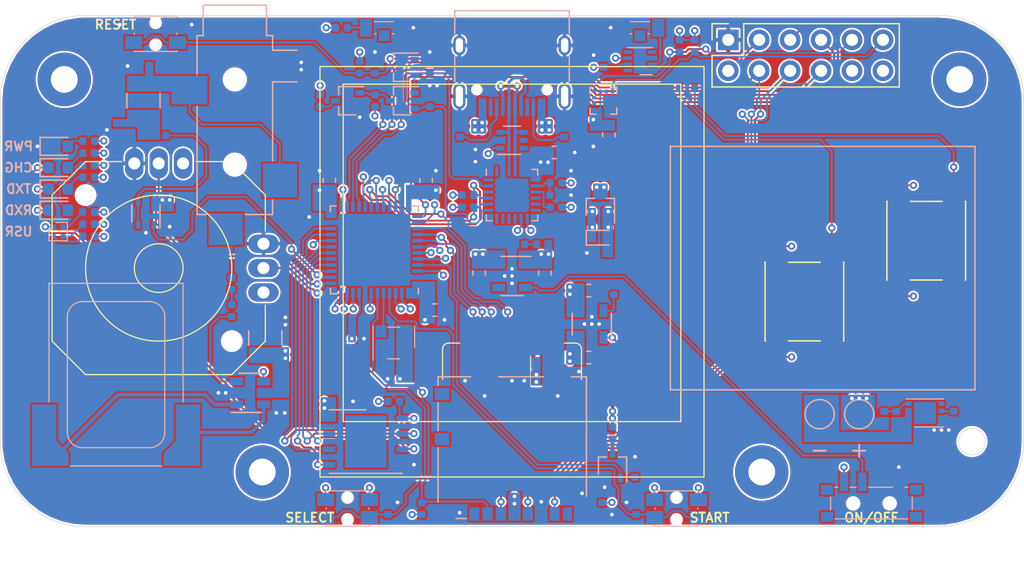
<source format=kicad_pcb>
(kicad_pcb (version 20171130) (host pcbnew 5.1.6)
  (layers (0 F.Cu signal) (1 In1.Cu power hide) (2 In2.Cu power hide) (31 B.Cu signal) (34 B.Paste user hide) (35 F.Paste user hide) (36 B.SilkS user hide) (37 F.SilkS user hide) (38 B.Mask user hide) (39 F.Mask user hide) (44 Edge.Cuts user))
  (net 0 "")
  (net 1 GND)
  (net 2 /3V3)
  (net 3 /RESET)
  (net 4 /AUD2)
  (net 5 /AUD3)
  (net 6 /VUSB)
  (net 7 /AUD5)
  (net 8 /AUD4)
  (net 9 /VBAT)
  (net 10 /VCC)
  (net 11 /BAT_GND)
  (net 12 /AP9_VDD)
  (net 13 /USB_DM)
  (net 14 /USB_DP)
  (net 15 /RXT)
  (net 16 /LED_RX)
  (net 17 /LED_TX)
  (net 18 /TXT)
  (net 19 /LED_CHG)
  (net 20 /CHG_STAT)
  (net 21 /RGB_R)
  (net 22 /RGB_G)
  (net 23 /RGB_B)
  (net 24 /LED_PWR)
  (net 25 /LCD_RESET)
  (net 26 /LCD_MOSI)
  (net 27 /LCD_SCK)
  (net 28 /LCD_DC)
  (net 29 /LEDK)
  (net 30 /CC2)
  (net 31 /CC1)
  (net 32 /SPI2_NSS)
  (net 33 /SPI2_MOSI)
  (net 34 /SPI2_SCK)
  (net 35 /SPI2_MISO)
  (net 36 /SWCLK)
  (net 37 /SWDIO)
  (net 38 /I2C1_SCL)
  (net 39 /USART2_TX)
  (net 40 /I2C1_SDA)
  (net 41 /USART2_RX)
  (net 42 /SPEAKER_+)
  (net 43 /SPEAKER_-)
  (net 44 /DTR)
  (net 45 /RTS)
  (net 46 /BOOT)
  (net 47 /BOOT0)
  (net 48 /LCD_LED)
  (net 49 /LEDK2)
  (net 50 /USB_RST)
  (net 51 /AUD1)
  (net 52 /AUD6)
  (net 53 /PROG)
  (net 54 /STM32_TX)
  (net 55 /IR_TX)
  (net 56 /STM32_RX)
  (net 57 /VM)
  (net 58 /LED_B)
  (net 59 /LED_G)
  (net 60 /LED_R)
  (net 61 /QSPI_NCS)
  (net 62 /BTN_A)
  (net 63 /BTN_B)
  (net 64 /BTN_START)
  (net 65 /VUSB_DET)
  (net 66 /BTN_SELECT)
  (net 67 /VCC_DET)
  (net 68 /EN)
  (net 69 /DAC_PWM_OUT)
  (net 70 /STM32_CLK)
  (net 71 /IR_RX)
  (net 72 /QSPI_CLK)
  (net 73 /QSPI_IO0)
  (net 74 /QSPI_IO1)
  (net 75 /QSPI_IO2)
  (net 76 /QSPI_IO3)
  (net 77 /JOY_Y)
  (net 78 /JOY_X)
  (net 79 /LED_RXD)
  (net 80 /LED_TXD)
  (module _AKL_IC:STM32-UFQFPN48 (layer B.Cu) (at -11.3 -1.75 90)
    (fp_text reference U8 hide)
    (fp_text value STM32L431CCU6 hide)
    (pad 48 smd roundrect (at -2.75 3.5375) (size 0.875 0.3) (layers B.Cu B.Paste B.Mask) (net 2 /3V3))
    (pad 47 smd roundrect (at -2.25 3.5375) (size 0.875 0.3) (layers B.Cu B.Paste B.Mask) (net 1 GND))
    (pad 46 smd roundrect (at -1.75 3.5375) (size 0.875 0.3) (layers B.Cu B.Paste B.Mask) (net 55 /IR_TX))
    (pad 45 smd roundrect (at -1.25 3.5375) (size 0.875 0.3) (layers B.Cu B.Paste B.Mask) (net 48 /LCD_LED))
    (pad 44 smd roundrect (at -0.75 3.5375) (size 0.875 0.3) (layers B.Cu B.Paste B.Mask) (net 47 /BOOT0))
    (pad 43 smd roundrect (at -0.25 3.5375) (size 0.875 0.3) (layers B.Cu B.Paste B.Mask) (net 40 /I2C1_SDA))
    (pad 42 smd roundrect (at 0.25 3.5375) (size 0.875 0.3) (layers B.Cu B.Paste B.Mask) (net 38 /I2C1_SCL))
    (pad 41 smd roundrect (at 0.75 3.5375) (size 0.875 0.3) (layers B.Cu B.Paste B.Mask) (net 26 /LCD_MOSI))
    (pad 40 smd roundrect (at 1.25 3.5375) (size 0.875 0.3) (layers B.Cu B.Paste B.Mask) (net 25 /LCD_RESET))
    (pad 39 smd roundrect (at 1.75 3.5375) (size 0.875 0.3) (layers B.Cu B.Paste B.Mask) (net 27 /LCD_SCK))
    (pad 38 smd roundrect (at 2.25 3.5375) (size 0.875 0.3) (layers B.Cu B.Paste B.Mask) (net 41 /USART2_RX))
    (pad 37 smd roundrect (at 2.75 3.5375) (size 0.875 0.3) (layers B.Cu B.Paste B.Mask) (net 36 /SWCLK))
    (pad 36 smd roundrect (at 3.5375 2.75 90) (size 0.875 0.3) (layers B.Cu B.Paste B.Mask) (net 2 /3V3))
    (pad 35 smd roundrect (at 3.5375 2.25 90) (size 0.875 0.3) (layers B.Cu B.Paste B.Mask) (net 1 GND))
    (pad 34 smd roundrect (at 3.5375 1.75 90) (size 0.875 0.3) (layers B.Cu B.Paste B.Mask) (net 37 /SWDIO))
    (pad 33 smd roundrect (at 3.5375 1.25 90) (size 0.875 0.3) (layers B.Cu B.Paste B.Mask) (net 28 /LCD_DC))
    (pad 32 smd roundrect (at 3.5375 0.75 90) (size 0.875 0.3) (layers B.Cu B.Paste B.Mask) (net 59 /LED_G))
    (pad 31 smd roundrect (at 3.5375 0.25 90) (size 0.875 0.3) (layers B.Cu B.Paste B.Mask) (net 56 /STM32_RX))
    (pad 30 smd roundrect (at 3.5375 -0.25 90) (size 0.875 0.3) (layers B.Cu B.Paste B.Mask) (net 54 /STM32_TX))
    (pad 29 smd roundrect (at 3.5375 -0.75 90) (size 0.875 0.3) (layers B.Cu B.Paste B.Mask) (net 60 /LED_R))
    (pad 28 smd roundrect (at 3.5375 -1.25 90) (size 0.875 0.3) (layers B.Cu B.Paste B.Mask) (net 33 /SPI2_MOSI))
    (pad 27 smd roundrect (at 3.5375 -1.75 90) (size 0.875 0.3) (layers B.Cu B.Paste B.Mask) (net 35 /SPI2_MISO))
    (pad 26 smd roundrect (at 3.5375 -2.25 90) (size 0.875 0.3) (layers B.Cu B.Paste B.Mask) (net 34 /SPI2_SCK))
    (pad 25 smd roundrect (at 3.5375 -2.75 90) (size 0.875 0.3) (layers B.Cu B.Paste B.Mask) (net 32 /SPI2_NSS))
    (pad 24 smd roundrect (at 2.75 -3.5375) (size 0.875 0.3) (layers B.Cu B.Paste B.Mask) (net 2 /3V3))
    (pad 23 smd roundrect (at 2.25 -3.5375) (size 0.875 0.3) (layers B.Cu B.Paste B.Mask) (net 1 GND))
    (pad 22 smd roundrect (at 1.75 -3.5375) (size 0.875 0.3) (layers B.Cu B.Paste B.Mask) (net 61 /QSPI_NCS))
    (pad 21 smd roundrect (at 1.25 -3.5375) (size 0.875 0.3) (layers B.Cu B.Paste B.Mask) (net 72 /QSPI_CLK))
    (pad 20 smd roundrect (at 0.75 -3.5375) (size 0.875 0.3) (layers B.Cu B.Paste B.Mask) (net 71 /IR_RX))
    (pad 19 smd roundrect (at 0.25 -3.5375) (size 0.875 0.3) (layers B.Cu B.Paste B.Mask) (net 73 /QSPI_IO0))
    (pad 18 smd roundrect (at -0.25 -3.5375) (size 0.875 0.3) (layers B.Cu B.Paste B.Mask) (net 74 /QSPI_IO1))
    (pad 17 smd roundrect (at -0.75 -3.5375) (size 0.875 0.3) (layers B.Cu B.Paste B.Mask) (net 75 /QSPI_IO2))
    (pad 16 smd roundrect (at -1.25 -3.5375) (size 0.875 0.3) (layers B.Cu B.Paste B.Mask) (net 76 /QSPI_IO3))
    (pad 15 smd roundrect (at -1.75 -3.5375) (size 0.875 0.3) (layers B.Cu B.Paste B.Mask) (net 69 /DAC_PWM_OUT))
    (pad 14 smd roundrect (at -2.25 -3.5375) (size 0.875 0.3) (layers B.Cu B.Paste B.Mask) (net 78 /JOY_X))
    (pad 13 smd roundrect (at -2.75 -3.5375) (size 0.875 0.3) (layers B.Cu B.Paste B.Mask) (net 77 /JOY_Y))
    (pad 12 smd roundrect (at -3.5375 -2.75 90) (size 0.875 0.3) (layers B.Cu B.Paste B.Mask) (net 39 /USART2_TX))
    (pad 11 smd roundrect (at -3.5375 -2.25 90) (size 0.875 0.3) (layers B.Cu B.Paste B.Mask) (net 58 /LED_B))
    (pad 10 smd roundrect (at -3.5375 -1.75 90) (size 0.875 0.3) (layers B.Cu B.Paste B.Mask) (net 67 /VCC_DET))
    (pad 9 smd roundrect (at -3.5375 -1.25 90) (size 0.875 0.3) (layers B.Cu B.Paste B.Mask) (net 2 /3V3))
    (pad 8 smd roundrect (at -3.5375 -0.75 90) (size 0.875 0.3) (layers B.Cu B.Paste B.Mask) (net 1 GND))
    (pad 7 smd roundrect (at -3.5375 -0.25 90) (size 0.875 0.3) (layers B.Cu B.Paste B.Mask) (net 3 /RESET))
    (pad 6 smd roundrect (at -3.5375 0.25 90) (size 0.875 0.3) (layers B.Cu B.Paste B.Mask) (net 66 /BTN_SELECT))
    (pad 5 smd roundrect (at -3.5375 0.75 90) (size 0.875 0.3) (layers B.Cu B.Paste B.Mask) (net 70 /STM32_CLK))
    (pad 4 smd roundrect (at -3.5375 1.25 90) (size 0.875 0.3) (layers B.Cu B.Paste B.Mask) (net 64 /BTN_START))
    (pad 3 smd roundrect (at -3.5375 1.75 90) (size 0.875 0.3) (layers B.Cu B.Paste B.Mask) (net 63 /BTN_B))
    (pad 2 smd roundrect (at -3.5375 2.25 90) (size 0.875 0.3) (layers B.Cu B.Paste B.Mask) (net 62 /BTN_A))
    (pad 1 smd roundrect (at -3.5375 2.75 90) (size 0.875 0.3) (layers B.Cu B.Paste B.Mask) (net 2 /3V3))
    (pad 49 smd roundrect (at 0 0 90) (size 5.6 5.6) (layers B.Cu B.Mask) (roundrect_rratio 0.044643) (net 1 GND))
  )
  (module _AKL_Display:ST7789_1.54_240x240 (layer F.Cu) (at 0 -1.5)
    (fp_text reference DS1 hide)
    (fp_text value ST7789_1.54_240x240 hide)
    (pad 12 smd rect (at -3.85 7.41) (size 0.35 4) (layers F.Cu F.Paste F.Mask) (net 1 GND))
    (pad 11 smd rect (at -3.15 7.41) (size 0.35 4) (layers F.Cu F.Paste F.Mask) (net 25 /LCD_RESET))
    (pad 10 smd rect (at -2.45 7.41) (size 0.35 4) (layers F.Cu F.Paste F.Mask) (net 26 /LCD_MOSI))
    (pad 9 smd rect (at -1.75 7.41) (size 0.35 4) (layers F.Cu F.Paste F.Mask) (net 27 /LCD_SCK))
    (pad 8 smd rect (at -1.05 7.41) (size 0.35 4) (layers F.Cu F.Paste F.Mask) (net 1 GND))
    (pad 7 smd rect (at -0.35 7.41) (size 0.35 4) (layers F.Cu F.Paste F.Mask) (net 28 /LCD_DC))
    (pad 6 smd rect (at 0.35 7.41) (size 0.35 4) (layers F.Cu F.Paste F.Mask) (net 1 GND))
    (pad 5 smd rect (at 1.05 7.41) (size 0.35 4) (layers F.Cu F.Paste F.Mask) (net 1 GND))
    (pad 4 smd rect (at 1.75 7.41) (size 0.35 4) (layers F.Cu F.Paste F.Mask) (net 2 /3V3))
    (pad 3 smd rect (at 2.45 7.41) (size 0.35 4) (layers F.Cu F.Paste F.Mask) (net 2 /3V3))
    (pad 2 smd rect (at 3.15 7.41) (size 0.35 4) (layers F.Cu F.Paste F.Mask) (net 29 /LEDK))
    (pad 1 smd rect (at 3.85 7.41) (size 0.35 4) (layers F.Cu F.Paste F.Mask) (net 1 GND))
  )
  (module _AKL_Battery:Solder_Pad_D2 (layer B.Cu) (at 28.5 11.75 180)
    (fp_text reference J3 hide)
    (fp_text value Battery)
    (pad 2 smd circle (at 3.25 0 180) (size 2 2) (layers B.Cu B.Mask) (net 11 /BAT_GND))
    (pad 1 smd circle (at 0 0 180) (size 2 2) (layers B.Cu B.Mask) (net 9 /VBAT))
  )
  (module Diode_SMD:D_SOD-523 (layer B.Cu) (at 7.25 -2.75)
    (fp_text reference D8 hide)
    (fp_text value NSR0520V2T1G)
    (pad 1 smd rect (at -0.7 0 180) (size 0.6 0.7) (layers B.Cu B.Paste B.Mask) (net 10 /VCC))
    (pad 2 smd rect (at 0.7 0 180) (size 0.6 0.7) (layers B.Cu B.Paste B.Mask) (net 6 /VUSB))
  )
  (module Package_TO_SOT_SMD:SOT-323_SC-70 (layer B.Cu) (at 8.25 16 90)
    (fp_text reference Q5 hide)
    (fp_text value SI2102-TP)
    (pad 3 smd rect (at 1 0 180) (size 0.45 0.7) (layers B.Cu B.Paste B.Mask) (net 49 /LEDK2))
    (pad 2 smd rect (at -1 -0.65 180) (size 0.45 0.7) (layers B.Cu B.Paste B.Mask) (net 1 GND))
    (pad 1 smd rect (at -1 0.65 180) (size 0.45 0.7) (layers B.Cu B.Paste B.Mask) (net 48 /LCD_LED))
  )
  (module Package_TO_SOT_SMD:SOT-323_SC-70 (layer B.Cu) (at 7.25 -5.25 90)
    (fp_text reference Q4 hide)
    (fp_text value SI2101-TP)
    (pad 3 smd rect (at 1 0 180) (size 0.45 0.7) (layers B.Cu B.Paste B.Mask) (net 9 /VBAT))
    (pad 2 smd rect (at -1 -0.65 180) (size 0.45 0.7) (layers B.Cu B.Paste B.Mask) (net 10 /VCC))
    (pad 1 smd rect (at -1 0.65 180) (size 0.45 0.7) (layers B.Cu B.Paste B.Mask) (net 6 /VUSB))
  )
  (module Package_TO_SOT_SMD:SOT-323_SC-70 (layer B.Cu) (at -13.5 -14 180)
    (fp_text reference Q3 hide)
    (fp_text value SI2102-TP)
    (pad 3 smd rect (at 1 0 270) (size 0.45 0.7) (layers B.Cu B.Paste B.Mask) (net 47 /BOOT0))
    (pad 2 smd rect (at -1 -0.65 270) (size 0.45 0.7) (layers B.Cu B.Paste B.Mask) (net 1 GND))
    (pad 1 smd rect (at -1 0.65 270) (size 0.45 0.7) (layers B.Cu B.Paste B.Mask) (net 46 /BOOT))
  )
  (module Package_TO_SOT_SMD:SOT-323_SC-70 (layer B.Cu) (at -9 -16.75 180)
    (fp_text reference Q2 hide)
    (fp_text value SI2102-TP)
    (pad 3 smd rect (at 1 0 270) (size 0.45 0.7) (layers B.Cu B.Paste B.Mask) (net 3 /RESET))
    (pad 2 smd rect (at -1 -0.65 270) (size 0.45 0.7) (layers B.Cu B.Paste B.Mask) (net 44 /DTR))
    (pad 1 smd rect (at -1 0.65 270) (size 0.45 0.7) (layers B.Cu B.Paste B.Mask) (net 45 /RTS))
  )
  (module Package_TO_SOT_SMD:SOT-323_SC-70 (layer B.Cu) (at -9 -14 180)
    (fp_text reference Q1 hide)
    (fp_text value SI2102-TP)
    (pad 3 smd rect (at 1 0 270) (size 0.45 0.7) (layers B.Cu B.Paste B.Mask) (net 46 /BOOT))
    (pad 2 smd rect (at -1 -0.65 270) (size 0.45 0.7) (layers B.Cu B.Paste B.Mask) (net 45 /RTS))
    (pad 1 smd rect (at -1 0.65 270) (size 0.45 0.7) (layers B.Cu B.Paste B.Mask) (net 44 /DTR))
  )
  (module Package_TO_SOT_SMD:SOT-353_SC-70-5 (layer B.Cu) (at -30.05 -4.75 90)
    (fp_text reference U1 hide)
    (fp_text value TLV9061IDCKR)
    (pad 5 smd rect (at 0.95 0.65 90) (size 0.65 0.4) (layers B.Cu B.Paste B.Mask) (net 2 /3V3))
    (pad 4 smd rect (at 0.95 -0.65 90) (size 0.65 0.4) (layers B.Cu B.Paste B.Mask) (net 51 /AUD1))
    (pad 2 smd rect (at -0.95 0 90) (size 0.65 0.4) (layers B.Cu B.Paste B.Mask) (net 1 GND))
    (pad 3 smd rect (at -0.95 -0.65 90) (size 0.65 0.4) (layers B.Cu B.Paste B.Mask) (net 51 /AUD1))
    (pad 1 smd rect (at -0.95 0.65 90) (size 0.65 0.4) (layers B.Cu B.Paste B.Mask) (net 69 /DAC_PWM_OUT))
  )
  (module _AKL_IC:LIS2DE12TR (layer B.Cu) (at 7.5 -14 270)
    (fp_text reference U10 hide)
    (fp_text value LIS2DE12TR)
    (pad 2 smd rect (at -0.7625 0.25 270) (size 0.325 0.3) (layers B.Cu B.Paste B.Mask) (net 2 /3V3))
    (pad 3 smd rect (at -0.7625 -0.25 270) (size 0.325 0.3) (layers B.Cu B.Paste B.Mask) (net 2 /3V3))
    (pad 9 smd rect (at 0.7625 0.25 270) (size 0.325 0.3) (layers B.Cu B.Paste B.Mask) (net 2 /3V3))
    (pad 8 smd rect (at 0.7625 -0.25 270) (size 0.325 0.3) (layers B.Cu B.Paste B.Mask) (net 1 GND))
    (pad 4 smd rect (at -0.7625 -0.75 270) (size 0.325 0.3) (layers B.Cu B.Paste B.Mask) (net 40 /I2C1_SDA))
    (pad 7 smd rect (at 0.7625 -0.75 270) (size 0.325 0.3) (layers B.Cu B.Paste B.Mask) (net 1 GND))
    (pad 1 smd rect (at -0.7625 0.75 270) (size 0.325 0.3) (layers B.Cu B.Paste B.Mask) (net 38 /I2C1_SCL))
    (pad 10 smd rect (at 0.7625 0.75 270) (size 0.325 0.3) (layers B.Cu B.Paste B.Mask) (net 2 /3V3))
    (pad 5 smd rect (at -0.25 -0.7625 180) (size 0.325 0.3) (layers B.Cu B.Paste B.Mask) (net 1 GND))
    (pad 6 smd rect (at 0.25 -0.7625 180) (size 0.325 0.3) (layers B.Cu B.Paste B.Mask) (net 1 GND))
    (pad 11 smd rect (at 0.25 0.7625 180) (size 0.325 0.3) (layers B.Cu B.Paste B.Mask))
    (pad 12 smd rect (at -0.25 0.7625 180) (size 0.325 0.3) (layers B.Cu B.Paste B.Mask))
  )
  (module Resistor_SMD:R_0402_1005Metric (layer B.Cu) (at 0.55 -2.2 180)
    (fp_text reference R40 hide)
    (fp_text value 120K)
    (pad 2 smd roundrect (at 0.485 0 180) (size 0.59 0.64) (layers B.Cu B.Paste B.Mask) (net 1 GND))
    (pad 1 smd roundrect (at -0.485 0 180) (size 0.59 0.64) (layers B.Cu B.Paste B.Mask) (net 67 /VCC_DET))
  )
  (module Resistor_SMD:R_0402_1005Metric (layer B.Cu) (at 2.5 -2.2 180)
    (fp_text reference R39 hide)
    (fp_text value 75K)
    (pad 2 smd roundrect (at 0.485 0 180) (size 0.59 0.64) (layers B.Cu B.Paste B.Mask) (net 67 /VCC_DET))
    (pad 1 smd roundrect (at -0.485 0 180) (size 0.59 0.64) (layers B.Cu B.Paste B.Mask) (net 10 /VCC))
  )
  (module Resistor_SMD:R_0402_1005Metric (layer B.Cu) (at -10.2 19.5 90)
    (fp_text reference R38 hide)
    (fp_text value 20K)
    (pad 2 smd roundrect (at 0.485 0 90) (size 0.59 0.64) (layers B.Cu B.Paste B.Mask) (net 1 GND))
    (pad 1 smd roundrect (at -0.485 0 90) (size 0.59 0.64) (layers B.Cu B.Paste B.Mask) (net 66 /BTN_SELECT))
  )
  (module Resistor_SMD:R_0402_1005Metric (layer B.Cu) (at 3.6 -6.25)
    (fp_text reference R37 hide)
    (fp_text value 120K)
    (pad 2 smd roundrect (at 0.485 0) (size 0.59 0.64) (layers B.Cu B.Paste B.Mask) (net 1 GND))
    (pad 1 smd roundrect (at -0.485 0) (size 0.59 0.64) (layers B.Cu B.Paste B.Mask) (net 65 /VUSB_DET))
  )
  (module Resistor_SMD:R_0402_1005Metric (layer B.Cu) (at 3.6 -7.25 180)
    (fp_text reference R36 hide)
    (fp_text value 75K)
    (pad 2 smd roundrect (at 0.485 0 180) (size 0.59 0.64) (layers B.Cu B.Paste B.Mask) (net 65 /VUSB_DET))
    (pad 1 smd roundrect (at -0.485 0 180) (size 0.59 0.64) (layers B.Cu B.Paste B.Mask) (net 6 /VUSB))
  )
  (module Resistor_SMD:R_0402_1005Metric (layer B.Cu) (at 10.2 19.5 90)
    (fp_text reference R35 hide)
    (fp_text value 20K)
    (pad 2 smd roundrect (at 0.485 0 90) (size 0.59 0.64) (layers B.Cu B.Paste B.Mask) (net 1 GND))
    (pad 1 smd roundrect (at -0.485 0 90) (size 0.59 0.64) (layers B.Cu B.Paste B.Mask) (net 64 /BTN_START))
  )
  (module Resistor_SMD:R_0402_1005Metric (layer B.Cu) (at 15 -15.5 90)
    (fp_text reference R34 hide)
    (fp_text value 20K)
    (pad 2 smd roundrect (at 0.485 0 90) (size 0.59 0.64) (layers B.Cu B.Paste B.Mask) (net 1 GND))
    (pad 1 smd roundrect (at -0.485 0 90) (size 0.59 0.64) (layers B.Cu B.Paste B.Mask) (net 63 /BTN_B))
  )
  (module Resistor_SMD:R_0402_1005Metric (layer B.Cu) (at 13.75 -15.5 90)
    (fp_text reference R33 hide)
    (fp_text value 20K)
    (pad 2 smd roundrect (at 0.485 0 90) (size 0.59 0.64) (layers B.Cu B.Paste B.Mask) (net 1 GND))
    (pad 1 smd roundrect (at -0.485 0 90) (size 0.59 0.64) (layers B.Cu B.Paste B.Mask) (net 62 /BTN_A))
  )
  (module Resistor_SMD:R_0402_1005Metric (layer B.Cu) (at -34.75 -10.7 180)
    (fp_text reference R32 hide)
    (fp_text value 510)
    (pad 2 smd roundrect (at 0.485 0 180) (size 0.59 0.64) (layers B.Cu B.Paste B.Mask) (net 24 /LED_PWR))
    (pad 1 smd roundrect (at -0.485 0 180) (size 0.59 0.64) (layers B.Cu B.Paste B.Mask) (net 2 /3V3))
  )
  (module Resistor_SMD:R_0402_1005Metric (layer B.Cu) (at 8.25 13.3 270)
    (fp_text reference R31 hide)
    (fp_text value 100)
    (pad 2 smd roundrect (at 0.485 0 270) (size 0.59 0.64) (layers B.Cu B.Paste B.Mask) (net 49 /LEDK2))
    (pad 1 smd roundrect (at -0.485 0 270) (size 0.59 0.64) (layers B.Cu B.Paste B.Mask) (net 29 /LEDK))
  )
  (module Resistor_SMD:R_0402_1005Metric (layer B.Cu) (at 10.1 16.45 90)
    (fp_text reference R30 hide)
    (fp_text value 20K)
    (pad 2 smd roundrect (at 0.485 0 90) (size 0.59 0.64) (layers B.Cu B.Paste B.Mask) (net 1 GND))
    (pad 1 smd roundrect (at -0.485 0 90) (size 0.59 0.64) (layers B.Cu B.Paste B.Mask) (net 48 /LCD_LED))
  )
  (module Resistor_SMD:R_0402_1005Metric (layer B.Cu) (at -7.4 19.5 90)
    (fp_text reference R29 hide)
    (fp_text value 20K)
    (pad 2 smd roundrect (at 0.485 0 90) (size 0.59 0.64) (layers B.Cu B.Paste B.Mask) (net 32 /SPI2_NSS))
    (pad 1 smd roundrect (at -0.485 0 90) (size 0.59 0.64) (layers B.Cu B.Paste B.Mask) (net 2 /3V3))
  )
  (module Resistor_SMD:R_0402_1005Metric (layer B.Cu) (at 15 -18.5 270)
    (fp_text reference R28 hide)
    (fp_text value 5K1)
    (pad 2 smd roundrect (at 0.485 0 270) (size 0.59 0.64) (layers B.Cu B.Paste B.Mask) (net 40 /I2C1_SDA))
    (pad 1 smd roundrect (at -0.485 0 270) (size 0.59 0.64) (layers B.Cu B.Paste B.Mask) (net 2 /3V3))
  )
  (module Resistor_SMD:R_0402_1005Metric (layer B.Cu) (at 13.75 -18.5 270)
    (fp_text reference R27 hide)
    (fp_text value 5K1)
    (pad 2 smd roundrect (at 0.485 0 270) (size 0.59 0.64) (layers B.Cu B.Paste B.Mask) (net 38 /I2C1_SCL))
    (pad 1 smd roundrect (at -0.485 0 270) (size 0.59 0.64) (layers B.Cu B.Paste B.Mask) (net 2 /3V3))
  )
  (module Resistor_SMD:R_0402_1005Metric (layer B.Cu) (at -9.7 10.7)
    (fp_text reference R26 hide)
    (fp_text value 20K)
    (pad 2 smd roundrect (at 0.485 0) (size 0.59 0.64) (layers B.Cu B.Paste B.Mask) (net 61 /QSPI_NCS))
    (pad 1 smd roundrect (at -0.485 0) (size 0.59 0.64) (layers B.Cu B.Paste B.Mask) (net 2 /3V3))
  )
  (module Resistor_SMD:R_0402_1005Metric (layer B.Cu) (at 7.25 -1.5 180)
    (fp_text reference R25 hide)
    (fp_text value 120K)
    (pad 2 smd roundrect (at 0.485 0 180) (size 0.59 0.64) (layers B.Cu B.Paste B.Mask) (net 1 GND))
    (pad 1 smd roundrect (at -0.485 0 180) (size 0.59 0.64) (layers B.Cu B.Paste B.Mask) (net 6 /VUSB))
  )
  (module Resistor_SMD:R_0402_1005Metric (layer B.Cu) (at -34.75 -2.85 180)
    (fp_text reference R24 hide)
    (fp_text value 1K)
    (pad 2 smd roundrect (at 0.485 0 180) (size 0.59 0.64) (layers B.Cu B.Paste B.Mask) (net 21 /RGB_R))
    (pad 1 smd roundrect (at -0.485 0 180) (size 0.59 0.64) (layers B.Cu B.Paste B.Mask) (net 60 /LED_R))
  )
  (module Resistor_SMD:R_0402_1005Metric (layer B.Cu) (at -34.75 -3.85)
    (fp_text reference R23 hide)
    (fp_text value 1K8)
    (pad 2 smd roundrect (at 0.485 0) (size 0.59 0.64) (layers B.Cu B.Paste B.Mask) (net 59 /LED_G))
    (pad 1 smd roundrect (at -0.485 0) (size 0.59 0.64) (layers B.Cu B.Paste B.Mask) (net 22 /RGB_G))
  )
  (module Resistor_SMD:R_0402_1005Metric (layer B.Cu) (at -34.75 -4.85)
    (fp_text reference R22 hide)
    (fp_text value 240)
    (pad 2 smd roundrect (at 0.485 0) (size 0.59 0.64) (layers B.Cu B.Paste B.Mask) (net 58 /LED_B))
    (pad 1 smd roundrect (at -0.485 0) (size 0.59 0.64) (layers B.Cu B.Paste B.Mask) (net 23 /RGB_B))
  )
  (module Resistor_SMD:R_0402_1005Metric (layer B.Cu) (at 36.25 12 270)
    (fp_text reference R21 hide)
    (fp_text value 2K4)
    (pad 2 smd roundrect (at 0.485 0 270) (size 0.59 0.64) (layers B.Cu B.Paste B.Mask) (net 1 GND))
    (pad 1 smd roundrect (at -0.485 0 270) (size 0.59 0.64) (layers B.Cu B.Paste B.Mask) (net 57 /VM))
  )
  (module Resistor_SMD:R_0402_1005Metric (layer B.Cu) (at 30.55 12 90)
    (fp_text reference R20 hide)
    (fp_text value 510)
    (pad 2 smd roundrect (at 0.485 0 90) (size 0.59 0.64) (layers B.Cu B.Paste B.Mask) (net 12 /AP9_VDD))
    (pad 1 smd roundrect (at -0.485 0 90) (size 0.59 0.64) (layers B.Cu B.Paste B.Mask) (net 9 /VBAT))
  )
  (module Resistor_SMD:R_0402_1005Metric (layer B.Cu) (at -3.6 -6.25)
    (fp_text reference R19 hide)
    (fp_text value 5K1)
    (pad 2 smd roundrect (at 0.485 0) (size 0.59 0.64) (layers B.Cu B.Paste B.Mask) (net 56 /STM32_RX))
    (pad 1 smd roundrect (at -0.485 0) (size 0.59 0.64) (layers B.Cu B.Paste B.Mask) (net 2 /3V3))
  )
  (module Resistor_SMD:R_0402_1005Metric (layer B.Cu) (at -14 -20)
    (fp_text reference R18 hide)
    (fp_text value 150)
    (pad 2 smd roundrect (at 0.485 0) (size 0.59 0.64) (layers B.Cu B.Paste B.Mask) (net 17 /LED_TX))
    (pad 1 smd roundrect (at -0.485 0) (size 0.59 0.64) (layers B.Cu B.Paste B.Mask) (net 55 /IR_TX))
  )
  (module Resistor_SMD:R_0402_1005Metric (layer B.Cu) (at -3.6 -5.25)
    (fp_text reference R17 hide)
    (fp_text value 5K1)
    (pad 2 smd roundrect (at 0.485 0) (size 0.59 0.64) (layers B.Cu B.Paste B.Mask) (net 54 /STM32_TX))
    (pad 1 smd roundrect (at -0.485 0) (size 0.59 0.64) (layers B.Cu B.Paste B.Mask) (net 2 /3V3))
  )
  (module Resistor_SMD:R_0402_1005Metric (layer B.Cu) (at 8.35 1.45 90)
    (fp_text reference R16 hide)
    (fp_text value 20K)
    (pad 2 smd roundrect (at 0.485 0 90) (size 0.59 0.64) (layers B.Cu B.Paste B.Mask) (net 1 GND))
    (pad 1 smd roundrect (at -0.485 0 90) (size 0.59 0.64) (layers B.Cu B.Paste B.Mask) (net 53 /PROG))
  )
  (module Resistor_SMD:R_0402_1005Metric (layer B.Cu) (at -23 3.25 90)
    (fp_text reference R15 hide)
    (fp_text value 120K)
    (pad 2 smd roundrect (at 0.485 0 90) (size 0.59 0.64) (layers B.Cu B.Paste B.Mask) (net 7 /AUD5))
    (pad 1 smd roundrect (at -0.485 0 90) (size 0.59 0.64) (layers B.Cu B.Paste B.Mask) (net 52 /AUD6))
  )
  (module Resistor_SMD:R_0402_1005Metric (layer B.Cu) (at -34.75 -9.7 180)
    (fp_text reference R14 hide)
    (fp_text value 2K4)
    (pad 2 smd roundrect (at 0.485 0 180) (size 0.59 0.64) (layers B.Cu B.Paste B.Mask) (net 19 /LED_CHG))
    (pad 1 smd roundrect (at -0.485 0 180) (size 0.59 0.64) (layers B.Cu B.Paste B.Mask) (net 6 /VUSB))
  )
  (module Resistor_SMD:R_0402_1005Metric (layer B.Cu) (at -34.75 -7.7 180)
    (fp_text reference R13 hide)
    (fp_text value 1K8)
    (pad 2 smd roundrect (at 0.485 0 180) (size 0.59 0.64) (layers B.Cu B.Paste B.Mask) (net 80 /LED_TXD))
    (pad 1 smd roundrect (at -0.485 0 180) (size 0.59 0.64) (layers B.Cu B.Paste B.Mask) (net 2 /3V3))
  )
  (module Resistor_SMD:R_0402_1005Metric (layer B.Cu) (at -30.25 -16.85 180)
    (fp_text reference R12 hide)
    (fp_text value 1K8)
    (pad 2 smd roundrect (at 0.485 0 180) (size 0.59 0.64) (layers B.Cu B.Paste B.Mask) (net 1 GND))
    (pad 1 smd roundrect (at -0.485 0 180) (size 0.59 0.64) (layers B.Cu B.Paste B.Mask) (net 5 /AUD3))
  )
  (module Resistor_SMD:R_0402_1005Metric (layer B.Cu) (at -34.75 -8.7 180)
    (fp_text reference R11 hide)
    (fp_text value 1K8)
    (pad 2 smd roundrect (at 0.485 0 180) (size 0.59 0.64) (layers B.Cu B.Paste B.Mask) (net 79 /LED_RXD))
    (pad 1 smd roundrect (at -0.485 0 180) (size 0.59 0.64) (layers B.Cu B.Paste B.Mask) (net 2 /3V3))
  )
  (module Resistor_SMD:R_0402_1005Metric (layer B.Cu) (at -15.75 -14 270)
    (fp_text reference R10 hide)
    (fp_text value 20K)
    (pad 2 smd roundrect (at 0.485 0 270) (size 0.59 0.64) (layers B.Cu B.Paste B.Mask) (net 47 /BOOT0))
    (pad 1 smd roundrect (at -0.485 0 270) (size 0.59 0.64) (layers B.Cu B.Paste B.Mask) (net 2 /3V3))
  )
  (module Resistor_SMD:R_0402_1005Metric (layer B.Cu) (at -30.9 -11.15 180)
    (fp_text reference R9 hide)
    (fp_text value 100)
    (pad 2 smd roundrect (at 0.485 0 180) (size 0.59 0.64) (layers B.Cu B.Paste B.Mask) (net 1 GND))
    (pad 1 smd roundrect (at -0.485 0 180) (size 0.59 0.64) (layers B.Cu B.Paste B.Mask) (net 4 /AUD2))
  )
  (module Resistor_SMD:R_0402_1005Metric (layer B.Cu) (at -28.9 -11.15)
    (fp_text reference R8 hide)
    (fp_text value 240)
    (pad 1 smd roundrect (at -0.485 0) (size 0.59 0.64) (layers B.Cu B.Paste B.Mask) (net 4 /AUD2))
    (pad 2 smd roundrect (at 0.485 0) (size 0.59 0.64) (layers B.Cu B.Paste B.Mask) (net 51 /AUD1))
  )
  (module Resistor_SMD:R_0402_1005Metric (layer B.Cu) (at -12.5 -16.75 270)
    (fp_text reference R7 hide)
    (fp_text value 20K)
    (pad 2 smd roundrect (at 0.485 0 270) (size 0.59 0.64) (layers B.Cu B.Paste B.Mask) (net 3 /RESET))
    (pad 1 smd roundrect (at -0.485 0 270) (size 0.59 0.64) (layers B.Cu B.Paste B.Mask) (net 2 /3V3))
  )
  (module Resistor_SMD:R_0402_1005Metric (layer B.Cu) (at -11.25 -14 90)
    (fp_text reference R6 hide)
    (fp_text value 20K)
    (pad 2 smd roundrect (at 0.485 0 90) (size 0.59 0.64) (layers B.Cu B.Paste B.Mask) (net 46 /BOOT))
    (pad 1 smd roundrect (at -0.485 0 90) (size 0.59 0.64) (layers B.Cu B.Paste B.Mask) (net 2 /3V3))
  )
  (module Resistor_SMD:R_0402_1005Metric (layer B.Cu) (at -4.25 -11.5 90)
    (fp_text reference R5 hide)
    (fp_text value 5K1)
    (pad 2 smd roundrect (at 0.485 0 90) (size 0.59 0.64) (layers B.Cu B.Paste B.Mask) (net 1 GND))
    (pad 1 smd roundrect (at -0.485 0 90) (size 0.59 0.64) (layers B.Cu B.Paste B.Mask) (net 31 /CC1))
  )
  (module Resistor_SMD:R_0402_1005Metric (layer B.Cu) (at 4.25 -11.5 90)
    (fp_text reference R4 hide)
    (fp_text value 5K1)
    (pad 2 smd roundrect (at 0.485 0 90) (size 0.59 0.64) (layers B.Cu B.Paste B.Mask) (net 1 GND))
    (pad 1 smd roundrect (at -0.485 0 90) (size 0.59 0.64) (layers B.Cu B.Paste B.Mask) (net 30 /CC2))
  )
  (module Resistor_SMD:R_0402_1005Metric (layer B.Cu) (at 3.6 -5.25 180)
    (fp_text reference R3 hide)
    (fp_text value 1K)
    (pad 2 smd roundrect (at 0.485 0 180) (size 0.59 0.64) (layers B.Cu B.Paste B.Mask) (net 50 /USB_RST))
    (pad 1 smd roundrect (at -0.485 0 180) (size 0.59 0.64) (layers B.Cu B.Paste B.Mask) (net 2 /3V3))
  )
  (module Resistor_SMD:R_0402_1005Metric (layer B.Cu) (at -6.75 -14 90)
    (fp_text reference R2 hide)
    (fp_text value 20K)
    (pad 2 smd roundrect (at 0.485 0 90) (size 0.59 0.64) (layers B.Cu B.Paste B.Mask) (net 1 GND))
    (pad 1 smd roundrect (at -0.485 0 90) (size 0.59 0.64) (layers B.Cu B.Paste B.Mask) (net 45 /RTS))
  )
  (module Resistor_SMD:R_0402_1005Metric (layer B.Cu) (at -6.75 -16.75 90)
    (fp_text reference R1 hide)
    (fp_text value 20K)
    (pad 2 smd roundrect (at 0.485 0 90) (size 0.59 0.64) (layers B.Cu B.Paste B.Mask) (net 1 GND))
    (pad 1 smd roundrect (at -0.485 0 90) (size 0.59 0.64) (layers B.Cu B.Paste B.Mask) (net 44 /DTR))
  )
  (module Capacitor_SMD:C_0603_1608Metric (layer B.Cu) (at -2.7 0.15 270)
    (fp_text reference C28 hide)
    (fp_text value 10uF)
    (pad 2 smd roundrect (at 0.7875 0 270) (size 0.875 0.95) (layers B.Cu B.Paste B.Mask) (net 1 GND))
    (pad 1 smd roundrect (at -0.7875 0 270) (size 0.875 0.95) (layers B.Cu B.Paste B.Mask) (net 2 /3V3))
  )
  (module Capacitor_SMD:C_0603_1608Metric (layer B.Cu) (at 2.7 0.15 270)
    (fp_text reference C26 hide)
    (fp_text value 10uF)
    (pad 1 smd roundrect (at -0.7875 0 270) (size 0.875 0.95) (layers B.Cu B.Paste B.Mask) (net 10 /VCC))
    (pad 2 smd roundrect (at 0.7875 0 270) (size 0.875 0.95) (layers B.Cu B.Paste B.Mask) (net 1 GND))
  )
  (module Capacitor_SMD:C_0603_1608Metric (layer B.Cu) (at 7.95 -11.2 270)
    (fp_text reference C23 hide)
    (fp_text value 10uF)
    (pad 2 smd roundrect (at 0.7875 0 270) (size 0.875 0.95) (layers B.Cu B.Paste B.Mask) (net 1 GND))
    (pad 1 smd roundrect (at -0.7875 0 270) (size 0.875 0.95) (layers B.Cu B.Paste B.Mask) (net 2 /3V3))
  )
  (module Capacitor_SMD:C_0603_1608Metric (layer B.Cu) (at -6.35 3.2)
    (fp_text reference C20 hide)
    (fp_text value 10uF)
    (pad 2 smd roundrect (at 0.7875 0) (size 0.875 0.95) (layers B.Cu B.Paste B.Mask) (net 1 GND))
    (pad 1 smd roundrect (at -0.7875 0) (size 0.875 0.95) (layers B.Cu B.Paste B.Mask) (net 2 /3V3))
  )
  (module Capacitor_SMD:C_0603_1608Metric (layer B.Cu) (at -7.05 -7.45 90)
    (fp_text reference C17 hide)
    (fp_text value 10uF)
    (pad 2 smd roundrect (at 0.7875 0 90) (size 0.875 0.95) (layers B.Cu B.Paste B.Mask) (net 1 GND))
    (pad 1 smd roundrect (at -0.7875 0 90) (size 0.875 0.95) (layers B.Cu B.Paste B.Mask) (net 2 /3V3))
  )
  (module Capacitor_SMD:C_0603_1608Metric (layer B.Cu) (at 6.3 7.1)
    (fp_text reference C14 hide)
    (fp_text value 10uF)
    (pad 2 smd roundrect (at 0.7875 0) (size 0.875 0.95) (layers B.Cu B.Paste B.Mask) (net 1 GND))
    (pad 1 smd roundrect (at -0.7875 0) (size 0.875 0.95) (layers B.Cu B.Paste B.Mask) (net 9 /VBAT))
  )
  (module Capacitor_SMD:C_0603_1608Metric (layer B.Cu) (at -15 -7.45 90)
    (fp_text reference C13 hide)
    (fp_text value 10uF)
    (pad 2 smd roundrect (at 0.7875 0 90) (size 0.875 0.95) (layers B.Cu B.Paste B.Mask) (net 1 GND))
    (pad 1 smd roundrect (at -0.7875 0 90) (size 0.875 0.95) (layers B.Cu B.Paste B.Mask) (net 2 /3V3))
  )
  (module Capacitor_SMD:C_0603_1608Metric (layer B.Cu) (at 6.3 1.6)
    (fp_text reference C7 hide)
    (fp_text value 10uF)
    (pad 2 smd roundrect (at 0.7875 0) (size 0.875 0.95) (layers B.Cu B.Paste B.Mask) (net 1 GND))
    (pad 1 smd roundrect (at -0.7875 0) (size 0.875 0.95) (layers B.Cu B.Paste B.Mask) (net 6 /VUSB))
  )
  (module Capacitor_SMD:C_0603_1608Metric (layer B.Cu) (at 3.45 -9.75)
    (fp_text reference C1 hide)
    (fp_text value 10uF)
    (pad 2 smd roundrect (at 0.7875 0) (size 0.875 0.95) (layers B.Cu B.Paste B.Mask) (net 1 GND))
    (pad 1 smd roundrect (at -0.7875 0) (size 0.875 0.95) (layers B.Cu B.Paste B.Mask) (net 2 /3V3))
  )
  (module Capacitor_SMD:C_0402_1005Metric (layer B.Cu) (at -19 10.5 270)
    (fp_text reference C16 hide)
    (fp_text value 1uF)
    (pad 2 smd roundrect (at 0.485 0 270) (size 0.59 0.64) (layers B.Cu B.Paste B.Mask) (net 1 GND))
    (pad 1 smd roundrect (at -0.485 0 270) (size 0.59 0.64) (layers B.Cu B.Paste B.Mask) (net 10 /VCC))
  )
  (module Capacitor_SMD:C_0402_1005Metric (layer B.Cu) (at -12.65 4.9)
    (fp_text reference C10 hide)
    (fp_text value 1uF)
    (pad 2 smd roundrect (at 0.485 0) (size 0.59 0.64) (layers B.Cu B.Paste B.Mask) (net 1 GND))
    (pad 1 smd roundrect (at -0.485 0) (size 0.59 0.64) (layers B.Cu B.Paste B.Mask) (net 2 /3V3))
  )
  (module Capacitor_SMD:C_0402_1005Metric (layer B.Cu) (at 7.5 -17.25 90)
    (fp_text reference C9 hide)
    (fp_text value 1uF)
    (pad 2 smd roundrect (at 0.485 0 90) (size 0.59 0.64) (layers B.Cu B.Paste B.Mask) (net 1 GND))
    (pad 1 smd roundrect (at -0.485 0 90) (size 0.59 0.64) (layers B.Cu B.Paste B.Mask) (net 2 /3V3))
  )
  (module Capacitor_SMD:C_0402_1005Metric (layer B.Cu) (at 1.5 7.4 180)
    (fp_text reference C29 hide)
    (fp_text value 100nF)
    (pad 1 smd roundrect (at -0.485 0 180) (size 0.59 0.64) (layers B.Cu B.Paste B.Mask) (net 2 /3V3))
    (pad 2 smd roundrect (at 0.485 0 180) (size 0.59 0.64) (layers B.Cu B.Paste B.Mask) (net 1 GND))
  )
  (module Capacitor_SMD:C_0402_1005Metric (layer B.Cu) (at 7.4 19.5 270)
    (fp_text reference C27 hide)
    (fp_text value 100nF)
    (pad 2 smd roundrect (at 0.485 0 270) (size 0.59 0.64) (layers B.Cu B.Paste B.Mask) (net 1 GND))
    (pad 1 smd roundrect (at -0.485 0 270) (size 0.59 0.64) (layers B.Cu B.Paste B.Mask) (net 2 /3V3))
  )
  (module Capacitor_SMD:C_0402_1005Metric (layer B.Cu) (at -14.3 10.7)
    (fp_text reference C25 hide)
    (fp_text value 100nF)
    (pad 2 smd roundrect (at 0.485 0) (size 0.59 0.64) (layers B.Cu B.Paste B.Mask) (net 1 GND))
    (pad 1 smd roundrect (at -0.485 0) (size 0.59 0.64) (layers B.Cu B.Paste B.Mask) (net 2 /3V3))
  )
  (module Capacitor_SMD:C_0402_1005Metric (layer B.Cu) (at 6.675 -11.35 270)
    (fp_text reference C24 hide)
    (fp_text value 100nF)
    (pad 2 smd roundrect (at 0.485 0 270) (size 0.59 0.64) (layers B.Cu B.Paste B.Mask) (net 1 GND))
    (pad 1 smd roundrect (at -0.485 0 270) (size 0.59 0.64) (layers B.Cu B.Paste B.Mask) (net 2 /3V3))
  )
  (module Capacitor_SMD:C_0402_1005Metric (layer B.Cu) (at 31.55 12 270)
    (fp_text reference C22 hide)
    (fp_text value 100nF)
    (pad 2 smd roundrect (at 0.485 0 270) (size 0.59 0.64) (layers B.Cu B.Paste B.Mask) (net 11 /BAT_GND))
    (pad 1 smd roundrect (at -0.485 0 270) (size 0.59 0.64) (layers B.Cu B.Paste B.Mask) (net 12 /AP9_VDD))
  )
  (module Capacitor_SMD:C_0402_1005Metric (layer B.Cu) (at -6.15 1.9)
    (fp_text reference C21 hide)
    (fp_text value 100nF)
    (pad 2 smd roundrect (at 0.485 0) (size 0.59 0.64) (layers B.Cu B.Paste B.Mask) (net 1 GND))
    (pad 1 smd roundrect (at -0.485 0) (size 0.59 0.64) (layers B.Cu B.Paste B.Mask) (net 2 /3V3))
  )
  (module Capacitor_SMD:C_0402_1005Metric (layer B.Cu) (at -8.35 -7.1 90)
    (fp_text reference C19 hide)
    (fp_text value 100nF)
    (pad 2 smd roundrect (at 0.485 0 90) (size 0.59 0.64) (layers B.Cu B.Paste B.Mask) (net 1 GND))
    (pad 1 smd roundrect (at -0.485 0 90) (size 0.59 0.64) (layers B.Cu B.Paste B.Mask) (net 2 /3V3))
  )
  (module Capacitor_SMD:C_0402_1005Metric (layer B.Cu) (at -16 -4.95 270)
    (fp_text reference C15 hide)
    (fp_text value 100nF)
    (pad 2 smd roundrect (at 0.485 0 270) (size 0.59 0.64) (layers B.Cu B.Paste B.Mask) (net 1 GND))
    (pad 1 smd roundrect (at -0.485 0 270) (size 0.59 0.64) (layers B.Cu B.Paste B.Mask) (net 2 /3V3))
  )
  (module Capacitor_SMD:C_0402_1005Metric (layer B.Cu) (at -12.65 3.9)
    (fp_text reference C12 hide)
    (fp_text value 100nF)
    (pad 2 smd roundrect (at 0.485 0) (size 0.59 0.64) (layers B.Cu B.Paste B.Mask) (net 1 GND))
    (pad 1 smd roundrect (at -0.485 0) (size 0.59 0.64) (layers B.Cu B.Paste B.Mask) (net 2 /3V3))
  )
  (module Capacitor_SMD:C_0402_1005Metric (layer B.Cu) (at -9.7 8.2 180)
    (fp_text reference C11 hide)
    (fp_text value 100nF)
    (pad 2 smd roundrect (at 0.485 0 180) (size 0.59 0.64) (layers B.Cu B.Paste B.Mask) (net 1 GND))
    (pad 1 smd roundrect (at -0.485 0 180) (size 0.59 0.64) (layers B.Cu B.Paste B.Mask) (net 2 /3V3))
  )
  (module Capacitor_SMD:C_0402_1005Metric (layer B.Cu) (at -23 1.015 270)
    (fp_text reference C8 hide)
    (fp_text value 100nF)
    (pad 2 smd roundrect (at 0.485 0 270) (size 0.59 0.64) (layers B.Cu B.Paste B.Mask) (net 7 /AUD5))
    (pad 1 smd roundrect (at -0.485 0 270) (size 0.59 0.64) (layers B.Cu B.Paste B.Mask) (net 8 /AUD4))
  )
  (module Capacitor_SMD:C_0402_1005Metric (layer B.Cu) (at -32.4 -11.7 270)
    (fp_text reference C5 hide)
    (fp_text value 100nF)
    (pad 2 smd roundrect (at 0.485 0 270) (size 0.59 0.64) (layers B.Cu B.Paste B.Mask) (net 1 GND))
    (pad 1 smd roundrect (at -0.485 0 270) (size 0.59 0.64) (layers B.Cu B.Paste B.Mask) (net 4 /AUD2))
  )
  (module Capacitor_SMD:C_0402_1005Metric (layer B.Cu) (at -11.25 -16.75 90)
    (fp_text reference C4 hide)
    (fp_text value 100nF)
    (pad 2 smd roundrect (at 0.485 0 90) (size 0.59 0.64) (layers B.Cu B.Paste B.Mask) (net 1 GND))
    (pad 1 smd roundrect (at -0.485 0 90) (size 0.59 0.64) (layers B.Cu B.Paste B.Mask) (net 3 /RESET))
  )
  (module Capacitor_SMD:C_0402_1005Metric (layer B.Cu) (at -28.1 -4.75 270)
    (fp_text reference C3 hide)
    (fp_text value 100nF)
    (pad 2 smd roundrect (at 0.485 0 270) (size 0.59 0.64) (layers B.Cu B.Paste B.Mask) (net 1 GND))
    (pad 1 smd roundrect (at -0.485 0 270) (size 0.59 0.64) (layers B.Cu B.Paste B.Mask) (net 2 /3V3))
  )
  (module Capacitor_SMD:C_0402_1005Metric (layer B.Cu) (at 3.6 -8.25)
    (fp_text reference C2 hide)
    (fp_text value 100nF)
    (pad 2 smd roundrect (at 0.485 0) (size 0.59 0.64) (layers B.Cu B.Paste B.Mask) (net 1 GND))
    (pad 1 smd roundrect (at -0.485 0) (size 0.59 0.64) (layers B.Cu B.Paste B.Mask) (net 2 /3V3))
  )
  (module _AKL_Speaker:Speaker_15x11mm (layer B.Cu) (at -32.5 8.5 270)
    (fp_text reference LS1 hide)
    (fp_text value CMS-151125-078S)
    (pad 2 smd custom (at 6.7 4.9 180) (size 1 1) (layers B.Cu B.Paste B.Mask) (net 43 /SPEAKER_-) (options (clearance outline) (anchor rect)) (primitives (gr_poly (pts (xy 2 -0.8) (xy -1 -0.8) (xy -1 0.25) (xy 0 1.25) (xy 0 4.25) (xy 2 4.25)) (width 0))))
    (pad 1 smd custom (at 6.7 -4.9 180) (size 1 1) (layers B.Cu B.Paste B.Mask) (net 42 /SPEAKER_+) (options (clearance outline) (anchor rect)) (primitives (gr_poly (pts (xy -2 -0.8) (xy 1 -0.8) (xy 1 0.25) (xy 0 1.25) (xy 0 4.25) (xy -2 4.25)) (width 0))))
  )
  (module _AKL_IC:AP9211S-AN-HAC-7 (layer B.Cu) (at 33.9 11.65 90)
    (fp_text reference U7 hide)
    (fp_text value AP9211S-AN-HAC-7 hide)
    (pad 3 smd roundrect (at 0.775 -1.35 90) (size 0.4 0.5) (layers B.Cu B.Paste B.Mask) (net 12 /AP9_VDD))
    (pad 2 smd roundrect (at 0.175 -1.35 90) (size 0.4 0.5) (layers B.Cu B.Paste B.Mask) (net 11 /BAT_GND))
    (pad 4 smd roundrect (at 0.775 1.35 90) (size 0.4 0.5) (layers B.Cu B.Paste B.Mask))
    (pad 5 smd roundrect (at 0.175 1.35 90) (size 0.4 0.5) (layers B.Cu B.Paste B.Mask) (net 57 /VM))
    (pad 1 smd roundrect (at -0.6 -1.35 90) (size 0.75 0.5) (layers B.Cu B.Paste B.Mask) (net 11 /BAT_GND))
    (pad 6 smd roundrect (at -0.6 1.35 90) (size 0.75 0.5) (layers B.Cu B.Paste B.Mask) (net 1 GND))
    (pad 7 smd roundrect (at 0 0 90) (size 1.8 1.8) (layers B.Cu B.Mask) (roundrect_rratio 0.045))
  )
  (module _AKL_Switch:EVQP7 (layer B.Cu) (at -13.5 19.5 180)
    (fp_text reference SW6 hide)
    (fp_text value SELECT hide)
    (pad "" np_thru_hole circle (at 0 -0.9 180) (size 0.75 0.75) (drill 0.75) (layers *.Cu *.Mask))
    (pad "" np_thru_hole circle (at 0 0.9 180) (size 0.75 0.75) (drill 0.75) (layers *.Cu *.Mask))
    (pad 2 smd rect (at -1.8 -0.72 180) (size 1.4 1.05) (layers B.Cu B.Paste B.Mask) (net 66 /BTN_SELECT))
    (pad 2 smd rect (at 1.8 -0.72 180) (size 1.4 1.05) (layers B.Cu B.Paste B.Mask) (net 66 /BTN_SELECT))
    (pad 1 smd rect (at -1.8 0.72 180) (size 1.4 1.05) (layers B.Cu B.Paste B.Mask) (net 2 /3V3))
    (pad 1 smd rect (at 1.8 0.72 180) (size 1.4 1.05) (layers B.Cu B.Paste B.Mask) (net 2 /3V3))
  )
  (module _AKL_IC:Winbond_WSON8_6x5mm (layer B.Cu) (at -12 14 180)
    (fp_text reference U9 hide)
    (fp_text value W25Q64JVZPIQ hide)
    (pad 9 smd rect (at 0 0 180) (size 3.4 4.3) (layers B.Cu B.Mask))
    (pad 8 smd roundrect (at 3 1.905 180) (size 1 0.5) (layers B.Cu B.Paste B.Mask) (net 2 /3V3))
    (pad 7 smd roundrect (at 3 0.635 180) (size 1 0.5) (layers B.Cu B.Paste B.Mask) (net 76 /QSPI_IO3))
    (pad 6 smd roundrect (at 3 -0.635 180) (size 1 0.5) (layers B.Cu B.Paste B.Mask) (net 72 /QSPI_CLK))
    (pad 5 smd roundrect (at 3 -1.905 180) (size 1 0.5) (layers B.Cu B.Paste B.Mask) (net 73 /QSPI_IO0))
    (pad 4 smd roundrect (at -3 -1.905 180) (size 1 0.5) (layers B.Cu B.Paste B.Mask) (net 1 GND))
    (pad 3 smd roundrect (at -3 -0.635 180) (size 1 0.5) (layers B.Cu B.Paste B.Mask) (net 75 /QSPI_IO2))
    (pad 2 smd roundrect (at -3 0.635 180) (size 1 0.5) (layers B.Cu B.Paste B.Mask) (net 74 /QSPI_IO1))
    (pad 1 smd roundrect (at -3 1.905 180) (size 1 0.5) (layers B.Cu B.Paste B.Mask) (net 61 /QSPI_NCS))
  )
  (module MountingHole:MountingHole_2.2mm_M2_Pad (layer F.Cu) (at 36.75 -15.75)
    (fp_text reference REF** hide)
    (fp_text value MountingHole_2.2mm_M2_Pad hide)
    (pad 1 thru_hole circle (at 0 0) (size 4.4 4.4) (drill 2.2) (layers *.Cu *.Mask))
  )
  (module MountingHole:MountingHole_2.2mm_M2_Pad (layer F.Cu) (at 20.5 16.5)
    (fp_text reference REF** hide)
    (fp_text value MountingHole_2.2mm_M2_Pad hide)
    (pad 1 thru_hole circle (at 0 0) (size 4.4 4.4) (drill 2.2) (layers *.Cu *.Mask))
  )
  (module MountingHole:MountingHole_2.2mm_M2_Pad (layer F.Cu) (at -20.5 16.5)
    (fp_text reference REF** hide)
    (fp_text value MountingHole_2.2mm_M2_Pad hide)
    (pad 1 thru_hole circle (at 0 0) (size 4.4 4.4) (drill 2.2) (layers *.Cu *.Mask))
  )
  (module MountingHole:MountingHole_2.2mm_M2_Pad (layer F.Cu) (at -36.75 -15.75)
    (fp_text reference REF** hide)
    (fp_text value MountingHole_2.2mm_M2_Pad hide)
    (pad 1 thru_hole circle (at 0 0) (size 4.4 4.4) (drill 2.2) (layers *.Cu *.Mask))
  )
  (module Capacitor_SMD:C_1210_3225Metric (layer B.Cu) (at -30.25 -14 270)
    (fp_text reference C6 hide)
    (fp_text value 100uF hide)
    (pad 2 smd roundrect (at 1.4 0 270) (size 1.25 2.65) (layers B.Cu B.Paste B.Mask) (roundrect_rratio 0.2) (net 4 /AUD2))
    (pad 1 smd roundrect (at -1.4 0 270) (size 1.25 2.65) (layers B.Cu B.Paste B.Mask) (roundrect_rratio 0.2) (net 5 /AUD3))
  )
  (module Capacitor_SMD:C_1210_3225Metric (layer B.Cu) (at -20.25 5.5 90)
    (fp_text reference C18 hide)
    (fp_text value 100uF hide)
    (pad 1 smd roundrect (at -1.4 0 90) (size 1.25 2.65) (layers B.Cu B.Paste B.Mask) (roundrect_rratio 0.2) (net 10 /VCC))
    (pad 2 smd roundrect (at 1.4 0 90) (size 1.25 2.65) (layers B.Cu B.Paste B.Mask) (roundrect_rratio 0.2) (net 1 GND))
  )
  (module Package_TO_SOT_SMD:SOT-363_SC-70-6 (layer B.Cu) (at 0 -10.75)
    (fp_text reference D1 hide)
    (fp_text value PESD5V0L5UY hide)
    (pad 1 smd rect (at -0.95 0.65) (size 0.65 0.4) (layers B.Cu B.Paste B.Mask) (net 6 /VUSB))
    (pad 3 smd rect (at -0.95 -0.65) (size 0.65 0.4) (layers B.Cu B.Paste B.Mask) (net 14 /USB_DP))
    (pad 5 smd rect (at 0.95 0) (size 0.65 0.4) (layers B.Cu B.Paste B.Mask))
    (pad 2 smd rect (at -0.95 0) (size 0.65 0.4) (layers B.Cu B.Paste B.Mask) (net 1 GND))
    (pad 4 smd rect (at 0.95 -0.65) (size 0.65 0.4) (layers B.Cu B.Paste B.Mask) (net 13 /USB_DM))
    (pad 6 smd rect (at 0.95 0.65) (size 0.65 0.4) (layers B.Cu B.Paste B.Mask))
  )
  (module LED_SMD:LED_0603_1608Metric (layer B.Cu) (at -37.25 -5)
    (fp_text reference D2 hide)
    (fp_text value BLUE hide)
    (pad 2 smd roundrect (at 0.7875 0) (size 0.875 0.95) (layers B.Cu B.Paste B.Mask) (net 79 /LED_RXD))
    (pad 1 smd roundrect (at -0.7875 0) (size 0.875 0.95) (layers B.Cu B.Paste B.Mask) (net 15 /RXT))
  )
  (module LED_SMD:LED_0603_1608Metric (layer B.Cu) (at -37.25 -6.75)
    (fp_text reference D3 hide)
    (fp_text value BLUE hide)
    (pad 1 smd roundrect (at -0.7875 0) (size 0.875 0.95) (layers B.Cu B.Paste B.Mask) (net 18 /TXT))
    (pad 2 smd roundrect (at 0.7875 0) (size 0.875 0.95) (layers B.Cu B.Paste B.Mask) (net 80 /LED_TXD))
  )
  (module LED_SMD:LED_0603_1608Metric (layer B.Cu) (at -37.25 -8.5)
    (fp_text reference D4 hide)
    (fp_text value RED hide)
    (pad 2 smd roundrect (at 0.7875 0) (size 0.875 0.95) (layers B.Cu B.Paste B.Mask) (net 19 /LED_CHG))
    (pad 1 smd roundrect (at -0.7875 0) (size 0.875 0.95) (layers B.Cu B.Paste B.Mask) (net 20 /CHG_STAT))
  )
  (module _AKL_Optical:Vishay_IR (layer B.Cu) (at 10.5 -20 90)
    (fp_text reference D5 hide)
    (fp_text value VEMD10940F hide)
    (pad MP smd rect (at -0.65 0 90) (size 0.9 0.9) (layers B.Cu B.Paste B.Mask))
    (pad 2 smd rect (at 0 -1.5 90) (size 1.5 1) (layers B.Cu B.Paste B.Mask) (net 1 GND))
    (pad 1 smd rect (at 0 1.5 90) (size 1.5 1) (layers B.Cu B.Paste B.Mask) (net 16 /LED_RX))
  )
  (module _AKL_Optical:Vishay_IR (layer B.Cu) (at -10.5 -20 90)
    (fp_text reference D6 hide)
    (fp_text value VSMB10940 hide)
    (pad 1 smd rect (at 0 1.5 90) (size 1.5 1) (layers B.Cu B.Paste B.Mask) (net 1 GND))
    (pad 2 smd rect (at 0 -1.5 90) (size 1.5 1) (layers B.Cu B.Paste B.Mask) (net 17 /LED_TX))
    (pad MP smd rect (at -0.65 0 90) (size 0.9 0.9) (layers B.Cu B.Paste B.Mask))
  )
  (module _AKL_Optical:150044M155260 (layer B.Cu) (at -37.25 -3.25)
    (fp_text reference D7 hide)
    (fp_text value RGB hide)
    (pad 1 smd rect (at -0.4 -0.4) (size 0.4 0.4) (layers B.Cu B.Paste B.Mask) (net 2 /3V3))
    (pad 2 smd rect (at -0.4 0.4) (size 0.4 0.4) (layers B.Cu B.Paste B.Mask) (net 21 /RGB_R))
    (pad 3 smd rect (at 0.4 0.4) (size 0.4 0.4) (layers B.Cu B.Paste B.Mask) (net 22 /RGB_G))
    (pad 4 smd rect (at 0.4 -0.4) (size 0.4 0.4) (layers B.Cu B.Paste B.Mask) (net 23 /RGB_B))
  )
  (module LED_SMD:LED_0603_1608Metric (layer B.Cu) (at -37.25 -10.25)
    (fp_text reference D9 hide)
    (fp_text value GREEN hide)
    (pad 1 smd roundrect (at -0.7875 0) (size 0.875 0.95) (layers B.Cu B.Paste B.Mask) (net 1 GND))
    (pad 2 smd roundrect (at 0.7875 0) (size 0.875 0.95) (layers B.Cu B.Paste B.Mask) (net 24 /LED_PWR))
  )
  (module _AKL_Connector:TYPE-C-31-M-12 (layer B.Cu) (at 0 -17.5)
    (fp_text reference J1 hide)
    (fp_text value TYPE-C-31-M-12 hide)
    (pad S1 thru_hole oval (at 4.32 -1.05) (size 1 1.6) (drill oval 0.6 1.2) (layers *.Cu *.Mask) (net 1 GND))
    (pad "" np_thru_hole circle (at 2.89 2.6) (size 0.65 0.65) (drill 0.65) (layers *.Cu *.Mask))
    (pad S1 thru_hole oval (at -4.32 -1.05) (size 1 1.6) (drill oval 0.6 1.2) (layers *.Cu *.Mask) (net 1 GND))
    (pad "" np_thru_hole circle (at -2.89 2.6) (size 0.65 0.65) (drill 0.65) (layers *.Cu *.Mask))
    (pad S1 thru_hole oval (at -4.32 3.13) (size 1 2.1) (drill oval 0.6 1.7) (layers *.Cu *.Mask) (net 1 GND))
    (pad S1 thru_hole oval (at 4.32 3.13) (size 1 2.1) (drill oval 0.6 1.7) (layers *.Cu *.Mask) (net 1 GND))
    (pad A6 smd rect (at -0.25 4.045) (size 0.3 1.45) (layers B.Cu B.Paste B.Mask) (net 14 /USB_DP))
    (pad B5 smd rect (at 1.75 4.045) (size 0.3 1.45) (layers B.Cu B.Paste B.Mask) (net 30 /CC2))
    (pad A8 smd rect (at 1.25 4.045) (size 0.3 1.45) (layers B.Cu B.Paste B.Mask))
    (pad B6 smd rect (at 0.75 4.045) (size 0.3 1.45) (layers B.Cu B.Paste B.Mask) (net 14 /USB_DP))
    (pad A7 smd rect (at 0.25 4.045) (size 0.3 1.45) (layers B.Cu B.Paste B.Mask) (net 13 /USB_DM))
    (pad B7 smd rect (at -0.75 4.045) (size 0.3 1.45) (layers B.Cu B.Paste B.Mask) (net 13 /USB_DM))
    (pad A5 smd rect (at -1.25 4.045) (size 0.3 1.45) (layers B.Cu B.Paste B.Mask) (net 31 /CC1))
    (pad B8 smd rect (at -1.75 4.045) (size 0.3 1.45) (layers B.Cu B.Paste B.Mask))
    (pad A12 smd rect (at 3.25 4.045) (size 0.6 1.45) (layers B.Cu B.Paste B.Mask) (net 1 GND))
    (pad B4 smd rect (at 2.45 4.045) (size 0.6 1.45) (layers B.Cu B.Paste B.Mask) (net 6 /VUSB))
    (pad A4 smd rect (at -2.45 4.045) (size 0.6 1.45) (layers B.Cu B.Paste B.Mask) (net 6 /VUSB))
    (pad A1 smd rect (at -3.25 4.045) (size 0.6 1.45) (layers B.Cu B.Paste B.Mask) (net 1 GND))
    (pad B12 smd rect (at -3.25 4.045) (size 0.6 1.45) (layers B.Cu B.Paste B.Mask) (net 1 GND))
    (pad B9 smd rect (at -2.45 4.045) (size 0.6 1.45) (layers B.Cu B.Paste B.Mask) (net 6 /VUSB))
    (pad A9 smd rect (at 2.45 4.045) (size 0.6 1.45) (layers B.Cu B.Paste B.Mask) (net 6 /VUSB))
    (pad B1 smd rect (at 3.25 4.045) (size 0.6 1.45) (layers B.Cu B.Paste B.Mask) (net 1 GND))
  )
  (module _AKL_Connector:SJ-3524-SMT-TR (layer B.Cu) (at -22.75 -13.25 180)
    (fp_text reference J2 hide)
    (fp_text value SJ-3524-SMT-TR hide)
    (pad "" np_thru_hole circle (at 0 -4.5 180) (size 1.7 1.7) (drill 1.7) (layers *.Cu *.Mask))
    (pad "" np_thru_hole circle (at 0 2.5 180) (size 1.7 1.7) (drill 1.7) (layers *.Cu *.Mask))
    (pad T smd rect (at -3.7 -5.8 180) (size 2.8 2.8) (layers B.Cu B.Paste B.Mask) (net 5 /AUD3))
    (pad TN smd rect (at 0.75 -9.8 180) (size 2.8 2.6) (layers B.Cu B.Paste B.Mask) (net 8 /AUD4))
    (pad S smd rect (at -3.7 3.6 180) (size 2.8 2.2) (layers B.Cu B.Paste B.Mask) (net 1 GND))
    (pad R smd rect (at 3.7 1.6 180) (size 2.8 2.2) (layers B.Cu B.Paste B.Mask) (net 5 /AUD3))
  )
  (module Connector_PinSocket_2.54mm:PinSocket_2x06_P2.54mm_Vertical (layer F.Cu) (at 17.75 -19 90)
    (fp_text reference J5 hide)
    (fp_text value PPPC062LFBN-RC hide)
    (pad 1 thru_hole rect (at 0 0 90) (size 1.7 1.7) (drill 1) (layers *.Cu *.Mask) (net 1 GND))
    (pad 2 thru_hole oval (at -2.54 0 90) (size 1.7 1.7) (drill 1) (layers *.Cu *.Mask) (net 2 /3V3))
    (pad 3 thru_hole oval (at 0 2.54 90) (size 1.7 1.7) (drill 1) (layers *.Cu *.Mask) (net 3 /RESET))
    (pad 4 thru_hole oval (at -2.54 2.54 90) (size 1.7 1.7) (drill 1) (layers *.Cu *.Mask) (net 34 /SPI2_SCK))
    (pad 5 thru_hole oval (at 0 5.08 90) (size 1.7 1.7) (drill 1) (layers *.Cu *.Mask) (net 36 /SWCLK))
    (pad 6 thru_hole oval (at -2.54 5.08 90) (size 1.7 1.7) (drill 1) (layers *.Cu *.Mask) (net 35 /SPI2_MISO))
    (pad 7 thru_hole oval (at 0 7.62 90) (size 1.7 1.7) (drill 1) (layers *.Cu *.Mask) (net 37 /SWDIO))
    (pad 8 thru_hole oval (at -2.54 7.62 90) (size 1.7 1.7) (drill 1) (layers *.Cu *.Mask) (net 33 /SPI2_MOSI))
    (pad 9 thru_hole oval (at 0 10.16 90) (size 1.7 1.7) (drill 1) (layers *.Cu *.Mask) (net 38 /I2C1_SCL))
    (pad 10 thru_hole oval (at -2.54 10.16 90) (size 1.7 1.7) (drill 1) (layers *.Cu *.Mask) (net 39 /USART2_TX))
    (pad 11 thru_hole oval (at 0 12.7 90) (size 1.7 1.7) (drill 1) (layers *.Cu *.Mask) (net 40 /I2C1_SDA))
    (pad 12 thru_hole oval (at -2.54 12.7 90) (size 1.7 1.7) (drill 1) (layers *.Cu *.Mask) (net 41 /USART2_RX))
  )
  (module _AKL_Switch:CUS-12TB (layer B.Cu) (at 29.5 18.75 180)
    (fp_text reference SW2 hide)
    (fp_text value ON/OFF hide)
    (pad "" smd rect (at -3.65 0.78 180) (size 1 0.8) (layers B.Cu B.Paste B.Mask))
    (pad "" smd rect (at 3.65 0.78 180) (size 1 0.8) (layers B.Cu B.Paste B.Mask))
    (pad "" smd rect (at 3.65 -1.43 180) (size 1 0.8) (layers B.Cu B.Paste B.Mask))
    (pad "" smd rect (at -3.65 -1.43 180) (size 1 0.8) (layers B.Cu B.Paste B.Mask))
    (pad 3 smd rect (at 2.25 1.43 180) (size 0.7 1.5) (layers B.Cu B.Paste B.Mask) (net 10 /VCC))
    (pad 2 smd rect (at 0.75 1.43 180) (size 0.7 1.5) (layers B.Cu B.Paste B.Mask) (net 68 /EN))
    (pad 1 smd rect (at -2.25 1.43 180) (size 0.7 1.5) (layers B.Cu B.Paste B.Mask) (net 1 GND))
    (pad "" np_thru_hole circle (at 1.5 -0.33 180) (size 0.9 0.9) (drill 0.9) (layers *.Cu *.Mask))
    (pad "" np_thru_hole circle (at -1.5 -0.33 180) (size 0.9 0.9) (drill 0.9) (layers *.Cu *.Mask))
  )
  (module _AKL_Switch:TL3301TF160QG (layer F.Cu) (at 24 2.5 270)
    (fp_text reference SW3 hide)
    (fp_text value A hide)
    (pad 2 smd rect (at 4.55 2.25 270) (size 2.1 1.4) (layers F.Cu F.Paste F.Mask) (net 2 /3V3))
    (pad 1 smd rect (at 4.55 -2.25 270) (size 2.1 1.4) (layers F.Cu F.Paste F.Mask) (net 62 /BTN_A))
    (pad 1 smd rect (at -4.55 -2.25 270) (size 2.1 1.4) (layers F.Cu F.Paste F.Mask) (net 62 /BTN_A))
    (pad 2 smd rect (at -4.55 2.25 270) (size 2.1 1.4) (layers F.Cu F.Paste F.Mask) (net 2 /3V3))
  )
  (module _AKL_Switch:TL3301TF160QG (layer F.Cu) (at 34 -2.5 270)
    (fp_text reference SW4 hide)
    (fp_text value B hide)
    (pad 2 smd rect (at -4.55 2.25 270) (size 2.1 1.4) (layers F.Cu F.Paste F.Mask) (net 2 /3V3))
    (pad 1 smd rect (at -4.55 -2.25 270) (size 2.1 1.4) (layers F.Cu F.Paste F.Mask) (net 63 /BTN_B))
    (pad 1 smd rect (at 4.55 -2.25 270) (size 2.1 1.4) (layers F.Cu F.Paste F.Mask) (net 63 /BTN_B))
    (pad 2 smd rect (at 4.55 2.25 270) (size 2.1 1.4) (layers F.Cu F.Paste F.Mask) (net 2 /3V3))
  )
  (module Package_DFN_QFN:QFN-24-1EP_4x4mm_P0.5mm_EP2.6x2.6mm (layer B.Cu) (at 0 -6.25 270)
    (fp_text reference U2 hide)
    (fp_text value CP2102N-A02-GQFN24 hide)
    (pad 25 smd roundrect (at 0 0 270) (size 2.6 2.6) (layers B.Cu B.Mask) (roundrect_rratio 0.096154) (net 1 GND))
    (pad 1 smd roundrect (at -1.9375 1.25 270) (size 0.825 0.25) (layers B.Cu B.Paste B.Mask))
    (pad 2 smd roundrect (at -1.9375 0.75 270) (size 0.825 0.25) (layers B.Cu B.Paste B.Mask) (net 1 GND))
    (pad 3 smd roundrect (at -1.9375 0.25 270) (size 0.825 0.25) (layers B.Cu B.Paste B.Mask) (net 14 /USB_DP))
    (pad 4 smd roundrect (at -1.9375 -0.25 270) (size 0.825 0.25) (layers B.Cu B.Paste B.Mask) (net 13 /USB_DM))
    (pad 5 smd roundrect (at -1.9375 -0.75 270) (size 0.825 0.25) (layers B.Cu B.Paste B.Mask) (net 2 /3V3))
    (pad 6 smd roundrect (at -1.9375 -1.25 270) (size 0.825 0.25) (layers B.Cu B.Paste B.Mask) (net 2 /3V3))
    (pad 7 smd roundrect (at -1.25 -1.9375 270) (size 0.25 0.825) (layers B.Cu B.Paste B.Mask) (net 2 /3V3))
    (pad 8 smd roundrect (at -0.75 -1.9375 270) (size 0.25 0.825) (layers B.Cu B.Paste B.Mask) (net 65 /VUSB_DET))
    (pad 9 smd roundrect (at -0.25 -1.9375 270) (size 0.25 0.825) (layers B.Cu B.Paste B.Mask) (net 50 /USB_RST))
    (pad 10 smd roundrect (at 0.25 -1.9375 270) (size 0.25 0.825) (layers B.Cu B.Paste B.Mask))
    (pad 11 smd roundrect (at 0.75 -1.9375 270) (size 0.25 0.825) (layers B.Cu B.Paste B.Mask))
    (pad 12 smd roundrect (at 1.25 -1.9375 270) (size 0.25 0.825) (layers B.Cu B.Paste B.Mask))
    (pad 13 smd roundrect (at 1.9375 -1.25 270) (size 0.825 0.25) (layers B.Cu B.Paste B.Mask) (net 15 /RXT))
    (pad 14 smd roundrect (at 1.9375 -0.75 270) (size 0.825 0.25) (layers B.Cu B.Paste B.Mask) (net 18 /TXT))
    (pad 15 smd roundrect (at 1.9375 -0.25 270) (size 0.825 0.25) (layers B.Cu B.Paste B.Mask))
    (pad 16 smd roundrect (at 1.9375 0.25 270) (size 0.825 0.25) (layers B.Cu B.Paste B.Mask))
    (pad 17 smd roundrect (at 1.9375 0.75 270) (size 0.825 0.25) (layers B.Cu B.Paste B.Mask))
    (pad 18 smd roundrect (at 1.9375 1.25 270) (size 0.825 0.25) (layers B.Cu B.Paste B.Mask))
    (pad 19 smd roundrect (at 1.25 1.9375 270) (size 0.25 0.825) (layers B.Cu B.Paste B.Mask) (net 45 /RTS))
    (pad 20 smd roundrect (at 0.75 1.9375 270) (size 0.25 0.825) (layers B.Cu B.Paste B.Mask) (net 54 /STM32_TX))
    (pad 21 smd roundrect (at 0.25 1.9375 270) (size 0.25 0.825) (layers B.Cu B.Paste B.Mask) (net 56 /STM32_RX))
    (pad 22 smd roundrect (at -0.25 1.9375 270) (size 0.25 0.825) (layers B.Cu B.Paste B.Mask))
    (pad 23 smd roundrect (at -0.75 1.9375 270) (size 0.25 0.825) (layers B.Cu B.Paste B.Mask) (net 44 /DTR))
    (pad 24 smd roundrect (at -1.25 1.9375 270) (size 0.25 0.825) (layers B.Cu B.Paste B.Mask))
  )
  (module Package_TO_SOT_SMD:SOT-23-5 (layer B.Cu) (at 6.55 4.35 90)
    (fp_text reference U3 hide)
    (fp_text value MCP73831T-2ACI_OT hide)
    (pad 1 smd rect (at -1.1 0.95 90) (size 1.06 0.65) (layers B.Cu B.Paste B.Mask) (net 20 /CHG_STAT))
    (pad 2 smd rect (at -1.1 0 90) (size 1.06 0.65) (layers B.Cu B.Paste B.Mask) (net 1 GND))
    (pad 3 smd rect (at -1.1 -0.95 90) (size 1.06 0.65) (layers B.Cu B.Paste B.Mask) (net 9 /VBAT))
    (pad 4 smd rect (at 1.1 -0.95 90) (size 1.06 0.65) (layers B.Cu B.Paste B.Mask) (net 6 /VUSB))
    (pad 5 smd rect (at 1.1 0.95 90) (size 1.06 0.65) (layers B.Cu B.Paste B.Mask) (net 53 /PROG))
  )
  (module Package_TO_SOT_SMD:SOT-23-6 (layer B.Cu) (at -21.5 10)
    (fp_text reference U4 hide)
    (fp_text value PAM8301AAF hide)
    (pad 1 smd rect (at -1.1 0.95) (size 1.06 0.65) (layers B.Cu B.Paste B.Mask) (net 43 /SPEAKER_-))
    (pad 2 smd rect (at -1.1 0) (size 1.06 0.65) (layers B.Cu B.Paste B.Mask) (net 1 GND))
    (pad 3 smd rect (at -1.1 -0.95) (size 1.06 0.65) (layers B.Cu B.Paste B.Mask) (net 52 /AUD6))
    (pad 4 smd rect (at 1.1 -0.95) (size 1.06 0.65) (layers B.Cu B.Paste B.Mask) (net 2 /3V3))
    (pad 6 smd rect (at 1.1 0.95) (size 1.06 0.65) (layers B.Cu B.Paste B.Mask) (net 42 /SPEAKER_+))
    (pad 5 smd rect (at 1.1 0) (size 1.06 0.65) (layers B.Cu B.Paste B.Mask) (net 10 /VCC))
  )
  (module _AKL_IC:DSC60XX-3.2x2.5 (layer B.Cu) (at -9.7 5.9 90)
    (fp_text reference U5 hide)
    (fp_text value DSC6001CI1A-008.0000T hide)
    (pad 1 smd rect (at -0.95 1.05 90) (size 1 0.9) (layers B.Cu B.Paste B.Mask) (net 2 /3V3))
    (pad 2 smd rect (at -0.95 -1.05 90) (size 1 0.9) (layers B.Cu B.Paste B.Mask) (net 1 GND))
    (pad 3 smd rect (at 0.95 -1.05 90) (size 1 0.9) (layers B.Cu B.Paste B.Mask) (net 70 /STM32_CLK))
    (pad 4 smd rect (at 0.95 1.05 90) (size 1 0.9) (layers B.Cu B.Paste B.Mask) (net 2 /3V3))
  )
  (module _AKL_IC:VSOP38338 (layer B.Cu) (at 10.5 -17.25)
    (fp_text reference U6 hide)
    (fp_text value VSOP38338 hide)
    (pad 8 smd roundrect (at 1 0.75) (size 0.7 0.3) (layers B.Cu B.Paste B.Mask) (net 1 GND))
    (pad 7 smd roundrect (at 1 0.25) (size 0.7 0.3) (layers B.Cu B.Paste B.Mask) (net 16 /LED_RX))
    (pad 6 smd roundrect (at 1 -0.25) (size 0.7 0.3) (layers B.Cu B.Paste B.Mask) (net 1 GND))
    (pad 5 smd roundrect (at 1 -0.75) (size 0.7 0.3) (layers B.Cu B.Paste B.Mask))
    (pad 4 smd roundrect (at -1 -0.75) (size 0.7 0.3) (layers B.Cu B.Paste B.Mask))
    (pad 3 smd roundrect (at -1 -0.25) (size 0.7 0.3) (layers B.Cu B.Paste B.Mask) (net 71 /IR_RX))
    (pad 2 smd roundrect (at -1 0.25) (size 0.7 0.3) (layers B.Cu B.Paste B.Mask) (net 2 /3V3))
    (pad 1 smd roundrect (at -1 0.75) (size 0.7 0.3) (layers B.Cu B.Paste B.Mask))
  )
  (module Package_TO_SOT_SMD:SOT-23-5 (layer B.Cu) (at 0 0.4 180)
    (fp_text reference U11 hide)
    (fp_text value TLV74333PDBVR hide)
    (pad 1 smd rect (at -1.1 0.95 180) (size 1.06 0.65) (layers B.Cu B.Paste B.Mask) (net 10 /VCC))
    (pad 2 smd rect (at -1.1 0 180) (size 1.06 0.65) (layers B.Cu B.Paste B.Mask) (net 1 GND))
    (pad 3 smd rect (at -1.1 -0.95 180) (size 1.06 0.65) (layers B.Cu B.Paste B.Mask) (net 68 /EN))
    (pad 4 smd rect (at 1.1 -0.95 180) (size 1.06 0.65) (layers B.Cu B.Paste B.Mask))
    (pad 5 smd rect (at 1.1 0.95 180) (size 1.06 0.65) (layers B.Cu B.Paste B.Mask) (net 2 /3V3))
  )
  (module _AKL_ResistorVar:FJ08K-N (layer F.Cu) (at -29 -0.25)
    (fp_text reference VR1 hide)
    (fp_text value FJ08K-N hide)
    (pad 1 thru_hole oval (at 2 -8.6 270) (size 2.5 1.5) (drill 1) (layers *.Cu *.Mask) (net 2 /3V3))
    (pad 2 thru_hole oval (at 0 -8.6 90) (size 2.5 1.5) (drill 1) (layers *.Cu *.Mask) (net 78 /JOY_X))
    (pad 3 thru_hole oval (at -2 -8.6 90) (size 2.5 1.5) (drill 1) (layers *.Cu *.Mask) (net 1 GND))
    (pad 4 thru_hole oval (at 8.6 2 180) (size 2.5 1.5) (drill 1) (layers *.Cu *.Mask) (net 2 /3V3))
    (pad 5 thru_hole oval (at 8.6 0 180) (size 2.5 1.5) (drill 1) (layers *.Cu *.Mask) (net 77 /JOY_Y))
    (pad 6 thru_hole oval (at 8.6 -2 180) (size 2.5 1.5) (drill 1) (layers *.Cu *.Mask) (net 1 GND))
    (pad "" np_thru_hole circle (at -6 -6) (size 1.5 1.5) (drill 1.5) (layers *.Cu *.Mask))
    (pad "" np_thru_hole circle (at 6 6) (size 1.5 1.5) (drill 1.5) (layers *.Cu *.Mask))
  )
  (module _AKL_Connector:1040310811 (layer B.Cu) (at 0 14.5)
    (fp_text reference J4 hide)
    (fp_text value 1040310811 hide)
    (pad 11 smd rect (at 3.73 -5.375) (size 1.9 1.35) (layers B.Cu B.Paste B.Mask) (net 1 GND))
    (pad 11 smd rect (at -2.24 -5.375) (size 1.9 1.35) (layers B.Cu B.Paste B.Mask) (net 1 GND))
    (pad 9 smd rect (at -5.74 -0.7) (size 1.2 1) (layers B.Cu B.Paste B.Mask))
    (pad 10 smd rect (at -5.74 -4.4) (size 1.2 1) (layers B.Cu B.Paste B.Mask))
    (pad 11 smd rect (at -5.565 5.325) (size 1.55 1.35) (layers B.Cu B.Paste B.Mask) (net 1 GND))
    (pad 11 smd rect (at 5.755 5.1) (size 1.17 1.8) (layers B.Cu B.Paste B.Mask) (net 1 GND))
    (pad 7 smd rect (at 3.495 5.45) (size 0.85 1.1) (layers B.Cu B.Paste B.Mask) (net 35 /SPI2_MISO))
    (pad 6 smd rect (at 2.395 5.45) (size 0.85 1.1) (layers B.Cu B.Paste B.Mask) (net 1 GND))
    (pad 5 smd rect (at 1.295 5.45) (size 0.85 1.1) (layers B.Cu B.Paste B.Mask) (net 34 /SPI2_SCK))
    (pad 4 smd rect (at 0.195 5.45) (size 0.85 1.1) (layers B.Cu B.Paste B.Mask) (net 2 /3V3))
    (pad 3 smd rect (at -0.905 5.45) (size 0.85 1.1) (layers B.Cu B.Paste B.Mask) (net 33 /SPI2_MOSI))
    (pad 2 smd rect (at -2.005 5.45) (size 0.85 1.1) (layers B.Cu B.Paste B.Mask) (net 32 /SPI2_NSS))
    (pad 8 smd rect (at 4.545 5.45) (size 0.75 1.1) (layers B.Cu B.Paste B.Mask))
    (pad 1 smd rect (at -3.105 5.45) (size 0.85 1.1) (layers B.Cu B.Paste B.Mask))
  )
  (module _AKL_Switch:EVQP7 (layer B.Cu) (at -29.25 -19.5)
    (fp_text reference SW1 hide)
    (fp_text value RESET hide)
    (pad 1 smd rect (at 1.8 0.72) (size 1.4 1.05) (layers B.Cu B.Paste B.Mask) (net 3 /RESET))
    (pad 1 smd rect (at -1.8 0.72) (size 1.4 1.05) (layers B.Cu B.Paste B.Mask) (net 3 /RESET))
    (pad 2 smd rect (at 1.8 -0.72) (size 1.4 1.05) (layers B.Cu B.Paste B.Mask) (net 1 GND))
    (pad 2 smd rect (at -1.8 -0.72) (size 1.4 1.05) (layers B.Cu B.Paste B.Mask) (net 1 GND))
    (pad "" np_thru_hole circle (at 0 0.9) (size 0.75 0.75) (drill 0.75) (layers *.Cu *.Mask))
    (pad "" np_thru_hole circle (at 0 -0.9) (size 0.75 0.75) (drill 0.75) (layers *.Cu *.Mask))
  )
  (module _AKL_Switch:EVQP7 (layer B.Cu) (at 13.5 19.5 180)
    (fp_text reference SW5 hide)
    (fp_text value START hide)
    (pad "" np_thru_hole circle (at 0 -0.9 180) (size 0.75 0.75) (drill 0.75) (layers *.Cu *.Mask))
    (pad "" np_thru_hole circle (at 0 0.9 180) (size 0.75 0.75) (drill 0.75) (layers *.Cu *.Mask))
    (pad 2 smd rect (at -1.8 -0.72 180) (size 1.4 1.05) (layers B.Cu B.Paste B.Mask) (net 64 /BTN_START))
    (pad 2 smd rect (at 1.8 -0.72 180) (size 1.4 1.05) (layers B.Cu B.Paste B.Mask) (net 64 /BTN_START))
    (pad 1 smd rect (at -1.8 0.72 180) (size 1.4 1.05) (layers B.Cu B.Paste B.Mask) (net 2 /3V3))
    (pad 1 smd rect (at 1.8 0.72 180) (size 1.4 1.05) (layers B.Cu B.Paste B.Mask) (net 2 /3V3))
  )
  (gr_line (start 25.75 14.75) (end 24.75 14.75) (layer B.SilkS) (width 0.15))
  (gr_line (start 29 14.75) (end 28 14.75) (layer B.SilkS) (width 0.15))
  (gr_line (start 28.5 15.25) (end 28.5 14.25) (layer B.SilkS) (width 0.15))
  (gr_line (start 38 9.75) (end 38 -10.25) (layer B.SilkS) (width 0.12))
  (gr_line (start 13 9.75) (end 38 9.75) (layer B.SilkS) (width 0.12))
  (gr_line (start 13 -10.25) (end 13 9.75) (layer B.SilkS) (width 0.12))
  (gr_line (start 38 -10.25) (end 13 -10.25) (layer B.SilkS) (width 0.12))
  (gr_text ON/OFF (at 29.5 20.25) (layer F.SilkS) (effects (font (size 0.75 0.75))))
  (gr_text RESET (at -30.75 -20.25) (layer F.SilkS) (effects (font (size 0.75 0.75)) (justify right)))
  (gr_text SELECT (at -14.5 20.25) (layer F.SilkS) (effects (font (size 0.75 0.75)) (justify right)))
  (gr_text START (at 14.5 20.25) (layer F.SilkS) (effects (font (size 0.75 0.75)) (justify left)))
  (gr_arc (start -35 -14) (end -35 -21) (angle -90) (layer Edge.Cuts) (width 0.05))
  (gr_text USR (at -40.5 -3.25) (layer B.SilkS) (effects (font (size 0.75 0.75)) (justify mirror)))
  (gr_text RXD (at -40.5 -5) (layer B.SilkS) (effects (font (size 0.75 0.75)) (justify mirror)))
  (gr_text TXD (at -40.5 -6.75) (layer B.SilkS) (effects (font (size 0.75 0.75)) (justify mirror)))
  (gr_text CHG (at -40.5 -8.5) (layer B.SilkS) (effects (font (size 0.75 0.75)) (justify mirror)))
  (gr_text PWR (at -40.5 -10.25) (layer B.SilkS) (effects (font (size 0.75 0.75)) (justify mirror)))
  (gr_circle (center 37.75 14) (end 38.85 14) (layer Edge.Cuts) (width 0.05))
  (gr_arc (start 35 14) (end 35 21) (angle -90) (layer Edge.Cuts) (width 0.05))
  (gr_line (start -35 21) (end 35 21) (layer Edge.Cuts) (width 0.05))
  (gr_line (start -42 -14) (end -42 14) (layer Edge.Cuts) (width 0.05))
  (gr_line (start 42 -14) (end 42 14) (layer Edge.Cuts) (width 0.05))
  (gr_arc (start 35 -14) (end 42 -14) (angle -90) (layer Edge.Cuts) (width 0.05))
  (gr_arc (start -35 14) (end -42 14) (angle -90) (layer Edge.Cuts) (width 0.05))
  (gr_line (start -35 -21) (end 35 -21) (layer Edge.Cuts) (width 0.05))
  (via (at -8.1 -20) (size 0.6) (drill 0.3) (layers F.Cu B.Cu) (net 1))
  (segment (start -9 -20) (end -8.1 -20) (width 0.15) (layer B.Cu) (net 1))
  (via (at 8.1 -20) (size 0.6) (drill 0.3) (layers F.Cu B.Cu) (net 1))
  (segment (start 9 -20) (end 8.1 -20) (width 0.15) (layer B.Cu) (net 1))
  (via (at 31.75 16.1) (size 0.6) (drill 0.3) (layers F.Cu B.Cu) (net 1))
  (via (at 10.1 15.25) (size 0.6) (drill 0.3) (layers F.Cu B.Cu) (net 1))
  (segment (start 10.1 15.965) (end 10.1 15.25) (width 0.15) (layer B.Cu) (net 1))
  (via (at 7.6 17.75) (size 0.6) (drill 0.3) (layers F.Cu B.Cu) (net 1))
  (segment (start 7.6 17) (end 7.6 17.75) (width 0.15) (layer B.Cu) (net 1))
  (segment (start 3.85 7.45) (end 3.85 7.75) (width 0.15) (layer F.Cu) (net 1))
  (via (at -18.6 3.8) (size 0.6) (drill 0.3) (layers F.Cu B.Cu) (net 1))
  (via (at -18.6 4.4) (size 0.6) (drill 0.3) (layers F.Cu B.Cu) (net 1))
  (via (at -19.35 11.65) (size 0.6) (drill 0.3) (layers F.Cu B.Cu) (net 1))
  (via (at -18.65 11.65) (size 0.6) (drill 0.3) (layers F.Cu B.Cu) (net 1))
  (segment (start -19.35 11.65) (end -18.65 11.65) (width 0.15) (layer B.Cu) (net 1))
  (segment (start -18.65 11.65) (end -18.75 11.65) (width 0.15) (layer B.Cu) (net 1))
  (segment (start -19 11.4) (end -19 10.985) (width 0.15) (layer B.Cu) (net 1))
  (segment (start -18.75 11.65) (end -19 11.4) (width 0.15) (layer B.Cu) (net 1))
  (via (at -23.5 10) (size 0.6) (drill 0.3) (layers F.Cu B.Cu) (net 1))
  (via (at -24.1 10) (size 0.6) (drill 0.3) (layers F.Cu B.Cu) (net 1))
  (via (at 35.85 13.05) (size 0.6) (drill 0.3) (layers F.Cu B.Cu) (net 1))
  (via (at 35.25 13.05) (size 0.6) (drill 0.3) (layers F.Cu B.Cu) (net 1))
  (via (at 34.65 13.05) (size 0.6) (drill 0.3) (layers F.Cu B.Cu) (net 1))
  (segment (start -4.32 -14.37) (end -4.165 -14.37) (width 0.15) (layer B.Cu) (net 1))
  (segment (start 4.32 -14.37) (end 4.165 -14.37) (width 0.15) (layer B.Cu) (net 1))
  (segment (start -0.95 -10.75) (end -1.514588 -10.75) (width 0.15) (layer B.Cu) (net 1))
  (via (at -17.3 -17.15) (size 0.6) (drill 0.3) (layers F.Cu B.Cu) (net 1))
  (via (at -17.3 -16.55) (size 0.6) (drill 0.3) (layers F.Cu B.Cu) (net 1))
  (segment (start -18.35 -16.15) (end -19.05 -16.85) (width 0.15) (layer B.Cu) (net 1))
  (segment (start -18.35 -17.55) (end -19.05 -16.85) (width 0.15) (layer B.Cu) (net 1))
  (segment (start -0.75 -8.1875) (end -0.75 -8.648022) (width 0.15) (layer B.Cu) (net 1))
  (segment (start -1.514588 -10.75) (end -1.939599 -10.324989) (width 0.15) (layer B.Cu) (net 1))
  (segment (start -0.75 -9) (end -1 -9.25) (width 0.15) (layer B.Cu) (net 1))
  (segment (start -0.75 -8.1875) (end -0.75 -9) (width 0.15) (layer B.Cu) (net 1))
  (via (at -6.15 -15.25) (size 0.6) (drill 0.3) (layers F.Cu B.Cu) (net 1))
  (segment (start 3.85 5.91) (end 3.85 8.34288) (width 0.15) (layer F.Cu) (net 1))
  (segment (start 3.85 8.34288) (end 4.25712 8.75) (width 0.15) (layer F.Cu) (net 1))
  (via (at 5.5 8.25) (size 0.6) (drill 0.3) (layers F.Cu B.Cu) (net 1))
  (segment (start 5 8.75) (end 5.5 8.25) (width 0.15) (layer F.Cu) (net 1))
  (segment (start 4.25712 8.75) (end 5 8.75) (width 0.15) (layer F.Cu) (net 1))
  (segment (start -3.85 5.91) (end -3.85 8.35) (width 0.15) (layer F.Cu) (net 1))
  (segment (start 6.55 4.65) (end 6.55 5.45) (width 0.15) (layer B.Cu) (net 1))
  (segment (start 7.4375 7.45) (end 7.0875 7.1) (width 0.15) (layer B.Cu) (net 1))
  (segment (start 11.084298 -16.5) (end 11.5 -16.5) (width 0.15) (layer B.Cu) (net 1))
  (segment (start 10.82499 -16.759308) (end 11.084298 -16.5) (width 0.15) (layer B.Cu) (net 1))
  (segment (start 10.82499 -17.240692) (end 10.82499 -16.759308) (width 0.15) (layer B.Cu) (net 1))
  (segment (start 11.084298 -17.5) (end 10.82499 -17.240692) (width 0.15) (layer B.Cu) (net 1))
  (segment (start 11.5 -17.5) (end 11.084298 -17.5) (width 0.15) (layer B.Cu) (net 1))
  (segment (start 6.785 1.2975) (end 7.0875 1.6) (width 0.15) (layer B.Cu) (net 1))
  (segment (start 7.4375 6.75) (end 7.0875 7.1) (width 0.15) (layer B.Cu) (net 1))
  (segment (start 6.55 2.1375) (end 6.55 3.75) (width 0.15) (layer B.Cu) (net 1))
  (segment (start 7.0875 1.6) (end 6.55 2.1375) (width 0.15) (layer B.Cu) (net 1))
  (segment (start 6.55 6.5625) (end 7.0875 7.1) (width 0.15) (layer B.Cu) (net 1))
  (segment (start 6.55 5.45) (end 6.55 6.5625) (width 0.15) (layer B.Cu) (net 1))
  (segment (start 1.1 0.4) (end 0 0.4) (width 0.15) (layer B.Cu) (net 1))
  (segment (start -0.75 -7) (end 0 -6.25) (width 0.15) (layer B.Cu) (net 1))
  (segment (start -0.75 -8.1875) (end -0.75 -7) (width 0.15) (layer B.Cu) (net 1))
  (via (at -3 -9) (size 0.6) (drill 0.3) (layers F.Cu B.Cu) (net 1))
  (via (at -3 -10) (size 0.6) (drill 0.3) (layers F.Cu B.Cu) (net 1))
  (segment (start -2.67501 -10.32499) (end -3 -10) (width 0.15) (layer B.Cu) (net 1))
  (segment (start -1.939598 -10.32499) (end -2.67501 -10.32499) (width 0.15) (layer B.Cu) (net 1))
  (segment (start -1.514588 -10.75) (end -1.939598 -10.32499) (width 0.15) (layer B.Cu) (net 1))
  (segment (start -2.650001 -8.650001) (end -3 -9) (width 0.15) (layer B.Cu) (net 1))
  (segment (start -1.957099 -8.650001) (end -2.650001 -8.650001) (width 0.15) (layer B.Cu) (net 1))
  (segment (start -1.3571 -9.25) (end -1.957099 -8.650001) (width 0.15) (layer B.Cu) (net 1))
  (segment (start -1 -9.25) (end -1.3571 -9.25) (width 0.15) (layer B.Cu) (net 1))
  (via (at 1 9) (size 0.6) (drill 0.3) (layers F.Cu B.Cu) (net 1))
  (via (at 0 9) (size 0.6) (drill 0.3) (layers F.Cu B.Cu) (net 1))
  (segment (start 0.35 8.35) (end 0.35 7.95) (width 0.15) (layer F.Cu) (net 1))
  (segment (start 1 9) (end 0.35 8.35) (width 0.15) (layer F.Cu) (net 1))
  (segment (start 0.35 5.91) (end 0.35 7.95) (width 0.15) (layer F.Cu) (net 1))
  (segment (start -1.05 5.91) (end -1.05 8.4) (width 0.15) (layer F.Cu) (net 1))
  (segment (start -0.45 9) (end 0 9) (width 0.15) (layer F.Cu) (net 1))
  (segment (start -1.05 8.4) (end -0.45 9) (width 0.15) (layer F.Cu) (net 1))
  (via (at -3.85 9) (size 0.6) (drill 0.3) (layers F.Cu B.Cu) (net 1))
  (segment (start -3.85 5.91) (end -3.85 8.85) (width 0.15) (layer F.Cu) (net 1))
  (segment (start 1.015 8.985) (end 1 9) (width 0.15) (layer B.Cu) (net 1))
  (segment (start 1.015 7.25) (end 1.015 8.985) (width 0.15) (layer B.Cu) (net 1))
  (segment (start 1.05 8.95) (end 1 9) (width 0.15) (layer F.Cu) (net 1))
  (segment (start 1.05 5.91) (end 1.05 8.95) (width 0.15) (layer F.Cu) (net 1))
  (segment (start 6.55 4.2) (end 6.55 5.45) (width 0.15) (layer B.Cu) (net 1))
  (via (at 6.55 4.35) (size 0.6) (drill 0.3) (layers F.Cu B.Cu) (net 1))
  (via (at 5.95 4.35) (size 0.6) (drill 0.3) (layers F.Cu B.Cu) (net 1))
  (via (at 7.15 4.35) (size 0.6) (drill 0.3) (layers F.Cu B.Cu) (net 1))
  (segment (start 0 0.4) (end -0.6 0.4) (width 0.15) (layer B.Cu) (net 1))
  (via (at 0 0.4) (size 0.6) (drill 0.3) (layers F.Cu B.Cu) (net 1))
  (via (at 0 -0.2) (size 0.6) (drill 0.3) (layers F.Cu B.Cu) (net 1))
  (via (at 0 1) (size 0.6) (drill 0.3) (layers F.Cu B.Cu) (net 1))
  (via (at -13.05 10.7) (size 0.6) (drill 0.3) (layers F.Cu B.Cu) (net 1))
  (segment (start -13.815 10.7) (end -13.05 10.7) (width 0.15) (layer B.Cu) (net 1))
  (segment (start -13.55 -4) (end -11.3 -1.75) (width 0.15) (layer B.Cu) (net 1))
  (segment (start -14.8375 -4) (end -13.55 -4) (width 0.15) (layer B.Cu) (net 1))
  (segment (start -9.05 -4) (end -11.3 -1.75) (width 0.15) (layer B.Cu) (net 1))
  (segment (start -9.05 -5.2875) (end -9.05 -4) (width 0.15) (layer B.Cu) (net 1))
  (segment (start -9.05 0.5) (end -11.3 -1.75) (width 0.15) (layer B.Cu) (net 1))
  (segment (start -7.7625 0.5) (end -9.05 0.5) (width 0.15) (layer B.Cu) (net 1))
  (segment (start -12.05 -1) (end -11.3 -1.75) (width 0.15) (layer B.Cu) (net 1))
  (segment (start -12.05 1.7875) (end -12.05 -1) (width 0.15) (layer B.Cu) (net 1))
  (segment (start 31.75 16.1) (end 31.75 17.32) (width 0.15) (layer B.Cu) (net 1))
  (via (at -32.2 -20.25) (size 0.6) (drill 0.3) (layers F.Cu B.Cu) (net 1))
  (segment (start -32.17 -20.22) (end -32.2 -20.25) (width 0.15) (layer B.Cu) (net 1))
  (segment (start -31.05 -20.22) (end -32.17 -20.22) (width 0.15) (layer B.Cu) (net 1))
  (via (at -26.3 -20.25) (size 0.6) (drill 0.3) (layers F.Cu B.Cu) (net 1))
  (segment (start -26.33 -20.22) (end -26.3 -20.25) (width 0.15) (layer B.Cu) (net 1))
  (segment (start -27.45 -20.22) (end -26.33 -20.22) (width 0.15) (layer B.Cu) (net 1))
  (via (at 9.4 19) (size 0.6) (drill 0.3) (layers F.Cu B.Cu) (net 1))
  (segment (start 9.415 19.015) (end 9.4 19) (width 0.15) (layer B.Cu) (net 1))
  (segment (start 10.2 19.015) (end 9.415 19.015) (width 0.15) (layer B.Cu) (net 1))
  (via (at -9.4 19) (size 0.6) (drill 0.3) (layers F.Cu B.Cu) (net 1))
  (segment (start -9.415 19.015) (end -9.4 19) (width 0.15) (layer B.Cu) (net 1))
  (segment (start -10.2 19.015) (end -9.415 19.015) (width 0.15) (layer B.Cu) (net 1))
  (via (at 8.2 20) (size 0.6) (drill 0.3) (layers F.Cu B.Cu) (net 1))
  (segment (start 8.185 19.985) (end 8.2 20) (width 0.15) (layer B.Cu) (net 1))
  (segment (start 7.4 19.985) (end 8.185 19.985) (width 0.15) (layer B.Cu) (net 1))
  (via (at 5.75 18.25) (size 0.6) (drill 0.3) (layers F.Cu B.Cu) (net 1))
  (segment (start 5.755 18.255) (end 5.75 18.25) (width 0.15) (layer B.Cu) (net 1))
  (segment (start 5.755 19.6) (end 5.755 18.255) (width 0.15) (layer B.Cu) (net 1))
  (via (at 2.4 18.95) (size 0.6) (drill 0.3) (layers F.Cu B.Cu) (net 1))
  (segment (start 2.395 18.955) (end 2.4 18.95) (width 0.15) (layer B.Cu) (net 1))
  (segment (start 2.395 19.95) (end 2.395 18.955) (width 0.15) (layer B.Cu) (net 1))
  (via (at -4.3 19.85) (size 0.6) (drill 0.3) (layers F.Cu B.Cu) (net 1))
  (segment (start -4.325 19.825) (end -4.3 19.85) (width 0.15) (layer B.Cu) (net 1))
  (segment (start -5.565 19.825) (end -4.325 19.825) (width 0.15) (layer B.Cu) (net 1))
  (via (at 3.75 10.25) (size 0.6) (drill 0.3) (layers F.Cu B.Cu) (net 1))
  (segment (start 3.73 10.23) (end 3.75 10.25) (width 0.15) (layer B.Cu) (net 1))
  (segment (start 3.73 9.125) (end 3.73 10.23) (width 0.15) (layer B.Cu) (net 1))
  (via (at -2.25 10.25) (size 0.6) (drill 0.3) (layers F.Cu B.Cu) (net 1))
  (segment (start -2.24 10.24) (end -2.25 10.25) (width 0.15) (layer B.Cu) (net 1))
  (segment (start -2.24 9.125) (end -2.24 10.24) (width 0.15) (layer B.Cu) (net 1))
  (segment (start -38.0375 -10.25) (end -38.95 -10.25) (width 0.15) (layer B.Cu) (net 1))
  (via (at -38.95 -10.25) (size 0.6) (drill 0.3) (layers F.Cu B.Cu) (net 1))
  (via (at -28.1 -3.65) (size 0.6) (drill 0.3) (layers F.Cu B.Cu) (net 1))
  (via (at -30.05 -3.15) (size 0.6) (drill 0.3) (layers F.Cu B.Cu) (net 1))
  (segment (start -30.05 -3.8) (end -30.05 -3.15) (width 0.15) (layer B.Cu) (net 1))
  (via (at -31.55 -16.85) (size 0.6) (drill 0.3) (layers F.Cu B.Cu) (net 1))
  (segment (start -30.735 -16.85) (end -31.55 -16.85) (width 0.15) (layer B.Cu) (net 1))
  (segment (start -31.45 -11.215) (end -31.385 -11.15) (width 0.15) (layer B.Cu) (net 1))
  (segment (start -32.4 -11.215) (end -31.45 -11.215) (width 0.15) (layer B.Cu) (net 1))
  (via (at -8.05 15.9) (size 0.6) (drill 0.3) (layers F.Cu B.Cu) (net 1))
  (segment (start -8.155 15.905) (end -8.15 15.9) (width 0.15) (layer B.Cu) (net 1))
  (via (at 4.85 -8.25) (size 0.6) (drill 0.3) (layers F.Cu B.Cu) (net 1))
  (segment (start 4.085 -8.25) (end 4.85 -8.25) (width 0.15) (layer B.Cu) (net 1))
  (via (at 5.15 -9.75) (size 0.6) (drill 0.3) (layers F.Cu B.Cu) (net 1))
  (segment (start 4.2375 -9.75) (end 5.15 -9.75) (width 0.15) (layer B.Cu) (net 1))
  (via (at 4.85 -6.25) (size 0.6) (drill 0.3) (layers F.Cu B.Cu) (net 1))
  (segment (start 4.085 -6.25) (end 4.85 -6.25) (width 0.15) (layer B.Cu) (net 1))
  (segment (start -11.25 -17.235) (end -11.25 -18) (width 0.15) (layer B.Cu) (net 1))
  (via (at -11.25 -18) (size 0.6) (drill 0.3) (layers F.Cu B.Cu) (net 1))
  (segment (start -6.75 -17.235) (end -6.75 -18) (width 0.15) (layer B.Cu) (net 1))
  (via (at -6.75 -18) (size 0.6) (drill 0.3) (layers F.Cu B.Cu) (net 1))
  (segment (start -12.5 -13.35) (end -12.5 -12.65) (width 0.15) (layer B.Cu) (net 1))
  (via (at -12.5 -12.65) (size 0.6) (drill 0.3) (layers F.Cu B.Cu) (net 1))
  (segment (start -6.75 -14.485) (end -6.75 -15.25) (width 0.15) (layer B.Cu) (net 1))
  (via (at -6.75 -15.25) (size 0.6) (drill 0.3) (layers F.Cu B.Cu) (net 1))
  (via (at 6.7 -17.75) (size 0.6) (drill 0.3) (layers F.Cu B.Cu) (net 1))
  (segment (start 6.715 -17.735) (end 6.7 -17.75) (width 0.15) (layer B.Cu) (net 1))
  (segment (start 7.5 -17.735) (end 6.715 -17.735) (width 0.15) (layer B.Cu) (net 1))
  (via (at 6.675 -10.25) (size 0.6) (drill 0.3) (layers F.Cu B.Cu) (net 1))
  (segment (start 6.675 -10.865) (end 6.675 -10.25) (width 0.15) (layer B.Cu) (net 1))
  (segment (start -0.6 0.4) (end -1.9625 0.4) (width 0.15) (layer B.Cu) (net 1))
  (via (at -0.6 0.4) (size 0.6) (drill 0.3) (layers F.Cu B.Cu) (net 1))
  (segment (start 6.55 3.75) (end 6.55 4.2) (width 0.15) (layer B.Cu) (net 1))
  (via (at 6.55 3.75) (size 0.6) (drill 0.3) (layers F.Cu B.Cu) (net 1))
  (segment (start 7.7225 0.965) (end 7.0875 1.6) (width 0.15) (layer B.Cu) (net 1))
  (segment (start 8.35 0.965) (end 7.7225 0.965) (width 0.15) (layer B.Cu) (net 1))
  (segment (start -2.1625 0.4) (end -2.7 0.9375) (width 0.15) (layer B.Cu) (net 1))
  (segment (start -0.6 0.4) (end -2.1625 0.4) (width 0.15) (layer B.Cu) (net 1))
  (segment (start 2.1625 0.4) (end 1.1 0.4) (width 0.15) (layer B.Cu) (net 1))
  (segment (start 2.7 0.9375) (end 2.1625 0.4) (width 0.15) (layer B.Cu) (net 1))
  (via (at 6.15 -1.5) (size 0.6) (drill 0.3) (layers F.Cu B.Cu) (net 1))
  (segment (start 6.765 -1.5) (end 6.15 -1.5) (width 0.15) (layer B.Cu) (net 1))
  (via (at -33.25 -11.6) (size 0.6) (drill 0.3) (layers F.Cu B.Cu) (net 1))
  (segment (start -32.865 -11.215) (end -33.25 -11.6) (width 0.15) (layer B.Cu) (net 1))
  (segment (start -32.4 -11.215) (end -32.865 -11.215) (width 0.15) (layer B.Cu) (net 1))
  (segment (start -8.995 15.9) (end -9 15.905) (width 0.15) (layer B.Cu) (net 1))
  (segment (start -8.05 15.9) (end -8.995 15.9) (width 0.15) (layer B.Cu) (net 1))
  (via (at -6.25 -8.25) (size 0.6) (drill 0.3) (layers F.Cu B.Cu) (net 1))
  (via (at -5.55 4) (size 0.6) (drill 0.3) (layers F.Cu B.Cu) (net 1))
  (segment (start -5.7625 3.9875) (end -5.75 4) (width 0.15) (layer B.Cu) (net 1))
  (segment (start -5.665 3.1025) (end -5.7625 3.2) (width 0.15) (layer B.Cu) (net 1))
  (segment (start -5.665 1.9) (end -5.665 3.1025) (width 0.15) (layer B.Cu) (net 1))
  (segment (start -7.7625 0.5) (end -6.2 0.5) (width 0.15) (layer B.Cu) (net 1))
  (segment (start -5.665 1.035) (end -5.665 1.9) (width 0.15) (layer B.Cu) (net 1))
  (segment (start -6.2 0.5) (end -5.665 1.035) (width 0.15) (layer B.Cu) (net 1))
  (segment (start -5.55 3.2125) (end -5.5625 3.2) (width 0.15) (layer B.Cu) (net 1))
  (segment (start -5.55 4) (end -5.55 3.2125) (width 0.15) (layer B.Cu) (net 1))
  (segment (start 0.065 -0.265) (end 0 -0.2) (width 0.15) (layer B.Cu) (net 1))
  (segment (start 0.065 -2.2) (end 0.065 -0.265) (width 0.15) (layer B.Cu) (net 1))
  (segment (start -12.05 2.4) (end -12.05 1.7875) (width 0.15) (layer B.Cu) (net 1))
  (segment (start -12.2 2.55) (end -12.05 2.4) (width 0.15) (layer B.Cu) (net 1))
  (via (at -10.2 8.85) (size 0.6) (drill 0.3) (layers F.Cu B.Cu) (net 1))
  (segment (start -10.185 8.835) (end -10.2 8.85) (width 0.15) (layer B.Cu) (net 1))
  (segment (start -10.185 8.2) (end -10.185 8.835) (width 0.15) (layer B.Cu) (net 1))
  (segment (start -10.185 8.2) (end -10.185 7.715) (width 0.15) (layer B.Cu) (net 1))
  (segment (start -10.75 7.15) (end -10.75 6.85) (width 0.15) (layer B.Cu) (net 1))
  (segment (start -10.185 7.715) (end -10.75 7.15) (width 0.15) (layer B.Cu) (net 1))
  (segment (start -12.175011 3.889989) (end -12.165 3.9) (width 0.15) (layer B.Cu) (net 1))
  (segment (start -12.175011 3.174989) (end -12.175011 3.889989) (width 0.15) (layer B.Cu) (net 1))
  (segment (start -12.2 3.15) (end -12.175011 3.174989) (width 0.15) (layer B.Cu) (net 1))
  (segment (start -12.2 2.55) (end -12.2 3.15) (width 0.15) (layer B.Cu) (net 1))
  (via (at -12.15 5.55) (size 0.6) (drill 0.3) (layers F.Cu B.Cu) (net 1))
  (segment (start -12.165 5.535) (end -12.15 5.55) (width 0.15) (layer B.Cu) (net 1))
  (segment (start -12.165 4.9) (end -12.165 5.535) (width 0.15) (layer B.Cu) (net 1))
  (segment (start -12.165 3.9) (end -12.165 4.9) (width 0.15) (layer B.Cu) (net 1))
  (segment (start -8.35 -8.15) (end -8.35 -7.535) (width 0.15) (layer B.Cu) (net 1))
  (segment (start -8.2625 -8.2375) (end -8.35 -8.15) (width 0.15) (layer B.Cu) (net 1))
  (segment (start -7.05 -8.2375) (end -8.2625 -8.2375) (width 0.15) (layer B.Cu) (net 1))
  (segment (start -7.0375 -8.25) (end -7.05 -8.2375) (width 0.15) (layer B.Cu) (net 1))
  (segment (start -6.25 -8.25) (end -7.0375 -8.25) (width 0.15) (layer B.Cu) (net 1))
  (segment (start -9.05 -7.25) (end -9.05 -5.2875) (width 0.15) (layer B.Cu) (net 1))
  (segment (start -8.35 -7.585) (end -8.915 -7.585) (width 0.15) (layer B.Cu) (net 1))
  (segment (start -9.05 -7.45) (end -9.05 -7.25) (width 0.15) (layer B.Cu) (net 1))
  (segment (start -8.915 -7.585) (end -9.05 -7.45) (width 0.15) (layer B.Cu) (net 1))
  (segment (start -15.535 -4) (end -16 -4.465) (width 0.15) (layer B.Cu) (net 1))
  (segment (start -14.8375 -4) (end -15.535 -4) (width 0.15) (layer B.Cu) (net 1))
  (via (at -16.65 -4.45) (size 0.6) (drill 0.3) (layers F.Cu B.Cu) (net 1))
  (segment (start -16.635 -4.465) (end -16.65 -4.45) (width 0.15) (layer B.Cu) (net 1))
  (segment (start -16 -4.465) (end -16.635 -4.465) (width 0.15) (layer B.Cu) (net 1))
  (segment (start -15.7875 -8.2375) (end -15.8 -8.25) (width 0.15) (layer B.Cu) (net 1))
  (via (at -15.8 -8.25) (size 0.6) (drill 0.3) (layers F.Cu B.Cu) (net 1))
  (segment (start -15 -8.2375) (end -15.7875 -8.2375) (width 0.15) (layer B.Cu) (net 1))
  (via (at 0.2 18.5) (size 0.6) (drill 0.3) (layers F.Cu B.Cu) (net 2))
  (via (at 0.2 19.1) (size 0.6) (drill 0.3) (layers F.Cu B.Cu) (net 2))
  (via (at 2.95 -8.95) (size 0.6) (drill 0.3) (layers F.Cu B.Cu) (net 2))
  (via (at 2.35 -8.95) (size 0.6) (drill 0.3) (layers F.Cu B.Cu) (net 2))
  (segment (start -37.7 -3.7) (end -37.65 -3.65) (width 0.15) (layer B.Cu) (net 2))
  (segment (start -2.5875 -0.55) (end -2.75 -0.3875) (width 0.15) (layer B.Cu) (net 2))
  (segment (start -1.1 -0.55) (end -2.5875 -0.55) (width 0.15) (layer B.Cu) (net 2))
  (via (at 2 8.5) (size 0.6) (drill 0.3) (layers F.Cu B.Cu) (net 2))
  (segment (start 2.45 8.8) (end 2 9.25) (width 0.3) (layer F.Cu) (net 2))
  (segment (start 2 8.55) (end 2 9.25) (width 0.3) (layer F.Cu) (net 2))
  (segment (start 1.75 5.91) (end 1.75 8.3) (width 0.3) (layer F.Cu) (net 2))
  (segment (start 2.45 5.91) (end 2.45 8.8) (width 0.3) (layer F.Cu) (net 2))
  (segment (start 1.75 8.3) (end 2 8.55) (width 0.3) (layer F.Cu) (net 2))
  (via (at 2 9.1) (size 0.6) (drill 0.3) (layers F.Cu B.Cu) (net 2))
  (via (at -3 -1.4) (size 0.6) (drill 0.3) (layers F.Cu B.Cu) (net 2))
  (via (at -2.4 -1.4) (size 0.6) (drill 0.3) (layers F.Cu B.Cu) (net 2))
  (segment (start 15 -18.985) (end 13.75 -18.985) (width 0.15) (layer B.Cu) (net 2))
  (segment (start 7.75 -14.7625) (end 7.25 -14.7625) (width 0.15) (layer B.Cu) (net 2))
  (segment (start 7.25 -14.7625) (end 7.25 -13.2375) (width 0.15) (layer B.Cu) (net 2))
  (segment (start 7.25 -13.2375) (end 6.75 -13.2375) (width 0.15) (layer B.Cu) (net 2))
  (via (at -10.95 10.7) (size 0.6) (drill 0.3) (layers F.Cu B.Cu) (net 2))
  (segment (start -10.185 10.7) (end -10.95 10.7) (width 0.15) (layer B.Cu) (net 2))
  (via (at -15.4 10.65) (size 0.6) (drill 0.3) (layers F.Cu B.Cu) (net 2))
  (via (at -15.4 11.25) (size 0.6) (drill 0.3) (layers F.Cu B.Cu) (net 2))
  (via (at 15.3 17.8) (size 0.6) (drill 0.3) (layers F.Cu B.Cu) (net 2))
  (segment (start 15.3 18.78) (end 15.3 17.8) (width 0.15) (layer B.Cu) (net 2))
  (via (at 11.7 17.8) (size 0.6) (drill 0.3) (layers F.Cu B.Cu) (net 2))
  (segment (start 11.7 18.78) (end 11.7 17.8) (width 0.15) (layer B.Cu) (net 2))
  (via (at -11.7 17.8) (size 0.6) (drill 0.3) (layers F.Cu B.Cu) (net 2))
  (segment (start -11.7 18.78) (end -11.7 17.8) (width 0.15) (layer B.Cu) (net 2))
  (via (at -15.3 17.8) (size 0.6) (drill 0.3) (layers F.Cu B.Cu) (net 2))
  (segment (start -15.3 18.78) (end -15.3 17.8) (width 0.15) (layer B.Cu) (net 2))
  (via (at 8.2 19) (size 0.6) (drill 0.3) (layers F.Cu B.Cu) (net 2))
  (segment (start 8.185 19.015) (end 8.2 19) (width 0.15) (layer B.Cu) (net 2))
  (segment (start 7.4 19.015) (end 8.185 19.015) (width 0.15) (layer B.Cu) (net 2))
  (via (at -8.2 20) (size 0.6) (drill 0.3) (layers F.Cu B.Cu) (net 2))
  (segment (start -8.185 19.985) (end -8.2 20) (width 0.15) (layer B.Cu) (net 2))
  (segment (start -7.4 19.985) (end -8.185 19.985) (width 0.15) (layer B.Cu) (net 2))
  (via (at -38.3 -3.65) (size 0.6) (drill 0.3) (layers F.Cu B.Cu) (net 2))
  (segment (start -37.65 -3.65) (end -38.3 -3.65) (width 0.15) (layer B.Cu) (net 2))
  (via (at -33.5 -10.7) (size 0.6) (drill 0.3) (layers F.Cu B.Cu) (net 2))
  (segment (start -34.265 -10.7) (end -33.5 -10.7) (width 0.15) (layer B.Cu) (net 2))
  (via (at -33.5 -8.7) (size 0.6) (drill 0.3) (layers F.Cu B.Cu) (net 2))
  (segment (start -34.265 -8.7) (end -33.5 -8.7) (width 0.15) (layer B.Cu) (net 2))
  (via (at -33.55 -7.7) (size 0.6) (drill 0.3) (layers F.Cu B.Cu) (net 2))
  (segment (start -34.265 -7.7) (end -33.55 -7.7) (width 0.15) (layer B.Cu) (net 2))
  (segment (start -28.75 -5.9) (end -28.85 -5.9) (width 0.15) (layer B.Cu) (net 2))
  (via (at -28.1 -5.85) (size 0.6) (drill 0.3) (layers F.Cu B.Cu) (net 2))
  (via (at -28.7 -5.85) (size 0.6) (drill 0.3) (layers F.Cu B.Cu) (net 2))
  (via (at -20.4 8.25) (size 0.6) (drill 0.3) (layers F.Cu B.Cu) (net 2))
  (segment (start -20.4 9.05) (end -20.4 8.25) (width 0.15) (layer B.Cu) (net 2))
  (via (at 32.95 -7.05) (size 0.6) (drill 0.3) (layers F.Cu B.Cu) (net 2))
  (segment (start 31.75 -7.05) (end 32.95 -7.05) (width 0.15) (layer F.Cu) (net 2))
  (via (at 32.95 2.05) (size 0.6) (drill 0.3) (layers F.Cu B.Cu) (net 2))
  (segment (start 31.75 2.05) (end 32.95 2.05) (width 0.15) (layer F.Cu) (net 2))
  (via (at 22.95 -2.05) (size 0.6) (drill 0.3) (layers F.Cu B.Cu) (net 2))
  (segment (start 21.75 -2.05) (end 22.95 -2.05) (width 0.15) (layer F.Cu) (net 2))
  (via (at 22.95 7.05) (size 0.6) (drill 0.3) (layers F.Cu B.Cu) (net 2))
  (segment (start 21.75 7.05) (end 22.95 7.05) (width 0.15) (layer F.Cu) (net 2))
  (via (at 4.85 -5.25) (size 0.6) (drill 0.3) (layers F.Cu B.Cu) (net 2))
  (segment (start 4.085 -5.25) (end 4.85 -5.25) (width 0.15) (layer B.Cu) (net 2))
  (via (at -4.85 -6.25) (size 0.6) (drill 0.3) (layers F.Cu B.Cu) (net 2))
  (segment (start -4.085 -6.25) (end -4.85 -6.25) (width 0.15) (layer B.Cu) (net 2))
  (via (at -4.85 -5.25) (size 0.6) (drill 0.3) (layers F.Cu B.Cu) (net 2))
  (segment (start -4.085 -5.25) (end -4.85 -5.25) (width 0.15) (layer B.Cu) (net 2))
  (segment (start -12.5 -17.235) (end -12.5 -18) (width 0.15) (layer B.Cu) (net 2))
  (via (at -12.5 -18) (size 0.6) (drill 0.3) (layers F.Cu B.Cu) (net 2))
  (segment (start -15.75 -14.485) (end -15.75 -15.25) (width 0.15) (layer B.Cu) (net 2))
  (via (at -15.75 -15.25) (size 0.6) (drill 0.3) (layers F.Cu B.Cu) (net 2))
  (segment (start -11.25 -13.515) (end -11.25 -12.75) (width 0.15) (layer B.Cu) (net 2))
  (via (at -11.25 -12.75) (size 0.6) (drill 0.3) (layers F.Cu B.Cu) (net 2))
  (segment (start 13.75 -18.985) (end 13.75 -19.75) (width 0.15) (layer B.Cu) (net 2))
  (via (at 13.75 -19.75) (size 0.6) (drill 0.3) (layers F.Cu B.Cu) (net 2))
  (segment (start 15 -18.985) (end 15 -19.75) (width 0.15) (layer B.Cu) (net 2))
  (via (at 15 -19.75) (size 0.6) (drill 0.3) (layers F.Cu B.Cu) (net 2))
  (via (at 6.7 -16.75) (size 0.6) (drill 0.3) (layers F.Cu B.Cu) (net 2))
  (segment (start 6.715 -16.765) (end 6.7 -16.75) (width 0.15) (layer B.Cu) (net 2))
  (segment (start 7.5 -16.765) (end 6.715 -16.765) (width 0.15) (layer B.Cu) (net 2))
  (segment (start 9.5 -17) (end 8.9 -17) (width 0.15) (layer B.Cu) (net 2))
  (segment (start 8.665 -16.765) (end 7.5 -16.765) (width 0.15) (layer B.Cu) (net 2))
  (segment (start 8.9 -17) (end 8.665 -16.765) (width 0.15) (layer B.Cu) (net 2))
  (via (at 6.675 -12.45) (size 0.6) (drill 0.3) (layers F.Cu B.Cu) (net 2))
  (via (at -6.25 -6.65) (size 0.6) (drill 0.3) (layers F.Cu B.Cu) (net 2))
  (via (at -7.15 4) (size 0.6) (drill 0.3) (layers F.Cu B.Cu) (net 2))
  (segment (start -12.50001 1.83749) (end -12.55 1.7875) (width 0.15) (layer B.Cu) (net 2))
  (via (at -9.2 8.85) (size 0.6) (drill 0.3) (layers F.Cu B.Cu) (net 2))
  (segment (start -9.215 8.835) (end -9.2 8.85) (width 0.15) (layer B.Cu) (net 2))
  (segment (start -9.215 8.2) (end -9.215 8.835) (width 0.15) (layer B.Cu) (net 2))
  (segment (start -9.215 8.2) (end -9.215 7.865) (width 0.15) (layer B.Cu) (net 2))
  (segment (start -8.65 7.3) (end -8.65 6.85) (width 0.15) (layer B.Cu) (net 2))
  (segment (start -9.215 7.865) (end -8.65 7.3) (width 0.15) (layer B.Cu) (net 2))
  (via (at -13.15 5.55) (size 0.6) (drill 0.3) (layers F.Cu B.Cu) (net 2))
  (segment (start -13.135 5.535) (end -13.15 5.55) (width 0.15) (layer B.Cu) (net 2))
  (segment (start -13.135 4.9) (end -13.135 5.535) (width 0.15) (layer B.Cu) (net 2))
  (segment (start -13.135 3.9) (end -13.135 4.9) (width 0.15) (layer B.Cu) (net 2))
  (segment (start -12.55 2.4) (end -12.55 1.7875) (width 0.15) (layer B.Cu) (net 2))
  (segment (start -12.500009 2.449991) (end -12.55 2.4) (width 0.15) (layer B.Cu) (net 2))
  (segment (start -12.773009 3.625001) (end -12.500009 3.352001) (width 0.15) (layer B.Cu) (net 2))
  (segment (start -12.975001 3.625001) (end -12.773009 3.625001) (width 0.15) (layer B.Cu) (net 2))
  (segment (start -13.135 3.785) (end -12.975001 3.625001) (width 0.15) (layer B.Cu) (net 2))
  (segment (start -12.500009 3.352001) (end -12.500009 2.449991) (width 0.15) (layer B.Cu) (net 2))
  (segment (start -13.135 3.9) (end -13.135 3.785) (width 0.15) (layer B.Cu) (net 2))
  (segment (start -7.0375 -6.65) (end -7.05 -6.6625) (width 0.15) (layer B.Cu) (net 2))
  (segment (start -6.25 -6.65) (end -7.0375 -6.65) (width 0.15) (layer B.Cu) (net 2))
  (segment (start -8.3025 -6.6625) (end -8.35 -6.615) (width 0.15) (layer B.Cu) (net 2))
  (segment (start -7.05 -6.6625) (end -8.3025 -6.6625) (width 0.15) (layer B.Cu) (net 2))
  (segment (start -8.55 -6.415) (end -8.35 -6.615) (width 0.15) (layer B.Cu) (net 2))
  (segment (start -8.55 -5.2875) (end -8.55 -6.415) (width 0.15) (layer B.Cu) (net 2))
  (via (at -15.8 -6.65) (size 0.6) (drill 0.3) (layers F.Cu B.Cu) (net 2))
  (segment (start -15.7875 -6.6625) (end -15.8 -6.65) (width 0.15) (layer B.Cu) (net 2))
  (segment (start -15 -6.6625) (end -15.7875 -6.6625) (width 0.15) (layer B.Cu) (net 2))
  (segment (start -15.8 -5.635) (end -16 -5.435) (width 0.15) (layer B.Cu) (net 2))
  (segment (start -15.7725 -5.435) (end -16 -5.435) (width 0.15) (layer B.Cu) (net 2))
  (segment (start -28.549999 -18.929999) (end -28.549999 -18.936001) (width 0.15) (layer B.Cu) (net 3))
  (segment (start -28.4 -18.78) (end -28.549999 -18.929999) (width 0.15) (layer B.Cu) (net 3))
  (segment (start -27.45 -18.78) (end -28.4 -18.78) (width 0.15) (layer B.Cu) (net 3))
  (segment (start -28.913999 -19.300001) (end -29.586001 -19.300001) (width 0.15) (layer B.Cu) (net 3))
  (segment (start -28.549999 -18.936001) (end -28.913999 -19.300001) (width 0.15) (layer B.Cu) (net 3))
  (segment (start -30.106002 -18.78) (end -31.05 -18.78) (width 0.15) (layer B.Cu) (net 3))
  (segment (start -29.586001 -19.300001) (end -30.106002 -18.78) (width 0.15) (layer B.Cu) (net 3))
  (segment (start -12.5 -16.265) (end -11.25 -16.265) (width 0.15) (layer B.Cu) (net 3))
  (segment (start -10.485 -16.265) (end -11.25 -16.265) (width 0.15) (layer B.Cu) (net 3))
  (segment (start -10 -16.75) (end -10.485 -16.265) (width 0.15) (layer B.Cu) (net 3))
  (segment (start -27.45 -18.78) (end -16.23 -18.78) (width 0.15) (layer B.Cu) (net 3))
  (segment (start -13.715 -16.265) (end -12.5 -16.265) (width 0.15) (layer B.Cu) (net 3))
  (segment (start -16.23 -18.78) (end -13.715 -16.265) (width 0.15) (layer B.Cu) (net 3))
  (via (at -11.65001 3.1) (size 0.6) (drill 0.3) (layers F.Cu B.Cu) (net 3))
  (segment (start -11.65001 2.50001) (end -11.55 2.4) (width 0.15) (layer B.Cu) (net 3))
  (segment (start -11.65001 3.1) (end -11.65001 2.50001) (width 0.15) (layer B.Cu) (net 3))
  (segment (start -11.55 1.7875) (end -11.55 2.4) (width 0.15) (layer B.Cu) (net 3))
  (via (at -10 -17.45) (size 0.6) (drill 0.3) (layers F.Cu B.Cu) (net 3))
  (segment (start 18.266001 -15.384999) (end 18.825001 -15.943999) (width 0.15) (layer F.Cu) (net 3))
  (segment (start 7.287999 -15.384999) (end 18.266001 -15.384999) (width 0.15) (layer F.Cu) (net 3))
  (segment (start 5.222998 -17.45) (end 7.287999 -15.384999) (width 0.15) (layer F.Cu) (net 3))
  (segment (start 18.825001 -17.535001) (end 20.29 -19) (width 0.15) (layer F.Cu) (net 3))
  (segment (start 18.825001 -15.943999) (end 18.825001 -17.535001) (width 0.15) (layer F.Cu) (net 3))
  (segment (start -10 -17.45) (end 5.222998 -17.45) (width 0.15) (layer F.Cu) (net 3))
  (segment (start -10 -17.45) (end -10 -16.75) (width 0.15) (layer B.Cu) (net 3))
  (segment (start -26.45 -13.05) (end -25.45 -12.05) (width 0.15) (layer B.Cu) (net 5))
  (segment (start -26.45 -14.85) (end -26.45 -13.05) (width 0.15) (layer B.Cu) (net 5))
  (segment (start -19.05 -10.45) (end -20.65 -12.05) (width 0.15) (layer B.Cu) (net 5))
  (segment (start -19.05 -7.45) (end -19.05 -10.45) (width 0.15) (layer B.Cu) (net 5))
  (segment (start -25.45 -12.05) (end -20.65 -12.05) (width 0.15) (layer B.Cu) (net 5))
  (via (at 7.9 -4.9) (size 0.6) (drill 0.3) (layers F.Cu B.Cu) (net 6))
  (via (at 7.9 -3.6) (size 0.6) (drill 0.3) (layers F.Cu B.Cu) (net 6))
  (via (at -2.45 -12.2) (size 0.6) (drill 0.3) (layers F.Cu B.Cu) (net 6))
  (segment (start -2.45 -13.455) (end -2.45 -12.15) (width 0.15) (layer B.Cu) (net 6))
  (via (at -3.05 -12.2) (size 0.6) (drill 0.3) (layers F.Cu B.Cu) (net 6))
  (via (at -3.05 -11.6) (size 0.6) (drill 0.3) (layers F.Cu B.Cu) (net 6))
  (via (at -2.45 -11.6) (size 0.6) (drill 0.3) (layers F.Cu B.Cu) (net 6))
  (via (at 2.45 -12.2) (size 0.6) (drill 0.3) (layers F.Cu B.Cu) (net 6))
  (segment (start 2.45 -13.455) (end 2.45 -12.15) (width 0.15) (layer B.Cu) (net 6))
  (via (at 2.45 -11.6) (size 0.6) (drill 0.3) (layers F.Cu B.Cu) (net 6))
  (via (at 3.05 -12.2) (size 0.6) (drill 0.3) (layers F.Cu B.Cu) (net 6))
  (segment (start -0.95 -10.1) (end -1.45 -10.1) (width 0.15) (layer B.Cu) (net 6))
  (segment (start -1.506102 -10.1) (end -1.956113 -9.649989) (width 0.15) (layer B.Cu) (net 6))
  (via (at -1.956113 -9.649989) (size 0.6) (drill 0.3) (layers F.Cu B.Cu) (net 6))
  (segment (start -1.45 -10.1) (end -1.506102 -10.1) (width 0.15) (layer B.Cu) (net 6))
  (via (at 4.75 1.9) (size 0.6) (drill 0.3) (layers F.Cu B.Cu) (net 6))
  (via (at 4.75 1.3) (size 0.6) (drill 0.3) (layers F.Cu B.Cu) (net 6))
  (segment (start 5.815 1.2975) (end 5.5125 1.6) (width 0.15) (layer B.Cu) (net 6))
  (segment (start 5.7625 3.0875) (end 5.6 3.25) (width 0.15) (layer B.Cu) (net 6))
  (segment (start 5.8 1.3125) (end 5.5125 1.6) (width 0.15) (layer B.Cu) (net 6))
  (via (at -33.5 -9.7) (size 0.6) (drill 0.3) (layers F.Cu B.Cu) (net 6))
  (segment (start -34.265 -9.7) (end -33.5 -9.7) (width 0.15) (layer B.Cu) (net 6))
  (via (at 3.05 -11.6) (size 0.6) (drill 0.3) (layers F.Cu B.Cu) (net 6))
  (via (at 4.85 -7.25) (size 0.6) (drill 0.3) (layers F.Cu B.Cu) (net 6))
  (segment (start 4.085 -7.25) (end 4.85 -7.25) (width 0.15) (layer B.Cu) (net 6))
  (segment (start -23 1.5) (end -23 2.765) (width 0.15) (layer B.Cu) (net 7))
  (segment (start -23 -2.95) (end -23.5 -3.45) (width 0.15) (layer B.Cu) (net 8))
  (segment (start -23 0.5) (end -23 -3.23) (width 0.15) (layer B.Cu) (net 8))
  (via (at 28.5 10.45) (size 0.6) (drill 0.3) (layers F.Cu B.Cu) (net 9))
  (via (at 27.9 10.45) (size 0.6) (drill 0.3) (layers F.Cu B.Cu) (net 9))
  (via (at 29.1 10.45) (size 0.6) (drill 0.3) (layers F.Cu B.Cu) (net 9))
  (via (at 4.75 6.8) (size 0.6) (drill 0.3) (layers F.Cu B.Cu) (net 9))
  (via (at 4.75 7.4) (size 0.6) (drill 0.3) (layers F.Cu B.Cu) (net 9))
  (segment (start 5.35 6.9375) (end 5.5125 7.1) (width 0.15) (layer B.Cu) (net 9))
  (via (at 6.95 -6.9) (size 0.6) (drill 0.3) (layers F.Cu B.Cu) (net 9))
  (via (at 7.55 -6.9) (size 0.6) (drill 0.3) (layers F.Cu B.Cu) (net 9))
  (via (at 6.6 -4.9) (size 0.6) (drill 0.3) (layers F.Cu B.Cu) (net 10))
  (via (at 6.6 -3.6) (size 0.6) (drill 0.3) (layers F.Cu B.Cu) (net 10))
  (via (at -18.6 7.15) (size 0.6) (drill 0.3) (layers F.Cu B.Cu) (net 10))
  (via (at -18.6 6.55) (size 0.6) (drill 0.3) (layers F.Cu B.Cu) (net 10))
  (segment (start -19.6 7.15) (end -20.25 7.15) (width 0.15) (layer B.Cu) (net 10))
  (segment (start -19.35 6.9) (end -20.25 6.9) (width 0.15) (layer B.Cu) (net 10))
  (segment (start -19.15 6.9) (end -20.25 6.9) (width 0.15) (layer B.Cu) (net 10))
  (segment (start 2.5875 -0.55) (end 2.75 -0.3875) (width 0.15) (layer B.Cu) (net 10))
  (via (at 2.4 -1.4) (size 0.6) (drill 0.3) (layers F.Cu B.Cu) (net 10))
  (via (at 3 -1.4) (size 0.6) (drill 0.3) (layers F.Cu B.Cu) (net 10))
  (via (at 27.25 16.1) (size 0.6) (drill 0.3) (layers F.Cu B.Cu) (net 10))
  (segment (start 27.25 16.1) (end 27.25 17.32) (width 0.15) (layer B.Cu) (net 10))
  (segment (start -20.25 6.9) (end -19.75 6.9) (width 0.15) (layer B.Cu) (net 10))
  (segment (start -19.75 6.9) (end -19.3 7.35) (width 0.15) (layer B.Cu) (net 10))
  (segment (start 30.55 11.515) (end 31.55 11.515) (width 0.15) (layer B.Cu) (net 12))
  (segment (start 32.19 10.875) (end 31.55 11.515) (width 0.15) (layer B.Cu) (net 12))
  (segment (start 32.55 10.875) (end 32.19 10.875) (width 0.15) (layer B.Cu) (net 12))
  (segment (start 0.25 -13.455) (end 0.25 -13.14) (width 0.25) (layer B.Cu) (net 13))
  (segment (start 0.26 -11.4) (end 0.25 -11.39) (width 0.25) (layer B.Cu) (net 13))
  (segment (start 0.95 -11.4) (end 0.26 -11.4) (width 0.25) (layer B.Cu) (net 13))
  (segment (start 0.25 -11.14) (end 0.25 -8.1875) (width 0.25) (layer B.Cu) (net 13))
  (via (at -0.925 -15.2) (size 0.6) (drill 0.3) (layers F.Cu B.Cu) (net 13))
  (via (at 0.425 -15.2) (size 0.6) (drill 0.3) (layers F.Cu B.Cu) (net 13))
  (segment (start -0.925 -15.2) (end 0.425 -15.2) (width 0.25) (layer F.Cu) (net 13))
  (segment (start 0.425 -15.2) (end 0.425 -14.726412) (width 0.25) (layer B.Cu) (net 13))
  (segment (start 0.25 -14.551412) (end 0.25 -13.455) (width 0.25) (layer B.Cu) (net 13))
  (segment (start 0.425 -14.726412) (end 0.25 -14.551412) (width 0.25) (layer B.Cu) (net 13))
  (segment (start -0.925 -15.2) (end -0.925 -14.725) (width 0.25) (layer B.Cu) (net 13))
  (segment (start -0.75 -14.55) (end -0.75 -13.455) (width 0.25) (layer B.Cu) (net 13))
  (segment (start -0.925 -14.725) (end -0.75 -14.55) (width 0.25) (layer B.Cu) (net 13))
  (segment (start 0.25 -11.14) (end 0.25 -11.5) (width 0.25) (layer B.Cu) (net 13))
  (segment (start 0.25 -11.5) (end 0.25 -11.39) (width 0.25) (layer B.Cu) (net 13))
  (segment (start 0.25 -13.14) (end 0.25 -11.5) (width 0.25) (layer B.Cu) (net 13))
  (segment (start -0.25 -13.455) (end -0.25 -13.3) (width 0.25) (layer B.Cu) (net 14))
  (segment (start -0.95 -11.4) (end -0.25 -11.4) (width 0.25) (layer B.Cu) (net 14))
  (segment (start -0.25 -8.1875) (end -0.25 -11.15) (width 0.25) (layer B.Cu) (net 14))
  (segment (start 0.749603 -13.455397) (end 0.75 -13.455) (width 0.25) (layer B.Cu) (net 14))
  (segment (start 0.100999 -15.875001) (end -0.25 -15.524002) (width 0.25) (layer B.Cu) (net 14))
  (segment (start -0.25 -15.524002) (end -0.25 -13.455) (width 0.25) (layer B.Cu) (net 14))
  (segment (start 0.749001 -15.875001) (end 0.100999 -15.875001) (width 0.25) (layer B.Cu) (net 14))
  (segment (start 1.100001 -15.524001) (end 0.749001 -15.875001) (width 0.25) (layer B.Cu) (net 14))
  (segment (start 1.100001 -14.765003) (end 1.100001 -15.524001) (width 0.25) (layer B.Cu) (net 14))
  (segment (start 0.75 -14.415002) (end 1.100001 -14.765003) (width 0.25) (layer B.Cu) (net 14))
  (segment (start 0.75 -13.455) (end 0.75 -14.415002) (width 0.25) (layer B.Cu) (net 14))
  (segment (start -0.25 -11.15) (end -0.25 -11.75) (width 0.25) (layer B.Cu) (net 14))
  (segment (start -0.25 -11.75) (end -0.25 -13.455) (width 0.25) (layer B.Cu) (net 14))
  (segment (start -0.25 -11.4) (end -0.25 -11.75) (width 0.25) (layer B.Cu) (net 14))
  (segment (start -38.0375 -5) (end -38.95 -5) (width 0.15) (layer B.Cu) (net 15))
  (via (at -38.95 -5) (size 0.6) (drill 0.3) (layers F.Cu B.Cu) (net 15))
  (segment (start 1.25 -4.3125) (end 1.25 -3.65) (width 0.15) (layer B.Cu) (net 15))
  (segment (start 1.25 -3.65) (end 1.55 -3.35) (width 0.15) (layer B.Cu) (net 15))
  (via (at 1.55 -3.35) (size 0.6) (drill 0.3) (layers F.Cu B.Cu) (net 15))
  (segment (start 12.17501 -17.259308) (end 12.17501 -19.82499) (width 0.15) (layer B.Cu) (net 16))
  (segment (start 12.17501 -19.82499) (end 12 -20) (width 0.15) (layer B.Cu) (net 16))
  (segment (start 11.915702 -17) (end 12.17501 -17.259308) (width 0.15) (layer B.Cu) (net 16))
  (segment (start 11.5 -17) (end 11.915702 -17) (width 0.15) (layer B.Cu) (net 16))
  (segment (start -12 -20) (end -13.5 -20) (width 0.15) (layer B.Cu) (net 17))
  (segment (start -38.0375 -6.75) (end -38.95 -6.75) (width 0.15) (layer B.Cu) (net 18))
  (via (at -38.95 -6.75) (size 0.6) (drill 0.3) (layers F.Cu B.Cu) (net 18))
  (segment (start 0.75 -4.3125) (end 0.75 -3.65) (width 0.15) (layer B.Cu) (net 18))
  (segment (start 0.75 -3.65) (end 0.45 -3.35) (width 0.15) (layer B.Cu) (net 18))
  (via (at 0.45 -3.35) (size 0.6) (drill 0.3) (layers F.Cu B.Cu) (net 18))
  (segment (start -35.2625 -9.7) (end -36.4625 -8.5) (width 0.15) (layer B.Cu) (net 19))
  (segment (start -35.235 -9.7) (end -35.2625 -9.7) (width 0.15) (layer B.Cu) (net 19))
  (via (at 8.245014 5.452493) (size 0.6) (drill 0.3) (layers F.Cu B.Cu) (net 20))
  (segment (start 8.242521 5.45) (end 8.245014 5.452493) (width 0.15) (layer B.Cu) (net 20))
  (segment (start 7.5 5.45) (end 8.242521 5.45) (width 0.15) (layer B.Cu) (net 20))
  (segment (start -38.0375 -8.5) (end -38.95 -8.5) (width 0.15) (layer B.Cu) (net 20))
  (via (at -38.95 -8.5) (size 0.6) (drill 0.3) (layers F.Cu B.Cu) (net 20))
  (segment (start 8.775001 5.98248) (end 8.245014 5.452493) (width 0.15) (layer F.Cu) (net 20))
  (segment (start 8.775001 13.374999) (end 8.775001 5.98248) (width 0.15) (layer F.Cu) (net 20))
  (segment (start 8.500029 13.649971) (end 8.775001 13.374999) (width 0.15) (layer F.Cu) (net 20))
  (segment (start 6.477195 13.649971) (end 8.500029 13.649971) (width 0.15) (layer F.Cu) (net 20))
  (segment (start -16.327023 17.04998) (end 3.077186 17.04998) (width 0.15) (layer F.Cu) (net 20))
  (segment (start -22.974999 10.402003) (end -16.327023 17.04998) (width 0.15) (layer F.Cu) (net 20))
  (segment (start -22.974999 9.747999) (end -22.974999 10.402003) (width 0.15) (layer F.Cu) (net 20))
  (segment (start 3.077186 17.04998) (end 6.477195 13.649971) (width 0.15) (layer F.Cu) (net 20))
  (segment (start -35.847997 -3.124999) (end -22.974999 9.747999) (width 0.15) (layer F.Cu) (net 20))
  (segment (start -38.552001 -3.124999) (end -35.847997 -3.124999) (width 0.15) (layer F.Cu) (net 20))
  (segment (start -39.475001 -4.047999) (end -38.552001 -3.124999) (width 0.15) (layer F.Cu) (net 20))
  (segment (start -39.475001 -7.974999) (end -39.475001 -4.047999) (width 0.15) (layer F.Cu) (net 20))
  (segment (start -38.95 -8.5) (end -39.475001 -7.974999) (width 0.15) (layer F.Cu) (net 20))
  (segment (start -37.224999 -2.424999) (end -37.65 -2.85) (width 0.15) (layer B.Cu) (net 21))
  (segment (start -35.660001 -2.424999) (end -37.224999 -2.424999) (width 0.15) (layer B.Cu) (net 21))
  (segment (start -35.235 -2.85) (end -35.660001 -2.424999) (width 0.15) (layer B.Cu) (net 21))
  (segment (start -36.844998 -2.85) (end -36.85 -2.85) (width 0.15) (layer B.Cu) (net 22))
  (segment (start -36.235 -2.85) (end -36.85 -2.85) (width 0.15) (layer B.Cu) (net 22))
  (segment (start -35.235 -3.85) (end -36.235 -2.85) (width 0.15) (layer B.Cu) (net 22))
  (segment (start -36.435 -3.65) (end -36.85 -3.65) (width 0.15) (layer B.Cu) (net 23))
  (segment (start -35.235 -4.85) (end -36.435 -3.65) (width 0.15) (layer B.Cu) (net 23))
  (segment (start -36.0125 -10.7) (end -36.4625 -10.25) (width 0.15) (layer B.Cu) (net 24))
  (segment (start -35.235 -10.7) (end -36.0125 -10.7) (width 0.15) (layer B.Cu) (net 24))
  (via (at -5.05 -1.7) (size 0.6) (drill 0.3) (layers F.Cu B.Cu) (net 25))
  (segment (start -3.15 5.91) (end -3.15 3.4) (width 0.15) (layer F.Cu) (net 25))
  (segment (start -3.15 3.4) (end -3.2 3.35) (width 0.15) (layer F.Cu) (net 25))
  (via (at -3.2 3.35) (size 0.6) (drill 0.3) (layers F.Cu B.Cu) (net 25))
  (segment (start -4.750001 1.799999) (end -3.2 3.35) (width 0.15) (layer B.Cu) (net 25))
  (segment (start -4.750001 -1.400001) (end -4.750001 1.799999) (width 0.15) (layer B.Cu) (net 25))
  (segment (start -5.05 -1.7) (end -4.750001 -1.400001) (width 0.15) (layer B.Cu) (net 25))
  (via (at -5.8 -2.775) (size 0.6) (drill 0.3) (layers F.Cu B.Cu) (net 25))
  (segment (start -5.8 -2.775) (end -5.875 -2.85) (width 0.15) (layer B.Cu) (net 25))
  (segment (start -6.2 -2.85) (end -6.35 -3) (width 0.15) (layer B.Cu) (net 25))
  (segment (start -5.875 -2.85) (end -6.2 -2.85) (width 0.15) (layer B.Cu) (net 25))
  (segment (start -6.35 -3) (end -7.7625 -3) (width 0.15) (layer B.Cu) (net 25))
  (segment (start -5.8 -2.775) (end -5.4 -2.375) (width 0.15) (layer F.Cu) (net 25))
  (segment (start -5.4 -2.05) (end -5.05 -1.7) (width 0.15) (layer F.Cu) (net 25))
  (segment (start -5.4 -2.375) (end -5.4 -2.05) (width 0.15) (layer F.Cu) (net 25))
  (via (at -2.45 3.35) (size 0.6) (drill 0.3) (layers F.Cu B.Cu) (net 26))
  (segment (start -2.45 5.91) (end -2.45 3.35) (width 0.15) (layer F.Cu) (net 26))
  (segment (start -2.45 3.35) (end -2.749999 3.050001) (width 0.15) (layer B.Cu) (net 26))
  (segment (start -2.45 3.35) (end -2.975001 2.824999) (width 0.15) (layer B.Cu) (net 26))
  (segment (start -2.975001 2.824999) (end -3.300723 2.824999) (width 0.15) (layer B.Cu) (net 26))
  (segment (start -4.449993 -1.876995) (end -4.822998 -2.25) (width 0.15) (layer B.Cu) (net 26))
  (segment (start -4.449991 1.675731) (end -4.449993 -1.876995) (width 0.15) (layer B.Cu) (net 26))
  (segment (start -3.300723 2.824999) (end -4.449991 1.675731) (width 0.15) (layer B.Cu) (net 26))
  (segment (start -6.291211 -2.5) (end -7.7625 -2.5) (width 0.15) (layer B.Cu) (net 26))
  (segment (start -6.041211 -2.25) (end -6.291211 -2.5) (width 0.15) (layer B.Cu) (net 26))
  (segment (start -4.822998 -2.25) (end -6.041211 -2.25) (width 0.15) (layer B.Cu) (net 26))
  (via (at -1.699997 3.35) (size 0.6) (drill 0.3) (layers F.Cu B.Cu) (net 27))
  (segment (start -1.75 3.400003) (end -1.699997 3.35) (width 0.15) (layer F.Cu) (net 27))
  (segment (start -1.75 5.91) (end -1.75 3.400003) (width 0.15) (layer F.Cu) (net 27))
  (segment (start -6.4 -3.5) (end -7.7625 -3.5) (width 0.15) (layer B.Cu) (net 27))
  (segment (start -2.224998 2.824999) (end -2.339353 2.824999) (width 0.15) (layer B.Cu) (net 27))
  (segment (start -1.699997 3.35) (end -2.224998 2.824999) (width 0.15) (layer B.Cu) (net 27))
  (segment (start -2.550723 2.824999) (end -2.850733 2.524989) (width 0.15) (layer B.Cu) (net 27))
  (segment (start -2.224998 2.824999) (end -2.550723 2.824999) (width 0.15) (layer B.Cu) (net 27))
  (segment (start -2.850733 2.524989) (end -3.176455 2.524989) (width 0.15) (layer B.Cu) (net 27))
  (segment (start -3.176455 2.524989) (end -4.149983 1.551461) (width 0.15) (layer B.Cu) (net 27))
  (segment (start -5.64872 -3.5) (end -7.7625 -3.5) (width 0.15) (layer B.Cu) (net 27))
  (segment (start -4.149984 -2.001264) (end -5.64872 -3.5) (width 0.15) (layer B.Cu) (net 27))
  (segment (start -4.149983 1.551461) (end -4.149984 -2.001264) (width 0.15) (layer B.Cu) (net 27))
  (via (at -0.35 3.35) (size 0.6) (drill 0.3) (layers F.Cu B.Cu) (net 28))
  (segment (start -0.35 5.91) (end -0.35 3.35) (width 0.15) (layer F.Cu) (net 28))
  (segment (start -2.726465 2.224979) (end -2.426455 2.524989) (width 0.15) (layer B.Cu) (net 28))
  (segment (start -3.052187 2.224979) (end -2.726465 2.224979) (width 0.15) (layer B.Cu) (net 28))
  (segment (start -3.849975 1.427191) (end -3.052187 2.224979) (width 0.15) (layer B.Cu) (net 28))
  (segment (start -3.849975 -2.125533) (end -3.849975 1.427191) (width 0.15) (layer B.Cu) (net 28))
  (segment (start -1.175011 2.524989) (end -2.426455 2.524989) (width 0.15) (layer B.Cu) (net 28))
  (segment (start -0.35 3.35) (end -1.175011 2.524989) (width 0.15) (layer B.Cu) (net 28))
  (via (at -10.1 -7.45) (size 0.6) (drill 0.3) (layers F.Cu B.Cu) (net 28))
  (segment (start -10.100001 -7.449999) (end -10.1 -7.45) (width 0.15) (layer B.Cu) (net 28))
  (segment (start -10.05 -5.85) (end -10.05 -6) (width 0.15) (layer B.Cu) (net 28))
  (segment (start -10.05 -5.2875) (end -10.05 -5.85) (width 0.15) (layer B.Cu) (net 28))
  (segment (start -10.1 -6.05) (end -10.05 -6) (width 0.15) (layer B.Cu) (net 28))
  (segment (start -10.1 -7.45) (end -10.1 -6.05) (width 0.15) (layer B.Cu) (net 28))
  (via (at -5.835192 -4.697039) (size 0.6) (drill 0.3) (layers F.Cu B.Cu) (net 28))
  (segment (start -5.212221 -4.074068) (end -5.835192 -4.697039) (width 0.15) (layer B.Cu) (net 28))
  (segment (start -5.212221 -3.487779) (end -5.212221 -4.074068) (width 0.15) (layer B.Cu) (net 28))
  (segment (start -5.212221 -3.487779) (end -3.849975 -2.125533) (width 0.15) (layer B.Cu) (net 28))
  (segment (start -10.1 -6.447998) (end -10.1 -7.45) (width 0.15) (layer F.Cu) (net 28))
  (segment (start -8.349041 -4.697039) (end -10.1 -6.447998) (width 0.15) (layer F.Cu) (net 28))
  (segment (start -5.835192 -4.697039) (end -8.349041 -4.697039) (width 0.15) (layer F.Cu) (net 28))
  (via (at 8.25 11.5) (size 0.6) (drill 0.3) (layers F.Cu B.Cu) (net 29))
  (segment (start 8.25 11.4) (end 8.25 12.1) (width 0.3) (layer B.Cu) (net 29))
  (segment (start 3.15 5.91) (end 3.15 8.16) (width 0.3) (layer F.Cu) (net 29))
  (segment (start 7.45 9.25) (end 8.25 10.05) (width 0.3) (layer F.Cu) (net 29))
  (segment (start 8.25 10.05) (end 8.25 12.1) (width 0.3) (layer F.Cu) (net 29))
  (via (at 8.25 12.1) (size 0.6) (drill 0.3) (layers F.Cu B.Cu) (net 29))
  (segment (start 4.05 9.25) (end 7.45 9.25) (width 0.3) (layer F.Cu) (net 29))
  (segment (start 3.15 8.35) (end 4.05 9.25) (width 0.3) (layer F.Cu) (net 29))
  (segment (start 3.15 8.16) (end 3.15 8.35) (width 0.3) (layer F.Cu) (net 29))
  (segment (start 8.25 12.765) (end 8.25 12.1) (width 0.3) (layer B.Cu) (net 29))
  (segment (start 1.75 -11.150998) (end 1.75 -13.455) (width 0.15) (layer B.Cu) (net 30))
  (segment (start 2.125999 -10.774999) (end 1.75 -11.150998) (width 0.15) (layer B.Cu) (net 30))
  (segment (start 3.474001 -10.774999) (end 2.125999 -10.774999) (width 0.15) (layer B.Cu) (net 30))
  (segment (start 3.714002 -11.015) (end 3.474001 -10.774999) (width 0.15) (layer B.Cu) (net 30))
  (segment (start 4.25 -11.015) (end 3.714002 -11.015) (width 0.15) (layer B.Cu) (net 30))
  (segment (start -1.774999 -11.969999) (end -1.25 -12.494998) (width 0.15) (layer B.Cu) (net 31))
  (segment (start -1.774999 -11.125999) (end -1.774999 -11.969999) (width 0.15) (layer B.Cu) (net 31))
  (segment (start -1.25 -12.494998) (end -1.25 -13.455) (width 0.15) (layer B.Cu) (net 31))
  (segment (start -2.125999 -10.774999) (end -1.774999 -11.125999) (width 0.15) (layer B.Cu) (net 31))
  (segment (start -3.474001 -10.774999) (end -2.125999 -10.774999) (width 0.15) (layer B.Cu) (net 31))
  (segment (start -3.714002 -11.015) (end -3.474001 -10.774999) (width 0.15) (layer B.Cu) (net 31))
  (segment (start -4.25 -11.015) (end -3.714002 -11.015) (width 0.15) (layer B.Cu) (net 31))
  (segment (start -7.309999 18.924999) (end -7.4 19.015) (width 0.15) (layer B.Cu) (net 32))
  (segment (start -2.330001 18.924999) (end -7.309999 18.924999) (width 0.15) (layer B.Cu) (net 32))
  (segment (start -2.005 19.25) (end -2.330001 18.924999) (width 0.15) (layer B.Cu) (net 32))
  (segment (start -2.005 19.95) (end -2.005 19.25) (width 0.15) (layer B.Cu) (net 32))
  (via (at -13.87501 -6.7) (size 0.6) (drill 0.3) (layers F.Cu B.Cu) (net 32))
  (segment (start -13.87501 -6.07499) (end -14.05 -5.9) (width 0.15) (layer B.Cu) (net 32))
  (segment (start -13.87501 -6.7) (end -13.87501 -6.07499) (width 0.15) (layer B.Cu) (net 32))
  (segment (start -14.05 -5.2875) (end -14.05 -5.9) (width 0.15) (layer B.Cu) (net 32))
  (segment (start -7.4 19.015) (end -7.4 17.474278) (width 0.15) (layer B.Cu) (net 32))
  (segment (start -7.4 17.474278) (end -6.84999 16.924268) (width 0.15) (layer B.Cu) (net 32))
  (segment (start -6.84999 16.924268) (end -6.849991 11.125731) (width 0.15) (layer B.Cu) (net 32))
  (via (at -7.35 9.95) (size 0.6) (drill 0.3) (layers F.Cu B.Cu) (net 32))
  (segment (start -7.35 10.625722) (end -7.35 9.95) (width 0.15) (layer B.Cu) (net 32))
  (segment (start -6.849991 11.125731) (end -7.35 10.625722) (width 0.15) (layer B.Cu) (net 32))
  (segment (start -13.87501 1.57501) (end -13.87501 -6.7) (width 0.15) (layer F.Cu) (net 32))
  (segment (start -15.050017 2.750017) (end -13.87501 1.57501) (width 0.15) (layer F.Cu) (net 32))
  (segment (start -15.050017 4.776985) (end -15.050017 2.750017) (width 0.15) (layer F.Cu) (net 32))
  (segment (start -10.452001 9.375001) (end -15.050017 4.776985) (width 0.15) (layer F.Cu) (net 32))
  (segment (start -7.924999 9.375001) (end -10.452001 9.375001) (width 0.15) (layer F.Cu) (net 32))
  (segment (start -7.35 9.95) (end -7.924999 9.375001) (width 0.15) (layer F.Cu) (net 32))
  (via (at -9.099994 -12.05) (size 0.6) (drill 0.3) (layers F.Cu B.Cu) (net 33))
  (segment (start -12.55 -5.2875) (end -12.55 -5.90001) (width 0.15) (layer B.Cu) (net 33))
  (segment (start -9.099994 -12.000006) (end -9.099994 -12.05) (width 0.15) (layer B.Cu) (net 33))
  (segment (start -9.875011 -11.224989) (end -9.099994 -12.000006) (width 0.15) (layer B.Cu) (net 33))
  (segment (start -10.526455 -11.224989) (end -9.875011 -11.224989) (width 0.15) (layer B.Cu) (net 33))
  (segment (start -12.55 -5.90001) (end -12.725001 -6.075011) (width 0.15) (layer B.Cu) (net 33))
  (segment (start -12.55 -5.90001) (end -12.74999 -6.1) (width 0.15) (layer B.Cu) (net 33))
  (segment (start -12.74999 -9.001454) (end -12.375722 -9.375722) (width 0.15) (layer B.Cu) (net 33))
  (segment (start -12.74999 -6.1) (end -12.74999 -9.001454) (width 0.15) (layer B.Cu) (net 33))
  (segment (start -12.375722 -9.375722) (end -10.526455 -11.224989) (width 0.15) (layer B.Cu) (net 33))
  (segment (start -12.725001 -9.026443) (end -12.375722 -9.375722) (width 0.15) (layer B.Cu) (net 33))
  (segment (start 23.694979 -14.784979) (end 25.37 -16.46) (width 0.15) (layer F.Cu) (net 33))
  (via (at -0.9 18.95) (size 0.6) (drill 0.3) (layers F.Cu B.Cu) (net 33))
  (segment (start -0.905 18.955) (end -0.9 18.95) (width 0.15) (layer B.Cu) (net 33))
  (segment (start -0.905 19.95) (end -0.905 18.955) (width 0.15) (layer B.Cu) (net 33))
  (segment (start 6.601464 13.94998) (end 10.601464 13.94998) (width 0.15) (layer F.Cu) (net 33))
  (segment (start 10.601464 13.94998) (end 19.34998 5.201464) (width 0.15) (layer F.Cu) (net 33))
  (segment (start 3.201454 17.34999) (end 6.601464 13.94998) (width 0.15) (layer F.Cu) (net 33))
  (segment (start -0.29999 17.34999) (end 3.201454 17.34999) (width 0.15) (layer F.Cu) (net 33))
  (segment (start -0.9 17.95) (end -0.29999 17.34999) (width 0.15) (layer F.Cu) (net 33))
  (segment (start -0.9 18.95) (end -0.9 17.95) (width 0.15) (layer F.Cu) (net 33))
  (segment (start 19.34998 -12.450017) (end 18.899997 -12.9) (width 0.15) (layer F.Cu) (net 33))
  (segment (start 19.34998 -12.09998) (end 19.34998 -12.450017) (width 0.15) (layer F.Cu) (net 33))
  (segment (start 19.34998 5.201464) (end 19.34998 -12.09998) (width 0.15) (layer F.Cu) (net 33))
  (segment (start 19.34998 -12.09998) (end 19.34998 -12.2) (width 0.15) (layer F.Cu) (net 33))
  (segment (start 18.899997 -12.9) (end 18.899997 -12.9) (width 0.15) (layer F.Cu) (net 33))
  (via (at 18.899997 -12.9) (size 0.6) (drill 0.3) (layers F.Cu B.Cu) (net 33))
  (segment (start 18.899997 -12.9) (end 19.424998 -12.374999) (width 0.15) (layer B.Cu) (net 33))
  (segment (start 25.37 -16.46) (end 23.39497 -14.48497) (width 0.15) (layer F.Cu) (net 33))
  (segment (start 23.39497 -14.48497) (end 6.915195 -14.484971) (width 0.15) (layer F.Cu) (net 33))
  (segment (start 6.915195 -14.484971) (end 4.850196 -16.54997) (width 0.15) (layer F.Cu) (net 33))
  (segment (start 4.850196 -16.54997) (end -8.751474 -16.54997) (width 0.15) (layer F.Cu) (net 33))
  (segment (start -9.09998 -13.850008) (end -9.099994 -13.849994) (width 0.15) (layer F.Cu) (net 33))
  (segment (start -8.751474 -16.54997) (end -9.09998 -16.201464) (width 0.15) (layer F.Cu) (net 33))
  (segment (start -9.099994 -13.849994) (end -9.099994 -13.95145) (width 0.15) (layer F.Cu) (net 33))
  (segment (start -9.09998 -16.201464) (end -9.09998 -13.850008) (width 0.15) (layer F.Cu) (net 33))
  (segment (start -9.099994 -12.05) (end -9.099994 -13.849994) (width 0.15) (layer F.Cu) (net 33))
  (segment (start 24.294999 -15.384999) (end 22.179277 -15.384999) (width 0.15) (layer B.Cu) (net 33))
  (segment (start 25.37 -16.46) (end 24.294999 -15.384999) (width 0.15) (layer B.Cu) (net 33))
  (segment (start 20.925004 -12.625002) (end 20.675001 -12.374999) (width 0.15) (layer B.Cu) (net 33))
  (segment (start 22.179277 -15.384999) (end 20.925004 -14.130726) (width 0.15) (layer B.Cu) (net 33))
  (segment (start 20.925004 -14.130726) (end 20.925004 -12.625002) (width 0.15) (layer B.Cu) (net 33))
  (segment (start 19.424998 -12.374999) (end 20.675001 -12.374999) (width 0.15) (layer B.Cu) (net 33))
  (via (at -10.6 -12.05) (size 0.6) (drill 0.3) (layers F.Cu B.Cu) (net 34))
  (segment (start -10.6 -12) (end -10.6 -12.05) (width 0.15) (layer B.Cu) (net 34))
  (segment (start -13.35001 -9.24999) (end -10.6 -12) (width 0.15) (layer B.Cu) (net 34))
  (segment (start -13.35001 -6.1) (end -13.35001 -9.24999) (width 0.15) (layer B.Cu) (net 34))
  (segment (start -13.55 -5.90001) (end -13.35001 -6.1) (width 0.15) (layer B.Cu) (net 34))
  (segment (start -13.55 -5.2875) (end -13.55 -5.90001) (width 0.15) (layer B.Cu) (net 34))
  (via (at 1.3 18.95) (size 0.6) (drill 0.3) (layers F.Cu B.Cu) (net 34))
  (segment (start 1.295 18.955) (end 1.3 18.95) (width 0.15) (layer B.Cu) (net 34))
  (segment (start 1.295 19.95) (end 1.295 18.955) (width 0.15) (layer B.Cu) (net 34))
  (segment (start 10.725732 14.24999) (end 19.64999 5.325732) (width 0.15) (layer F.Cu) (net 34))
  (segment (start 6.725732 14.24999) (end 10.725732 14.24999) (width 0.15) (layer F.Cu) (net 34))
  (segment (start 3.325722 17.65) (end 6.725732 14.24999) (width 0.15) (layer F.Cu) (net 34))
  (segment (start 1.65 17.65) (end 3.325722 17.65) (width 0.15) (layer F.Cu) (net 34))
  (segment (start 1.3 18) (end 1.65 17.65) (width 0.15) (layer F.Cu) (net 34))
  (segment (start 19.64999 5.325732) (end 19.64999 -12.25) (width 0.15) (layer F.Cu) (net 34))
  (segment (start 1.3 18.95) (end 1.3 18) (width 0.15) (layer F.Cu) (net 34))
  (via (at 19.65 -12.9) (size 0.6) (drill 0.3) (layers F.Cu B.Cu) (net 34))
  (segment (start 19.64999 -12.89999) (end 19.65 -12.9) (width 0.15) (layer F.Cu) (net 34))
  (segment (start 19.64999 -12.25) (end 19.64999 -12.89999) (width 0.15) (layer F.Cu) (net 34))
  (segment (start -10.6 -12.5) (end -10.6 -12.05) (width 0.15) (layer F.Cu) (net 34))
  (segment (start -9.700014 -15.199986) (end -9.700014 -13.399986) (width 0.15) (layer F.Cu) (net 34))
  (segment (start -9.700014 -13.399986) (end -10.6 -12.5) (width 0.15) (layer F.Cu) (net 34))
  (segment (start -9.7 -16.45) (end -9.7 -15.2) (width 0.15) (layer F.Cu) (net 34))
  (segment (start -9.00001 -17.14999) (end -9.7 -16.45) (width 0.15) (layer F.Cu) (net 34))
  (segment (start -9.7 -15.2) (end -9.700014 -15.199986) (width 0.15) (layer F.Cu) (net 34))
  (segment (start 5.09873 -17.14999) (end -9.00001 -17.14999) (width 0.15) (layer F.Cu) (net 34))
  (segment (start 7.163731 -15.084989) (end 5.09873 -17.14999) (width 0.15) (layer F.Cu) (net 34))
  (segment (start 18.914989 -15.084989) (end 7.163731 -15.084989) (width 0.15) (layer F.Cu) (net 34))
  (segment (start 20.29 -16.46) (end 18.914989 -15.084989) (width 0.15) (layer F.Cu) (net 34))
  (segment (start 19.65 -12.9) (end 20.099993 -13.349993) (width 0.15) (layer B.Cu) (net 34))
  (segment (start 20.099993 -13.349993) (end 20.099993 -14.154271) (width 0.15) (layer B.Cu) (net 34))
  (segment (start 20.29 -14.344278) (end 20.29 -16.46) (width 0.15) (layer B.Cu) (net 34))
  (segment (start 20.099993 -14.154271) (end 20.29 -14.344278) (width 0.15) (layer B.Cu) (net 34))
  (via (at -9.849997 -12.05) (size 0.6) (drill 0.3) (layers F.Cu B.Cu) (net 35))
  (segment (start -13.05 -5.2875) (end -13.05 -5.725) (width 0.15) (layer B.Cu) (net 35))
  (segment (start -10.374998 -11.524999) (end -9.849997 -12.05) (width 0.15) (layer B.Cu) (net 35))
  (segment (start -10.650723 -11.524999) (end -10.374998 -11.524999) (width 0.15) (layer B.Cu) (net 35))
  (segment (start -13.05 -9.125722) (end -10.650723 -11.524999) (width 0.15) (layer B.Cu) (net 35))
  (segment (start -13.05 -5.2875) (end -13.05 -9.125722) (width 0.15) (layer B.Cu) (net 35))
  (segment (start 21.454989 -15.084989) (end 22.83 -16.46) (width 0.15) (layer F.Cu) (net 35))
  (via (at 3.5 18.95) (size 0.6) (drill 0.3) (layers F.Cu B.Cu) (net 35))
  (segment (start 3.495 18.955) (end 3.5 18.95) (width 0.15) (layer B.Cu) (net 35))
  (segment (start 3.495 19.95) (end 3.495 18.955) (width 0.15) (layer B.Cu) (net 35))
  (segment (start 3.5 18.95) (end 3.5 17.9) (width 0.15) (layer F.Cu) (net 35))
  (segment (start 3.5 17.9) (end 6.85 14.55) (width 0.15) (layer F.Cu) (net 35))
  (segment (start 6.85 14.55) (end 10.85 14.55) (width 0.15) (layer F.Cu) (net 35))
  (segment (start 10.85 14.55) (end 19.95 5.45) (width 0.15) (layer F.Cu) (net 35))
  (via (at 20.400003 -12.9) (size 0.6) (drill 0.3) (layers F.Cu B.Cu) (net 35))
  (segment (start 19.95 -12.449997) (end 20.400003 -12.9) (width 0.15) (layer F.Cu) (net 35))
  (segment (start 19.95 -12.1) (end 19.95 -12.449997) (width 0.15) (layer F.Cu) (net 35))
  (segment (start 19.95 5.45) (end 19.95 -12.1) (width 0.15) (layer F.Cu) (net 35))
  (segment (start 19.95 -12.1) (end 19.95 -12.25) (width 0.15) (layer F.Cu) (net 35))
  (segment (start 20.400003 -14.030003) (end 22.83 -16.46) (width 0.15) (layer B.Cu) (net 35))
  (segment (start 20.400003 -12.9) (end 20.400003 -14.030003) (width 0.15) (layer B.Cu) (net 35))
  (segment (start 21.15498 -14.78498) (end 22.83 -16.46) (width 0.15) (layer F.Cu) (net 35))
  (segment (start 4.974462 -16.84998) (end 7.039464 -14.78498) (width 0.15) (layer F.Cu) (net 35))
  (segment (start -9.39999 -16.325732) (end -8.875742 -16.84998) (width 0.15) (layer F.Cu) (net 35))
  (segment (start -9.39999 -15.075732) (end -9.39999 -16.325732) (width 0.15) (layer F.Cu) (net 35))
  (segment (start -8.875742 -16.84998) (end 4.974462 -16.84998) (width 0.15) (layer F.Cu) (net 35))
  (segment (start -9.400004 -15.075718) (end -9.39999 -15.075732) (width 0.15) (layer F.Cu) (net 35))
  (segment (start 7.039464 -14.78498) (end 21.15498 -14.78498) (width 0.15) (layer F.Cu) (net 35))
  (segment (start -9.400004 -13.1) (end -9.400004 -15.075718) (width 0.15) (layer F.Cu) (net 35))
  (segment (start -9.849997 -12.650007) (end -9.400004 -13.1) (width 0.15) (layer F.Cu) (net 35))
  (segment (start -9.849997 -12.05) (end -9.849997 -12.650007) (width 0.15) (layer F.Cu) (net 35))
  (segment (start -7.7625 -4.5) (end -7.2 -4.5) (width 0.15) (layer B.Cu) (net 36))
  (segment (start 22.83 -19) (end 23.905001 -20.075001) (width 0.15) (layer F.Cu) (net 36))
  (segment (start 25.886001 -20.075001) (end 26.745011 -19.215991) (width 0.15) (layer F.Cu) (net 36))
  (segment (start 26.745011 -19.215991) (end 26.74501 -15.81973) (width 0.15) (layer F.Cu) (net 36))
  (segment (start 23.905001 -20.075001) (end 25.886001 -20.075001) (width 0.15) (layer F.Cu) (net 36))
  (segment (start -8.49996 -13.00004) (end -8.499974 -13.000026) (width 0.15) (layer F.Cu) (net 36))
  (segment (start 24.81023 -13.884952) (end 6.666657 -13.884953) (width 0.15) (layer F.Cu) (net 36))
  (segment (start 4.60166 -15.94995) (end -8.40005 -15.94995) (width 0.15) (layer F.Cu) (net 36))
  (segment (start 6.666657 -13.884953) (end 4.60166 -15.94995) (width 0.15) (layer F.Cu) (net 36))
  (segment (start -8.40005 -15.94995) (end -8.49996 -15.85004) (width 0.15) (layer F.Cu) (net 36))
  (segment (start 26.74501 -15.81973) (end 24.81023 -13.884952) (width 0.15) (layer F.Cu) (net 36))
  (segment (start -8.49996 -15.85004) (end -8.49996 -13.00004) (width 0.15) (layer F.Cu) (net 36))
  (segment (start -8.499974 -13.000026) (end -8.499974 -12.974252) (width 0.15) (layer F.Cu) (net 36))
  (segment (start -8.499974 -12.974252) (end -8.274983 -12.749261) (width 0.15) (layer F.Cu) (net 36))
  (segment (start -7.2 -4.5) (end -7.1 -4.6) (width 0.15) (layer B.Cu) (net 36))
  (via (at -7.1 -5.45) (size 0.6) (drill 0.3) (layers F.Cu B.Cu) (net 36))
  (segment (start -7.1 -4.6) (end -7.1 -5.45) (width 0.15) (layer B.Cu) (net 36))
  (segment (start -8.274983 -6.624983) (end -8.274983 -6.875017) (width 0.15) (layer F.Cu) (net 36))
  (segment (start -7.1 -5.45) (end -8.274983 -6.624983) (width 0.15) (layer F.Cu) (net 36))
  (segment (start -8.274983 -12.749261) (end -8.274983 -6.875017) (width 0.15) (layer F.Cu) (net 36))
  (via (at -9.575 -6.7) (size 0.6) (drill 0.3) (layers F.Cu B.Cu) (net 37))
  (segment (start -9.575 -5.975) (end -9.55 -5.95) (width 0.15) (layer B.Cu) (net 37))
  (segment (start -9.575 -6.7) (end -9.575 -5.975) (width 0.15) (layer B.Cu) (net 37))
  (segment (start -9.55 -5.2875) (end -9.55 -5.95) (width 0.15) (layer B.Cu) (net 37))
  (segment (start 26.445001 -15.943999) (end 26.445001 -17.924999) (width 0.15) (layer F.Cu) (net 37))
  (segment (start -8.627206 -16.24996) (end 4.725928 -16.24996) (width 0.15) (layer F.Cu) (net 37))
  (segment (start -8.79997 -16.077196) (end -8.627206 -16.24996) (width 0.15) (layer F.Cu) (net 37))
  (segment (start 24.685963 -14.184961) (end 26.445001 -15.943999) (width 0.15) (layer F.Cu) (net 37))
  (segment (start 6.790926 -14.184962) (end 24.685963 -14.184961) (width 0.15) (layer F.Cu) (net 37))
  (segment (start -8.799984 -13.725726) (end -8.79997 -13.72574) (width 0.15) (layer F.Cu) (net 37))
  (segment (start -8.799984 -12.849984) (end -8.799984 -13.725726) (width 0.15) (layer F.Cu) (net 37))
  (segment (start 26.445001 -17.924999) (end 25.37 -19) (width 0.15) (layer F.Cu) (net 37))
  (segment (start -8.574993 -12.624993) (end -8.799984 -12.849984) (width 0.15) (layer F.Cu) (net 37))
  (segment (start -8.79997 -13.72574) (end -8.79997 -16.077196) (width 0.15) (layer F.Cu) (net 37))
  (segment (start -8.574993 -7.700007) (end -8.574993 -12.624993) (width 0.15) (layer F.Cu) (net 37))
  (segment (start 4.725928 -16.24996) (end 6.790926 -14.184962) (width 0.15) (layer F.Cu) (net 37))
  (segment (start -9.575 -6.7) (end -8.574993 -7.700007) (width 0.15) (layer F.Cu) (net 37))
  (segment (start 7.59999 -16.02499) (end 11.940692 -16.02499) (width 0.15) (layer B.Cu) (net 38))
  (segment (start 6.75 -15.175) (end 7.59999 -16.02499) (width 0.15) (layer B.Cu) (net 38))
  (segment (start 6.75 -14.7625) (end 6.75 -15.175) (width 0.15) (layer B.Cu) (net 38))
  (segment (start 13.75 -18.015) (end 13.665 -18.015) (width 0.15) (layer B.Cu) (net 38))
  (segment (start 13.75 -18.015) (end 13.715 -18.015) (width 0.15) (layer B.Cu) (net 38))
  (segment (start -6.952002 -2) (end -6.852002 -2.1) (width 0.15) (layer B.Cu) (net 38))
  (segment (start -7.7625 -2) (end -6.952002 -2) (width 0.15) (layer B.Cu) (net 38))
  (via (at -5.922391 -1.706902) (size 0.6) (drill 0.3) (layers F.Cu B.Cu) (net 38))
  (segment (start -6.315489 -2.1) (end -5.922391 -1.706902) (width 0.15) (layer B.Cu) (net 38))
  (segment (start -6.852002 -2.1) (end -6.315489 -2.1) (width 0.15) (layer B.Cu) (net 38))
  (segment (start 26.834999 -17.924999) (end 16.525001 -17.924999) (width 0.15) (layer B.Cu) (net 38))
  (segment (start 27.91 -19) (end 26.834999 -17.924999) (width 0.15) (layer B.Cu) (net 38))
  (via (at 15.9 -18.25) (size 0.6) (drill 0.3) (layers F.Cu B.Cu) (net 38))
  (segment (start 16.225001 -17.924999) (end 15.9 -18.25) (width 0.15) (layer B.Cu) (net 38))
  (segment (start 16.525001 -17.924999) (end 16.225001 -17.924999) (width 0.15) (layer B.Cu) (net 38))
  (via (at 12.95 -18) (size 0.6) (drill 0.3) (layers F.Cu B.Cu) (net 38))
  (segment (start 13.735 -18) (end 13.75 -18.015) (width 0.15) (layer B.Cu) (net 38))
  (segment (start 12.95 -18) (end 13.735 -18) (width 0.15) (layer B.Cu) (net 38))
  (segment (start 12.95 -17.034298) (end 12.782851 -16.867149) (width 0.15) (layer B.Cu) (net 38))
  (segment (start 12.95 -18) (end 12.95 -17.034298) (width 0.15) (layer B.Cu) (net 38))
  (segment (start 11.940692 -16.02499) (end 12.782851 -16.867149) (width 0.15) (layer B.Cu) (net 38))
  (segment (start 14.25 -18) (end 14.5 -18.25) (width 0.15) (layer F.Cu) (net 38))
  (segment (start 12.95 -18) (end 14.25 -18) (width 0.15) (layer F.Cu) (net 38))
  (segment (start 15.9 -18.25) (end 14.5 -18.25) (width 0.15) (layer F.Cu) (net 38))
  (via (at -14.525016 3.1) (size 0.6) (drill 0.3) (layers F.Cu B.Cu) (net 39))
  (segment (start -14.05 1.7875) (end -14.05 2.45) (width 0.15) (layer B.Cu) (net 39))
  (segment (start -14.525016 3.1) (end -14.525016 2.725016) (width 0.15) (layer B.Cu) (net 39))
  (segment (start -14.525016 2.725016) (end -14.35 2.55) (width 0.15) (layer B.Cu) (net 39))
  (segment (start -14.15 2.55) (end -14.35 2.55) (width 0.15) (layer B.Cu) (net 39))
  (segment (start -14.05 2.45) (end -14.15 2.55) (width 0.15) (layer B.Cu) (net 39))
  (via (at -6.65 -1.525) (size 0.6) (drill 0.3) (layers F.Cu B.Cu) (net 40))
  (segment (start -6.675 -1.5) (end -6.65 -1.525) (width 0.15) (layer B.Cu) (net 40))
  (segment (start -7.7625 -1.5) (end -6.675 -1.5) (width 0.15) (layer B.Cu) (net 40))
  (segment (start 29.074989 -17.624989) (end 15.390011 -17.624989) (width 0.15) (layer B.Cu) (net 40))
  (segment (start 15.390011 -17.624989) (end 15 -18.015) (width 0.15) (layer B.Cu) (net 40))
  (segment (start 30.45 -19) (end 29.074989 -17.624989) (width 0.15) (layer B.Cu) (net 40))
  (segment (start 14.37999 -17.39499) (end 15 -18.015) (width 0.15) (layer B.Cu) (net 40))
  (segment (start 14.1 -17.4) (end 14.10501 -17.39499) (width 0.15) (layer B.Cu) (net 40))
  (segment (start 13.73998 -17.4) (end 14.1 -17.4) (width 0.15) (layer B.Cu) (net 40))
  (segment (start 8.55 -15.72498) (end 12.064961 -15.724981) (width 0.15) (layer B.Cu) (net 40))
  (segment (start 14.10501 -17.39499) (end 14.37999 -17.39499) (width 0.15) (layer B.Cu) (net 40))
  (segment (start 8.25 -15.42498) (end 8.55 -15.72498) (width 0.15) (layer B.Cu) (net 40))
  (segment (start 12.064961 -15.724981) (end 13.73998 -17.4) (width 0.15) (layer B.Cu) (net 40))
  (segment (start 8.25 -14.7625) (end 8.25 -15.42498) (width 0.15) (layer B.Cu) (net 40))
  (via (at -6.349997 -5.45) (size 0.6) (drill 0.3) (layers F.Cu B.Cu) (net 41))
  (segment (start -7.7625 -4) (end -7.15 -4) (width 0.15) (layer B.Cu) (net 41))
  (segment (start -7.15 -4) (end -6.349997 -4.800003) (width 0.15) (layer B.Cu) (net 41))
  (segment (start -6.349997 -4.800003) (end -6.349997 -5.099997) (width 0.15) (layer B.Cu) (net 41))
  (segment (start -6.349997 -5.099997) (end -6.349997 -5.45) (width 0.15) (layer B.Cu) (net 41))
  (segment (start -20.4 10.95) (end -20.4 12.25) (width 0.3) (layer B.Cu) (net 42))
  (segment (start -20.4 12.25) (end -21.4 13.25) (width 0.3) (layer B.Cu) (net 42))
  (segment (start -25.65 13.25) (end -27.6 15.2) (width 0.3) (layer B.Cu) (net 42))
  (segment (start -21.4 13.25) (end -25.65 13.25) (width 0.3) (layer B.Cu) (net 42))
  (segment (start -25.2 10.15) (end -32.35 10.15) (width 0.3) (layer B.Cu) (net 43))
  (segment (start -24.4 10.95) (end -25.2 10.15) (width 0.3) (layer B.Cu) (net 43))
  (segment (start -32.35 10.15) (end -37.4 15.2) (width 0.3) (layer B.Cu) (net 43))
  (segment (start -22.6 10.95) (end -24.4 10.95) (width 0.3) (layer B.Cu) (net 43))
  (segment (start -5.35 -15.95) (end -5.665 -16.265) (width 0.15) (layer B.Cu) (net 44))
  (segment (start -6.75 -16.265) (end -5.665 -16.265) (width 0.15) (layer B.Cu) (net 44))
  (segment (start -8 -16.1) (end -7.45 -16.1) (width 0.15) (layer B.Cu) (net 44))
  (segment (start -7.285 -16.265) (end -6.75 -16.265) (width 0.15) (layer B.Cu) (net 44))
  (segment (start -7.45 -16.1) (end -7.285 -16.265) (width 0.15) (layer B.Cu) (net 44))
  (segment (start -8 -16.1) (end -8 -14.65) (width 0.15) (layer B.Cu) (net 44))
  (segment (start -2.474999 -7) (end -1.9375 -7) (width 0.15) (layer B.Cu) (net 44))
  (segment (start -2.624999 -7.15) (end -2.474999 -7) (width 0.15) (layer B.Cu) (net 44))
  (segment (start -2.624999 -7.302001) (end -2.624999 -7.15) (width 0.15) (layer B.Cu) (net 44))
  (segment (start -2.897999 -7.575001) (end -2.624999 -7.302001) (width 0.15) (layer B.Cu) (net 44))
  (segment (start -4.825001 -7.575001) (end -2.897999 -7.575001) (width 0.15) (layer B.Cu) (net 44))
  (segment (start -5.15 -7.9) (end -4.825001 -7.575001) (width 0.15) (layer B.Cu) (net 44))
  (segment (start -5.15 -15.75) (end -5.15 -7.9) (width 0.15) (layer B.Cu) (net 44))
  (segment (start -5.665 -16.265) (end -5.15 -15.75) (width 0.15) (layer B.Cu) (net 44))
  (segment (start -7.43 -13.35) (end -7.265 -13.515) (width 0.15) (layer B.Cu) (net 45))
  (segment (start -8 -13.35) (end -7.43 -13.35) (width 0.15) (layer B.Cu) (net 45))
  (segment (start -7.265 -13.515) (end -6.75 -13.515) (width 0.15) (layer B.Cu) (net 45))
  (segment (start -8.675001 -16.724999) (end -8.675001 -14.025001) (width 0.15) (layer B.Cu) (net 45))
  (segment (start -8.675001 -14.025001) (end -8 -13.35) (width 0.15) (layer B.Cu) (net 45))
  (segment (start -8 -17.4) (end -8.675001 -16.724999) (width 0.15) (layer B.Cu) (net 45))
  (segment (start -5.715 -13.515) (end -6.75 -13.515) (width 0.15) (layer B.Cu) (net 45))
  (segment (start -5.45001 -5.073008) (end -5.45001 -13.25001) (width 0.15) (layer B.Cu) (net 45))
  (segment (start -3.85499 -4.70499) (end -5.081992 -4.70499) (width 0.15) (layer B.Cu) (net 45))
  (segment (start -3.675001 -4.525001) (end -3.85499 -4.70499) (width 0.15) (layer B.Cu) (net 45))
  (segment (start -3.402001 -3.924999) (end -3.675001 -4.197999) (width 0.15) (layer B.Cu) (net 45))
  (segment (start -3.675001 -4.197999) (end -3.675001 -4.525001) (width 0.15) (layer B.Cu) (net 45))
  (segment (start -2.51819 -4.304808) (end -2.897999 -3.924999) (width 0.15) (layer B.Cu) (net 45))
  (segment (start -5.45001 -13.25001) (end -5.715 -13.515) (width 0.15) (layer B.Cu) (net 45))
  (segment (start -2.51819 -4.93181) (end -2.51819 -4.304808) (width 0.15) (layer B.Cu) (net 45))
  (segment (start -5.081992 -4.70499) (end -5.45001 -5.073008) (width 0.15) (layer B.Cu) (net 45))
  (segment (start -2.897999 -3.924999) (end -3.402001 -3.924999) (width 0.15) (layer B.Cu) (net 45))
  (segment (start -2.45 -5) (end -2.51819 -4.93181) (width 0.15) (layer B.Cu) (net 45))
  (segment (start -1.9375 -5) (end -2.45 -5) (width 0.15) (layer B.Cu) (net 45))
  (segment (start -12.5 -14.65) (end -11.85 -14.65) (width 0.15) (layer B.Cu) (net 46))
  (segment (start -11.685 -14.485) (end -11.25 -14.485) (width 0.15) (layer B.Cu) (net 46))
  (segment (start -11.85 -14.65) (end -11.685 -14.485) (width 0.15) (layer B.Cu) (net 46))
  (segment (start -11.231768 -14.485) (end -11.25 -14.485) (width 0.15) (layer B.Cu) (net 46))
  (segment (start -10.485 -14.485) (end -11.25 -14.485) (width 0.15) (layer B.Cu) (net 46))
  (segment (start -10 -14) (end -10.485 -14.485) (width 0.15) (layer B.Cu) (net 46))
  (segment (start -14.985 -13.515) (end -15.75 -13.515) (width 0.15) (layer B.Cu) (net 47))
  (segment (start -14.5 -14) (end -14.985 -13.515) (width 0.15) (layer B.Cu) (net 47))
  (via (at -5.45 -1.050003) (size 0.6) (drill 0.3) (layers F.Cu B.Cu) (net 47))
  (segment (start -5.500003 -1) (end -5.45 -1.050003) (width 0.15) (layer B.Cu) (net 47))
  (segment (start -7.7625 -1) (end -5.500003 -1) (width 0.15) (layer B.Cu) (net 47))
  (segment (start 8.965 16.935) (end 8.9 17) (width 0.15) (layer B.Cu) (net 48))
  (segment (start 10.1 16.935) (end 8.965 16.935) (width 0.15) (layer B.Cu) (net 48))
  (segment (start 8.9 17) (end 8.9 16.45) (width 0.15) (layer B.Cu) (net 48))
  (segment (start 8.4 15.9) (end 8.9 16.4) (width 0.15) (layer B.Cu) (net 48))
  (segment (start 2.122998 15.9) (end 8.4 15.9) (width 0.15) (layer B.Cu) (net 48))
  (segment (start -4.525001 2.449277) (end -4.525001 9.252001) (width 0.15) (layer B.Cu) (net 48))
  (segment (start -5.050011 1.924267) (end -4.525001 2.449277) (width 0.15) (layer B.Cu) (net 48))
  (segment (start -5.050011 -0.249989) (end -5.050011 1.924267) (width 0.15) (layer B.Cu) (net 48))
  (segment (start 8.9 16.4) (end 8.9 17) (width 0.15) (layer B.Cu) (net 48))
  (segment (start -4.525001 9.252001) (end 2.122998 15.9) (width 0.15) (layer B.Cu) (net 48))
  (segment (start -5.300022 -0.5) (end -5.050011 -0.249989) (width 0.15) (layer B.Cu) (net 48))
  (segment (start -7.7625 -0.5) (end -5.300022 -0.5) (width 0.15) (layer B.Cu) (net 48))
  (segment (start 8.25 13.735) (end 8.25 15) (width 0.3) (layer B.Cu) (net 49))
  (segment (start 2.55 -6.5) (end 1.9375 -6.5) (width 0.15) (layer B.Cu) (net 50))
  (segment (start 2.65 -5.25) (end 3.115 -5.25) (width 0.15) (layer B.Cu) (net 50))
  (segment (start 2.59499 -5.30501) (end 2.65 -5.25) (width 0.15) (layer B.Cu) (net 50))
  (segment (start 2.59499 -6.45) (end 2.59499 -5.30501) (width 0.15) (layer B.Cu) (net 50))
  (segment (start 2.54499 -6.5) (end 2.59499 -6.45) (width 0.15) (layer B.Cu) (net 50))
  (segment (start 1.9375 -6.5) (end 2.54499 -6.5) (width 0.15) (layer B.Cu) (net 50))
  (segment (start -30.7 -5.7) (end -30.7 -3.8) (width 0.15) (layer B.Cu) (net 51))
  (segment (start -26.1 -11.15) (end -25.85 -10.9) (width 0.15) (layer B.Cu) (net 51))
  (segment (start -28.465 -11.15) (end -26.1 -11.15) (width 0.15) (layer B.Cu) (net 51))
  (segment (start -25.85 -10.9) (end -25.95 -11) (width 0.15) (layer B.Cu) (net 51))
  (segment (start -25.1 -7.75) (end -25.1 -10.15) (width 0.15) (layer B.Cu) (net 51))
  (segment (start -25.1 -10.15) (end -25.85 -10.9) (width 0.15) (layer B.Cu) (net 51))
  (segment (start -26.1 -6.75) (end -25.1 -7.75) (width 0.15) (layer B.Cu) (net 51))
  (segment (start -30.15 -6.75) (end -26.1 -6.75) (width 0.15) (layer B.Cu) (net 51))
  (segment (start -30.7 -6.2) (end -30.15 -6.75) (width 0.15) (layer B.Cu) (net 51))
  (segment (start -30.7 -5.7) (end -30.7 -6.2) (width 0.15) (layer B.Cu) (net 51))
  (segment (start -23.985 3.735) (end -24.5 4.25) (width 0.15) (layer B.Cu) (net 52))
  (segment (start -24.5 4.25) (end -24.235 3.985) (width 0.15) (layer B.Cu) (net 52))
  (segment (start -23 3.735) (end -23.985 3.735) (width 0.15) (layer B.Cu) (net 52))
  (segment (start -24.75 8.25) (end -24.75 4.5) (width 0.15) (layer B.Cu) (net 52))
  (segment (start -23.95 9.05) (end -24.75 8.25) (width 0.15) (layer B.Cu) (net 52))
  (segment (start -24.75 4.5) (end -24.5 4.25) (width 0.15) (layer B.Cu) (net 52))
  (segment (start -22.6 9.05) (end -23.95 9.05) (width 0.15) (layer B.Cu) (net 52))
  (segment (start 7.615 3.365) (end 7.5 3.25) (width 0.15) (layer B.Cu) (net 53))
  (segment (start 8.35 1.935) (end 8.35 2.1) (width 0.15) (layer B.Cu) (net 53))
  (segment (start 7.5 3.25) (end 8.25 3.25) (width 0.15) (layer B.Cu) (net 53))
  (segment (start 8.35 3.15) (end 8.35 1.935) (width 0.15) (layer B.Cu) (net 53))
  (segment (start 8.25 3.25) (end 8.35 3.15) (width 0.15) (layer B.Cu) (net 53))
  (segment (start -1.9375 -5.5) (end -2.5 -5.5) (width 0.15) (layer B.Cu) (net 54))
  (segment (start -2.75 -5.25) (end -3.115 -5.25) (width 0.15) (layer B.Cu) (net 54))
  (segment (start -2.5 -5.5) (end -2.75 -5.25) (width 0.15) (layer B.Cu) (net 54))
  (via (at -3.15 -4.45) (size 0.6) (drill 0.3) (layers F.Cu B.Cu) (net 54))
  (segment (start -3.115 -4.485) (end -3.15 -4.45) (width 0.15) (layer B.Cu) (net 54))
  (segment (start -3.115 -5.25) (end -3.115 -4.485) (width 0.15) (layer B.Cu) (net 54))
  (via (at -11.675001 -6.7) (size 0.6) (drill 0.3) (layers F.Cu B.Cu) (net 54))
  (segment (start -11.675001 -6.075001) (end -11.55 -5.95) (width 0.15) (layer B.Cu) (net 54))
  (segment (start -11.675001 -6.7) (end -11.675001 -6.075001) (width 0.15) (layer B.Cu) (net 54))
  (segment (start -11.55 -5.2875) (end -11.55 -5.95) (width 0.15) (layer B.Cu) (net 54))
  (segment (start -11.125001 -6.15) (end -11.675001 -6.7) (width 0.15) (layer F.Cu) (net 54))
  (segment (start -10.22628 -6.15) (end -11.125001 -6.15) (width 0.15) (layer F.Cu) (net 54))
  (segment (start -8.226281 -4.150001) (end -10.22628 -6.15) (width 0.15) (layer F.Cu) (net 54))
  (segment (start -3.449999 -4.150001) (end -8.226281 -4.150001) (width 0.15) (layer F.Cu) (net 54))
  (segment (start -3.15 -4.45) (end -3.449999 -4.150001) (width 0.15) (layer F.Cu) (net 54))
  (segment (start -14.485 -20) (end -15.25 -20) (width 0.15) (layer B.Cu) (net 55))
  (via (at -15.25 -20) (size 0.6) (drill 0.3) (layers F.Cu B.Cu) (net 55))
  (via (at -5.629463 0.328074) (size 0.6) (drill 0.3) (layers F.Cu B.Cu) (net 55))
  (segment (start -5.957537 0) (end -7.7625 0) (width 0.15) (layer B.Cu) (net 55))
  (segment (start -5.629463 0.328074) (end -5.957537 0) (width 0.15) (layer B.Cu) (net 55))
  (segment (start -1.9375 -6) (end -2.5 -6) (width 0.15) (layer B.Cu) (net 56))
  (segment (start -2.75 -6.25) (end -3.115 -6.25) (width 0.15) (layer B.Cu) (net 56))
  (segment (start -2.5 -6) (end -2.75 -6.25) (width 0.15) (layer B.Cu) (net 56))
  (via (at -3.15 -7.05) (size 0.6) (drill 0.3) (layers F.Cu B.Cu) (net 56))
  (segment (start -3.115 -7.035) (end -3.1 -7.05) (width 0.15) (layer B.Cu) (net 56))
  (segment (start -3.115 -7.015) (end -3.15 -7.05) (width 0.15) (layer B.Cu) (net 56))
  (segment (start -3.115 -6.25) (end -3.115 -7.015) (width 0.15) (layer B.Cu) (net 56))
  (via (at -11.15 -7.45) (size 0.6) (drill 0.3) (layers F.Cu B.Cu) (net 56))
  (segment (start -11.15 -6.05) (end -11.05 -5.95) (width 0.15) (layer B.Cu) (net 56))
  (segment (start -11.15 -7.45) (end -11.15 -6.05) (width 0.15) (layer B.Cu) (net 56))
  (segment (start -11.05 -5.2875) (end -11.05 -5.95) (width 0.15) (layer B.Cu) (net 56))
  (segment (start -3.15 -7.05) (end -2.624999 -6.524999) (width 0.15) (layer F.Cu) (net 56))
  (segment (start -2.624999 -4.197999) (end -2.973006 -3.849992) (width 0.15) (layer F.Cu) (net 56))
  (segment (start -2.624999 -6.524999) (end -2.624999 -4.825001) (width 0.15) (layer F.Cu) (net 56))
  (segment (start -2.973006 -3.849992) (end -8.35055 -3.849992) (width 0.15) (layer F.Cu) (net 56))
  (segment (start -2.624999 -4.825001) (end -2.624999 -4.197999) (width 0.15) (layer F.Cu) (net 56))
  (segment (start -8.35055 -3.849992) (end -10.350548 -5.84999) (width 0.15) (layer F.Cu) (net 56))
  (segment (start -10.350548 -5.84999) (end -11.601993 -5.84999) (width 0.15) (layer F.Cu) (net 56))
  (segment (start -12.200002 -6.952001) (end -11.702003 -7.45) (width 0.15) (layer F.Cu) (net 56))
  (segment (start -11.702003 -7.45) (end -11.15 -7.45) (width 0.15) (layer F.Cu) (net 56))
  (segment (start -12.200002 -6.447999) (end -12.200002 -6.952001) (width 0.15) (layer F.Cu) (net 56))
  (segment (start -11.601993 -5.84999) (end -12.151001 -6.398999) (width 0.15) (layer F.Cu) (net 56))
  (segment (start -12.151001 -6.398999) (end -12.200002 -6.447999) (width 0.15) (layer F.Cu) (net 56))
  (segment (start 35.29 11.515) (end 35.25 11.475) (width 0.15) (layer B.Cu) (net 57))
  (segment (start 36.25 11.515) (end 35.29 11.515) (width 0.15) (layer B.Cu) (net 57))
  (via (at -33.5 -4.85) (size 0.6) (drill 0.3) (layers F.Cu B.Cu) (net 58))
  (segment (start -34.265 -4.85) (end -33.5 -4.85) (width 0.15) (layer B.Cu) (net 58))
  (via (at -13.775013 3.1) (size 0.6) (drill 0.3) (layers F.Cu B.Cu) (net 58))
  (segment (start -13.775013 2.625013) (end -13.55 2.4) (width 0.15) (layer B.Cu) (net 58))
  (segment (start -13.775013 3.1) (end -13.775013 2.625013) (width 0.15) (layer B.Cu) (net 58))
  (segment (start -13.55 1.7875) (end -13.55 2.4) (width 0.15) (layer B.Cu) (net 58))
  (via (at -33.5 -3.85) (size 0.6) (drill 0.3) (layers F.Cu B.Cu) (net 59))
  (segment (start -34.265 -3.85) (end -33.5 -3.85) (width 0.15) (layer B.Cu) (net 59))
  (via (at -10.625 -6.7) (size 0.6) (drill 0.3) (layers F.Cu B.Cu) (net 59))
  (segment (start -10.625 -6.025) (end -10.55 -5.95) (width 0.15) (layer B.Cu) (net 59))
  (segment (start -10.625 -6.7) (end -10.625 -6.025) (width 0.15) (layer B.Cu) (net 59))
  (segment (start -10.55 -5.2875) (end -10.55 -5.95) (width 0.15) (layer B.Cu) (net 59))
  (via (at -33.5 -2.85) (size 0.6) (drill 0.3) (layers F.Cu B.Cu) (net 60))
  (segment (start -34.265 -2.85) (end -33.5 -2.85) (width 0.15) (layer B.Cu) (net 60))
  (segment (start -12.200002 -6.050002) (end -12.05 -5.9) (width 0.15) (layer B.Cu) (net 60))
  (segment (start -12.2 -6.952003) (end -12.200002 -6.952001) (width 0.15) (layer B.Cu) (net 60))
  (segment (start -12.200002 -6.952001) (end -12.200002 -6.050002) (width 0.15) (layer B.Cu) (net 60))
  (segment (start -12.05 -5.9) (end -12.05 -5.2875) (width 0.15) (layer B.Cu) (net 60))
  (via (at -12.2 -7.75) (size 0.6) (drill 0.3) (layers F.Cu B.Cu) (net 60))
  (segment (start -12.200002 -7.749998) (end -12.2 -7.75) (width 0.15) (layer B.Cu) (net 60))
  (segment (start -12.200002 -6.050002) (end -12.200002 -7.749998) (width 0.15) (layer B.Cu) (net 60))
  (segment (start -9.215 11.88) (end -9 12.095) (width 0.15) (layer B.Cu) (net 61))
  (segment (start -9.215 10.7) (end -9.215 11.88) (width 0.15) (layer B.Cu) (net 61))
  (segment (start -14.8375 -3.5) (end -15.45 -3.5) (width 0.15) (layer B.Cu) (net 61))
  (segment (start -15.45 -3.5) (end -15.577002 -3.5) (width 0.15) (layer B.Cu) (net 61))
  (segment (start -18.05 -0.548392) (end -18.05 -0.25) (width 0.15) (layer B.Cu) (net 61))
  (segment (start -18.05 -0.25) (end -18.05 -0.2) (width 0.15) (layer B.Cu) (net 61))
  (segment (start -16.19358 -3.5) (end -17.15 -2.54358) (width 0.15) (layer B.Cu) (net 61))
  (segment (start -14.8375 -3.5) (end -16.19358 -3.5) (width 0.15) (layer B.Cu) (net 61))
  (segment (start -17.15 -2.54358) (end -17.15 -1.448392) (width 0.15) (layer B.Cu) (net 61))
  (segment (start -18.05 -0.548392) (end -18.05 -0.35) (width 0.15) (layer B.Cu) (net 61))
  (segment (start -17.15 -1.448392) (end -18.05 -0.548392) (width 0.15) (layer B.Cu) (net 61))
  (segment (start -18.05 -0.35) (end -18.05 -0.2) (width 0.15) (layer B.Cu) (net 61))
  (via (at -18.650001 13.95) (size 0.6) (drill 0.3) (layers F.Cu B.Cu) (net 61))
  (segment (start -18.05 11.55) (end -18.05 -0.2) (width 0.15) (layer B.Cu) (net 61))
  (segment (start -18.650001 13.95) (end -17.749991 13.04999) (width 0.15) (layer F.Cu) (net 61))
  (segment (start -17.749991 13.04999) (end -9.64999 13.04999) (width 0.15) (layer F.Cu) (net 61))
  (via (at -8.05 12.1) (size 0.6) (drill 0.3) (layers F.Cu B.Cu) (net 61))
  (segment (start -8.7 12.1) (end -8.05 12.1) (width 0.15) (layer F.Cu) (net 61))
  (segment (start -9.64999 13.04999) (end -8.7 12.1) (width 0.15) (layer F.Cu) (net 61))
  (segment (start -8.995 12.1) (end -9 12.095) (width 0.15) (layer B.Cu) (net 61))
  (segment (start -8.05 12.1) (end -8.995 12.1) (width 0.15) (layer B.Cu) (net 61))
  (segment (start -18.650001 13.450001) (end -18.05 12.85) (width 0.15) (layer B.Cu) (net 61))
  (segment (start -18.650001 13.95) (end -18.650001 13.450001) (width 0.15) (layer B.Cu) (net 61))
  (segment (start -18.05 12.85) (end -18.05 11.55) (width 0.15) (layer B.Cu) (net 61))
  (segment (start 26.25 -2.05) (end 26.25 7.05) (width 0.15) (layer F.Cu) (net 62))
  (via (at -8.35 3.1) (size 0.6) (drill 0.3) (layers F.Cu B.Cu) (net 62))
  (segment (start -9.05 2.4) (end -9.05 1.7875) (width 0.15) (layer B.Cu) (net 62))
  (segment (start -8.35 3.1) (end -9.05 2.4) (width 0.15) (layer B.Cu) (net 62))
  (via (at 26.25 -3.55) (size 0.6) (drill 0.3) (layers F.Cu B.Cu) (net 62))
  (segment (start 26.25 -2.05) (end 26.25 -3.55) (width 0.15) (layer F.Cu) (net 62))
  (segment (start 17.40001 -10.79999) (end 13.75 -14.45) (width 0.15) (layer B.Cu) (net 62))
  (segment (start 13.75 -14.45) (end 13.75 -15.015) (width 0.15) (layer B.Cu) (net 62))
  (segment (start 25.30001 -10.79999) (end 17.40001 -10.79999) (width 0.15) (layer B.Cu) (net 62))
  (segment (start 26.25 -9.85) (end 25.30001 -10.79999) (width 0.15) (layer B.Cu) (net 62))
  (segment (start 26.25 -3.55) (end 26.25 -9.85) (width 0.15) (layer B.Cu) (net 62))
  (segment (start 36.25 -7.05) (end 36.25 2.05) (width 0.15) (layer F.Cu) (net 63))
  (via (at -9.100003 3.1) (size 0.6) (drill 0.3) (layers F.Cu B.Cu) (net 63))
  (segment (start -9.55 2.650003) (end -9.55 1.7875) (width 0.15) (layer B.Cu) (net 63))
  (segment (start -9.100003 3.1) (end -9.55 2.650003) (width 0.15) (layer B.Cu) (net 63))
  (via (at 36.25 -8.55) (size 0.6) (drill 0.3) (layers F.Cu B.Cu) (net 63))
  (segment (start 36.25 -7.05) (end 36.25 -8.55) (width 0.15) (layer F.Cu) (net 63))
  (segment (start 36.25 -9.9) (end 36.25 -8.55) (width 0.15) (layer B.Cu) (net 63))
  (segment (start 35.05 -11.1) (end 36.25 -9.9) (width 0.15) (layer B.Cu) (net 63))
  (segment (start 17.524278 -11.1) (end 35.05 -11.1) (width 0.15) (layer B.Cu) (net 63))
  (segment (start 15 -13.624278) (end 17.524278 -11.1) (width 0.15) (layer B.Cu) (net 63))
  (segment (start 15 -15.015) (end 15 -13.624278) (width 0.15) (layer B.Cu) (net 63))
  (segment (start 11.485 19.985) (end 11.7 20.2) (width 0.15) (layer B.Cu) (net 64))
  (segment (start 13.163999 19.699999) (end 12.643998 20.22) (width 0.15) (layer B.Cu) (net 64))
  (segment (start 14.35 20.22) (end 14.200001 20.070001) (width 0.15) (layer B.Cu) (net 64))
  (segment (start 14.200001 20.063999) (end 13.836001 19.699999) (width 0.15) (layer B.Cu) (net 64))
  (segment (start 12.643998 20.22) (end 11.7 20.22) (width 0.15) (layer B.Cu) (net 64))
  (segment (start 15.3 20.22) (end 14.35 20.22) (width 0.15) (layer B.Cu) (net 64))
  (segment (start 13.836001 19.699999) (end 13.163999 19.699999) (width 0.15) (layer B.Cu) (net 64))
  (segment (start 14.200001 20.070001) (end 14.200001 20.063999) (width 0.15) (layer B.Cu) (net 64))
  (segment (start 11.465 19.985) (end 11.7 20.22) (width 0.15) (layer B.Cu) (net 64))
  (segment (start 10.2 19.985) (end 11.465 19.985) (width 0.15) (layer B.Cu) (net 64))
  (segment (start -10.05 1.7875) (end -10.05 2.4) (width 0.15) (layer B.Cu) (net 64))
  (segment (start -10.05 3.4) (end -10.05 1.7875) (width 0.15) (layer B.Cu) (net 64))
  (segment (start -7.975 4.125) (end -9.325 4.125) (width 0.15) (layer B.Cu) (net 64))
  (segment (start -7.85 4.25) (end -7.975 4.125) (width 0.15) (layer B.Cu) (net 64))
  (segment (start -4.825011 9.376269) (end -4.825011 5.224989) (width 0.15) (layer B.Cu) (net 64))
  (segment (start -4.825011 5.224989) (end -5.3 4.75) (width 0.15) (layer B.Cu) (net 64))
  (segment (start 8.4 16.35) (end 8.25001 16.20001) (width 0.15) (layer B.Cu) (net 64))
  (segment (start -9.325 4.125) (end -10.05 3.4) (width 0.15) (layer B.Cu) (net 64))
  (segment (start 8.25001 16.20001) (end 1.998729 16.200009) (width 0.15) (layer B.Cu) (net 64))
  (segment (start 1.998729 16.200009) (end -4.825011 9.376269) (width 0.15) (layer B.Cu) (net 64))
  (segment (start -5.3 4.75) (end -7.7 4.75) (width 0.15) (layer B.Cu) (net 64))
  (segment (start -7.7 4.75) (end -7.85 4.6) (width 0.15) (layer B.Cu) (net 64))
  (segment (start -7.85 4.6) (end -7.85 4.25) (width 0.15) (layer B.Cu) (net 64))
  (segment (start 8.725001 17.805003) (end 8.4 17.480002) (width 0.15) (layer B.Cu) (net 64))
  (segment (start 8.725001 19.102003) (end 8.725001 17.805003) (width 0.15) (layer B.Cu) (net 64))
  (segment (start 8.4 17.480002) (end 8.4 16.35) (width 0.15) (layer B.Cu) (net 64))
  (segment (start 9.607998 19.985) (end 8.725001 19.102003) (width 0.15) (layer B.Cu) (net 64))
  (segment (start 10.2 19.985) (end 9.607998 19.985) (width 0.15) (layer B.Cu) (net 64))
  (segment (start 3.115 -7.25) (end 2.75 -7.25) (width 0.15) (layer B.Cu) (net 65))
  (segment (start 2.5 -7) (end 2.45 -7) (width 0.15) (layer B.Cu) (net 65))
  (segment (start 2.75 -7.25) (end 2.5 -7) (width 0.15) (layer B.Cu) (net 65))
  (segment (start 1.9375 -7) (end 2.45 -7) (width 0.15) (layer B.Cu) (net 65))
  (segment (start 3.115 -7.25) (end 3.115 -6.25) (width 0.15) (layer B.Cu) (net 65))
  (segment (start -12.799999 20.070001) (end -12.799999 20.063999) (width 0.15) (layer B.Cu) (net 66))
  (segment (start -12.65 20.22) (end -12.799999 20.070001) (width 0.15) (layer B.Cu) (net 66))
  (segment (start -11.7 20.22) (end -12.65 20.22) (width 0.15) (layer B.Cu) (net 66))
  (segment (start -13.163999 19.699999) (end -13.836001 19.699999) (width 0.15) (layer B.Cu) (net 66))
  (segment (start -12.799999 20.063999) (end -13.163999 19.699999) (width 0.15) (layer B.Cu) (net 66))
  (segment (start -14.356002 20.22) (end -15.3 20.22) (width 0.15) (layer B.Cu) (net 66))
  (segment (start -13.836001 19.699999) (end -14.356002 20.22) (width 0.15) (layer B.Cu) (net 66))
  (segment (start -11.465 19.985) (end -11.7 20.22) (width 0.15) (layer B.Cu) (net 66))
  (segment (start -10.2 19.985) (end -11.465 19.985) (width 0.15) (layer B.Cu) (net 66))
  (segment (start -11.05 3.894998) (end -11.05 1.7875) (width 0.15) (layer B.Cu) (net 66))
  (segment (start -11.425001 4.269999) (end -11.05 3.894998) (width 0.15) (layer B.Cu) (net 66))
  (segment (start -8.661499 9.738501) (end -10.088501 9.738501) (width 0.15) (layer B.Cu) (net 66))
  (segment (start -7.15 11.25) (end -8.661499 9.738501) (width 0.15) (layer B.Cu) (net 66))
  (segment (start -11.425001 8.402001) (end -11.425001 4.269999) (width 0.15) (layer B.Cu) (net 66))
  (segment (start -10.088501 9.738501) (end -11.425001 8.402001) (width 0.15) (layer B.Cu) (net 66))
  (segment (start -10.2 19.985) (end -9.607998 19.985) (width 0.15) (layer B.Cu) (net 66))
  (segment (start -9.607998 19.985) (end -8.7 19.077002) (width 0.15) (layer B.Cu) (net 66))
  (segment (start -8.7 18.35) (end -7.15 16.8) (width 0.15) (layer B.Cu) (net 66))
  (segment (start -8.7 19.077002) (end -8.7 18.35) (width 0.15) (layer B.Cu) (net 66))
  (segment (start -7.15 16.8) (end -7.15 11.25) (width 0.15) (layer B.Cu) (net 66))
  (segment (start 2.015 -2.2) (end 1.035 -2.2) (width 0.15) (layer B.Cu) (net 67))
  (via (at -13.02501 3.1) (size 0.6) (drill 0.3) (layers F.Cu B.Cu) (net 67))
  (segment (start -13.05 2.4) (end -13.02501 2.42499) (width 0.15) (layer B.Cu) (net 67))
  (segment (start -13.05 1.7875) (end -13.05 2.4) (width 0.15) (layer B.Cu) (net 67))
  (segment (start -13.02501 3.1) (end -13.02501 2.42499) (width 0.15) (layer B.Cu) (net 67))
  (segment (start 3.49999 1.60001) (end 4.65501 0.44499) (width 0.15) (layer B.Cu) (net 68))
  (segment (start 2.259936 1.60001) (end 3.49999 1.60001) (width 0.15) (layer B.Cu) (net 68))
  (segment (start 28.75 17.32) (end 28.75 15.55) (width 0.15) (layer B.Cu) (net 68))
  (segment (start 2.009926 1.35) (end 1.1 1.35) (width 0.15) (layer B.Cu) (net 68))
  (segment (start 28.75 15.55) (end 28.35 15.15) (width 0.15) (layer B.Cu) (net 68))
  (segment (start 4.65501 0.44499) (end 9.19499 0.44499) (width 0.15) (layer B.Cu) (net 68))
  (segment (start 2.009926 1.35) (end 2.259936 1.60001) (width 0.15) (layer B.Cu) (net 68))
  (segment (start 9.19499 0.44499) (end 23.9 15.15) (width 0.15) (layer B.Cu) (net 68))
  (segment (start 28.35 15.15) (end 23.9 15.15) (width 0.15) (layer B.Cu) (net 68))
  (via (at -16 0.3) (size 0.6) (drill 0.3) (layers F.Cu B.Cu) (net 69))
  (segment (start -15.7 0) (end -16 0.3) (width 0.15) (layer B.Cu) (net 69))
  (segment (start -14.8375 0) (end -15.7 0) (width 0.15) (layer B.Cu) (net 69))
  (segment (start -29.4 -3.8) (end -29.4 -3.05) (width 0.15) (layer B.Cu) (net 69))
  (segment (start -29.4 -3.05) (end -28.95 -2.6) (width 0.15) (layer B.Cu) (net 69))
  (segment (start -28.95 -2.6) (end -27 -2.6) (width 0.15) (layer B.Cu) (net 69))
  (segment (start -27 -2.6) (end -26.25 -3.35) (width 0.15) (layer B.Cu) (net 69))
  (segment (start -26.25 -3.35) (end -26.25 -4.8) (width 0.15) (layer B.Cu) (net 69))
  (segment (start -26.25 -4.8) (end -24.95 -6.1) (width 0.15) (layer B.Cu) (net 69))
  (segment (start -24.95 -6.1) (end -21.85 -6.1) (width 0.15) (layer B.Cu) (net 69))
  (via (at -18.1 -1.8) (size 0.6) (drill 0.3) (layers F.Cu B.Cu) (net 69))
  (segment (start -18.1 -2.35) (end -18.1 -1.8) (width 0.15) (layer B.Cu) (net 69))
  (segment (start -21.85 -6.1) (end -18.1 -2.35) (width 0.15) (layer B.Cu) (net 69))
  (segment (start -16 0.3) (end -18.1 -1.8) (width 0.15) (layer F.Cu) (net 69))
  (segment (start -10.55 4.75) (end -10.75 4.95) (width 0.15) (layer B.Cu) (net 70))
  (segment (start -10.55 1.7875) (end -10.55 4.75) (width 0.15) (layer B.Cu) (net 70))
  (via (at 8.5 -17.5) (size 0.6) (drill 0.3) (layers F.Cu B.Cu) (net 71))
  (segment (start 9.5 -17.5) (end 8.5 -17.5) (width 0.15) (layer B.Cu) (net 71))
  (segment (start -14.8375 -2.5) (end -15.45 -2.5) (width 0.15) (layer B.Cu) (net 71))
  (via (at -16.320397 -2.171903) (size 0.6) (drill 0.3) (layers F.Cu B.Cu) (net 71))
  (segment (start -15.9923 -2.5) (end -16.320397 -2.171903) (width 0.15) (layer B.Cu) (net 71))
  (segment (start -15.45 -2.5) (end -15.9923 -2.5) (width 0.15) (layer B.Cu) (net 71))
  (segment (start -14.8375 -3) (end -14.862501 -3.025001) (width 0.15) (layer B.Cu) (net 72))
  (segment (start -14.8375 -3) (end -15.572998 -3) (width 0.15) (layer B.Cu) (net 72))
  (segment (start -16.85 -2.419302) (end -16.85 -1.324114) (width 0.15) (layer B.Cu) (net 72))
  (segment (start -16.269302 -3) (end -16.85 -2.419302) (width 0.15) (layer B.Cu) (net 72))
  (segment (start -14.8375 -3) (end -16.269302 -3) (width 0.15) (layer B.Cu) (net 72))
  (segment (start -17.74999 -0.424124) (end -17.74999 -0.09999) (width 0.15) (layer B.Cu) (net 72))
  (segment (start -16.85 -1.324114) (end -17.74999 -0.424124) (width 0.15) (layer B.Cu) (net 72))
  (segment (start -17.74999 12.55001) (end -17.749988 12.550012) (width 0.15) (layer B.Cu) (net 72))
  (segment (start -17.74999 -0.09999) (end -17.74999 7.49999) (width 0.15) (layer B.Cu) (net 72))
  (segment (start -17.74999 7.49999) (end -17.74999 7.6) (width 0.15) (layer B.Cu) (net 72))
  (segment (start -17.692002 14.635) (end -15 14.635) (width 0.15) (layer B.Cu) (net 72))
  (segment (start -18.125001 14.202001) (end -17.692002 14.635) (width 0.15) (layer B.Cu) (net 72))
  (segment (start -18.125001 13.600763) (end -18.125001 14.202001) (width 0.15) (layer B.Cu) (net 72))
  (segment (start -17.74999 13.225752) (end -18.125001 13.600763) (width 0.15) (layer B.Cu) (net 72))
  (segment (start -17.74999 12.44999) (end -17.74999 13.225752) (width 0.15) (layer B.Cu) (net 72))
  (segment (start -17.74999 7.49999) (end -17.74999 12.44999) (width 0.15) (layer B.Cu) (net 72))
  (segment (start -17.74999 12.44999) (end -17.74999 12.55001) (width 0.15) (layer B.Cu) (net 72))
  (segment (start -17.44998 -0.299856) (end -17.44998 0.14998) (width 0.15) (layer B.Cu) (net 73))
  (segment (start -15.749836 -2) (end -17.44998 -0.299856) (width 0.15) (layer B.Cu) (net 73))
  (segment (start -14.8375 -2) (end -15.749836 -2) (width 0.15) (layer B.Cu) (net 73))
  (segment (start -17.44998 0.14998) (end -17.44998 6.89998) (width 0.15) (layer B.Cu) (net 73))
  (segment (start -17.44998 6.89998) (end -17.44998 7.10002) (width 0.15) (layer B.Cu) (net 73))
  (via (at -17.6 13.95) (size 0.6) (drill 0.3) (layers F.Cu B.Cu) (net 73))
  (segment (start -17.44998 7.10002) (end -17.44998 12.39998) (width 0.15) (layer B.Cu) (net 73))
  (segment (start -17.44998 12.39998) (end -17.44998 12.55) (width 0.15) (layer B.Cu) (net 73))
  (segment (start -17.6 13.50004) (end -17.44998 13.35002) (width 0.15) (layer B.Cu) (net 73))
  (segment (start -17.6 13.95) (end -17.6 13.50004) (width 0.15) (layer B.Cu) (net 73))
  (segment (start -17.44998 12.39998) (end -17.44998 13.35002) (width 0.15) (layer B.Cu) (net 73))
  (via (at -15.95 15.9) (size 0.6) (drill 0.3) (layers F.Cu B.Cu) (net 73))
  (segment (start -17.074999 14.475001) (end -16.525001 14.475001) (width 0.15) (layer F.Cu) (net 73))
  (segment (start -17.6 13.95) (end -17.074999 14.475001) (width 0.15) (layer F.Cu) (net 73))
  (segment (start -15.95 15.050002) (end -15.95 15.9) (width 0.15) (layer F.Cu) (net 73))
  (segment (start -16.525001 14.475001) (end -15.95 15.050002) (width 0.15) (layer F.Cu) (net 73))
  (segment (start -15.005 15.9) (end -15 15.905) (width 0.15) (layer B.Cu) (net 73))
  (segment (start -15.95 15.9) (end -15.005 15.9) (width 0.15) (layer B.Cu) (net 73))
  (segment (start -17.14997 -0.175588) (end -17.14997 -0.00003) (width 0.15) (layer B.Cu) (net 74))
  (segment (start -15.825558 -1.5) (end -17.14997 -0.175588) (width 0.15) (layer B.Cu) (net 74))
  (segment (start -14.8375 -1.5) (end -15.825558 -1.5) (width 0.15) (layer B.Cu) (net 74))
  (segment (start -17.14997 -0.00003) (end -17.14997 1.90003) (width 0.15) (layer B.Cu) (net 74))
  (segment (start -17.14997 13.60003) (end -16.8 13.95) (width 0.15) (layer B.Cu) (net 74))
  (segment (start -17.14997 6.09997) (end -17.14997 13.60003) (width 0.15) (layer B.Cu) (net 74))
  (via (at -16.8 13.95) (size 0.6) (drill 0.3) (layers F.Cu B.Cu) (net 74))
  (segment (start -17.14997 1.90003) (end -17.14997 6.09997) (width 0.15) (layer B.Cu) (net 74))
  (segment (start -17.14997 6.09997) (end -17.14997 6.2) (width 0.15) (layer B.Cu) (net 74))
  (via (at -8.05 13.35) (size 0.6) (drill 0.3) (layers F.Cu B.Cu) (net 74))
  (segment (start -16.2 13.35) (end -8.05 13.35) (width 0.15) (layer F.Cu) (net 74))
  (segment (start -16.8 13.95) (end -16.2 13.35) (width 0.15) (layer F.Cu) (net 74))
  (segment (start -8.985 13.35) (end -9 13.365) (width 0.15) (layer B.Cu) (net 74))
  (segment (start -8.05 13.35) (end -8.985 13.35) (width 0.15) (layer B.Cu) (net 74))
  (segment (start -14.8375 -1) (end -15.90128 -1) (width 0.15) (layer B.Cu) (net 75))
  (segment (start -16.84996 -0.05132) (end -16.84996 0.49996) (width 0.15) (layer B.Cu) (net 75))
  (segment (start -15.90128 -1) (end -16.84996 -0.05132) (width 0.15) (layer B.Cu) (net 75))
  (segment (start -16.84996 0.49996) (end -16.84996 1.775762) (width 0.15) (layer B.Cu) (net 75))
  (segment (start -16.84996 5.39996) (end -16.84996 13.05004) (width 0.15) (layer B.Cu) (net 75))
  (via (at -15.95 13.95) (size 0.6) (drill 0.3) (layers F.Cu B.Cu) (net 75))
  (segment (start -16.84996 1.775762) (end -16.84996 5.39996) (width 0.15) (layer B.Cu) (net 75))
  (segment (start -16.84996 13.05004) (end -15.95 13.95) (width 0.15) (layer B.Cu) (net 75))
  (segment (start -16.84996 5.39996) (end -16.84996 5.65) (width 0.15) (layer B.Cu) (net 75))
  (segment (start -15.95 13.95) (end -15.9 13.9) (width 0.15) (layer F.Cu) (net 75))
  (via (at -8.05 14.6) (size 0.6) (drill 0.3) (layers F.Cu B.Cu) (net 75))
  (segment (start -8.965 14.6) (end -9 14.635) (width 0.15) (layer B.Cu) (net 75))
  (segment (start -8.05 14.6) (end -8.965 14.6) (width 0.15) (layer B.Cu) (net 75))
  (segment (start -8.65 14.6) (end -8.05 14.6) (width 0.15) (layer F.Cu) (net 75))
  (segment (start -9.59999 13.65001) (end -8.65 14.6) (width 0.15) (layer F.Cu) (net 75))
  (segment (start -15.65001 13.65001) (end -9.59999 13.65001) (width 0.15) (layer F.Cu) (net 75))
  (segment (start -15.95 13.95) (end -15.65001 13.65001) (width 0.15) (layer F.Cu) (net 75))
  (segment (start -16.54995 0.072948) (end -16.54995 0.40005) (width 0.15) (layer B.Cu) (net 76))
  (segment (start -15.977002 -0.5) (end -16.54995 0.072948) (width 0.15) (layer B.Cu) (net 76))
  (segment (start -14.8375 -0.5) (end -15.977002 -0.5) (width 0.15) (layer B.Cu) (net 76))
  (segment (start -16.54995 0.40005) (end -16.54995 7.55005) (width 0.15) (layer B.Cu) (net 76))
  (segment (start -16.54995 7.55005) (end -16.54995 7.64995) (width 0.15) (layer B.Cu) (net 76))
  (segment (start -15.885 13.365) (end -15 13.365) (width 0.15) (layer B.Cu) (net 76))
  (segment (start -16.54995 12.70005) (end -15.885 13.365) (width 0.15) (layer B.Cu) (net 76))
  (segment (start -16.54995 7.55005) (end -16.54995 12.70005) (width 0.15) (layer B.Cu) (net 76))
  (via (at -16 1.800006) (size 0.6) (drill 0.3) (layers F.Cu B.Cu) (net 77))
  (segment (start -15.474999 1.275005) (end -16 1.800006) (width 0.15) (layer B.Cu) (net 77))
  (segment (start -15.474999 1.124999) (end -15.474999 1.275005) (width 0.15) (layer B.Cu) (net 77))
  (segment (start -15.35 1) (end -15.474999 1.124999) (width 0.15) (layer B.Cu) (net 77))
  (segment (start -14.8375 1) (end -15.35 1) (width 0.15) (layer B.Cu) (net 77))
  (segment (start -20.4 -0.25) (end -18.3 -0.25) (width 0.15) (layer F.Cu) (net 77))
  (segment (start -16.325006 1.475) (end -16.575 1.475) (width 0.15) (layer F.Cu) (net 77))
  (segment (start -16 1.800006) (end -16.325006 1.475) (width 0.15) (layer F.Cu) (net 77))
  (segment (start -16.575 1.475) (end -18.3 -0.25) (width 0.15) (layer F.Cu) (net 77))
  (segment (start -29 -8.85) (end -29 -8.45) (width 0.15) (layer B.Cu) (net 78))
  (via (at -16 1.050003) (size 0.6) (drill 0.3) (layers F.Cu B.Cu) (net 78))
  (segment (start -15.449997 0.5) (end -16 1.050003) (width 0.15) (layer B.Cu) (net 78))
  (segment (start -14.8375 0.5) (end -15.449997 0.5) (width 0.15) (layer B.Cu) (net 78))
  (segment (start -26.52501 -1.22501) (end -18.850732 -1.22501) (width 0.15) (layer F.Cu) (net 78))
  (segment (start -29 -8.85) (end -29 -7.05) (width 0.15) (layer F.Cu) (net 78))
  (segment (start -29.225001 -3.925001) (end -26.52501 -1.22501) (width 0.15) (layer F.Cu) (net 78))
  (segment (start -29.225001 -6.102001) (end -29.225001 -3.925001) (width 0.15) (layer F.Cu) (net 78))
  (segment (start -29 -8.85) (end -29 -6.327002) (width 0.15) (layer F.Cu) (net 78))
  (segment (start -29 -6.327002) (end -29.225001 -6.102001) (width 0.15) (layer F.Cu) (net 78))
  (segment (start -16 1.050003) (end -16.575719 1.050003) (width 0.15) (layer F.Cu) (net 78))
  (segment (start -16.575719 1.050003) (end -17.737861 -0.112139) (width 0.15) (layer F.Cu) (net 78))
  (segment (start -17.737861 -0.112139) (end -17.524991 0.100731) (width 0.15) (layer F.Cu) (net 78))
  (segment (start -18.850732 -1.22501) (end -17.737861 -0.112139) (width 0.15) (layer F.Cu) (net 78))
  (segment (start -36.387499 -4.924999) (end -36.4625 -5) (width 0.15) (layer B.Cu) (net 79))
  (segment (start -35.65 -8.7) (end -35.235 -8.7) (width 0.15) (layer B.Cu) (net 79))
  (segment (start -35.79999 -8.059936) (end -35.79999 -8.55001) (width 0.15) (layer B.Cu) (net 79))
  (segment (start -36.409916 -7.45001) (end -35.79999 -8.059936) (width 0.15) (layer B.Cu) (net 79))
  (segment (start -37.12501 -7.190064) (end -36.865064 -7.45001) (width 0.15) (layer B.Cu) (net 79))
  (segment (start -35.79999 -8.55001) (end -35.65 -8.7) (width 0.15) (layer B.Cu) (net 79))
  (segment (start -37.12501 -5.66251) (end -37.12501 -7.190064) (width 0.15) (layer B.Cu) (net 79))
  (segment (start -36.865064 -7.45001) (end -36.409916 -7.45001) (width 0.15) (layer B.Cu) (net 79))
  (segment (start -36.4625 -5) (end -37.12501 -5.66251) (width 0.15) (layer B.Cu) (net 79))
  (segment (start -35.235 -7.7) (end -35.65 -7.7) (width 0.15) (layer B.Cu) (net 80))
  (segment (start -36.4625 -6.8875) (end -36.4625 -6.75) (width 0.15) (layer B.Cu) (net 80))
  (segment (start -35.65 -7.7) (end -36.4625 -6.8875) (width 0.15) (layer B.Cu) (net 80))
  (zone (net 2) (net_name /3V3) (layer B.Cu) (priority 1) (connect_pads yes (clearance 0.15)) (min_thickness 0.15) (fill yes (arc_segments 32) (thermal_gap 0.5) (thermal_bridge_width 0.5))
    (polygon (pts (xy 0.7 20.5) (xy -0.3 20.5) (xy -0.3 18.2) (xy 0.7 18.2)))
  )
  (zone (net 0) (net_name "") (layer F.Cu) (connect_pads (clearance 0.1)) (min_thickness 0.254)
    (keepout (tracks allowed) (vias allowed) (copperpour not_allowed))
    (fill (arc_segments 32) (thermal_gap 0.508) (thermal_bridge_width 0.508))
    (polygon (pts (xy 4.25 3.65) (xy 4.25 8.2) (xy -4.25 8.2) (xy -4.25 3.65)))
  )
  (zone (net 10) (net_name /VCC) (layer B.Cu) (priority 1) (connect_pads yes (clearance 0.15)) (min_thickness 0.15) (fill yes (arc_segments 32) (thermal_gap 0.508) (thermal_bridge_width 0.508))
    (polygon (pts (xy -18.3 10.4) (xy -20.95 10.4) (xy -20.95 9.6) (xy -19.65 9.6) (xy -19.65 7.55) (xy -21.6 7.55) (xy -21.6 6.25) (xy -18.3 6.25)))
  )
  (zone (net 5) (net_name /AUD3) (layer B.Cu) (priority 1) (connect_pads yes (clearance 0.15)) (min_thickness 0.15) (fill yes (arc_segments 32) (thermal_gap 0.508) (thermal_bridge_width 0.508))
    (polygon (pts (xy -29.45 -17.2) (xy -29.45 -16.05) (xy -25 -16.05) (xy -25 -13.7) (xy -27.95 -13.7) (xy -27.95 -14.75) (xy -31.6 -14.75) (xy -31.6 -16.05) (xy -30.1 -16.05) (xy -30.1 -17.2)))
  )
  (zone (net 4) (net_name /AUD2) (layer B.Cu) (priority 1) (connect_pads yes (clearance 0.15)) (min_thickness 0.15) (fill yes (arc_segments 32) (thermal_gap 0.508) (thermal_bridge_width 0.508))
    (polygon (pts (xy -28.9 -10.8) (xy -30.75 -10.8) (xy -30.75 -11.85) (xy -32.75 -11.85) (xy -32.75 -12.5) (xy -31.6 -12.5) (xy -31.6 -13.25) (xy -28.9 -13.25)))
  )
  (zone (net 2) (net_name /3V3) (layer B.Cu) (priority 1) (connect_pads yes (clearance 0.15)) (min_thickness 0.15) (fill yes (arc_segments 32) (thermal_gap 0.508) (thermal_bridge_width 0.508))
    (polygon (pts (xy -27.75 -4.9) (xy -29.6 -4.9) (xy -29.6 -6.15) (xy -27.75 -6.15)))
  )
  (zone (net 11) (net_name /BAT_GND) (layer B.Cu) (priority 1) (connect_pads yes (clearance 0.15)) (min_thickness 0.15) (fill yes (arc_segments 32) (thermal_gap 0.508) (thermal_bridge_width 0.508))
    (polygon (pts (xy 27 13.05) (xy 30.95 13.05) (xy 30.95 12) (xy 32.25 12) (xy 32.25 11.25) (xy 32.8 11.25) (xy 32.8 14.05) (xy 23.95 14.05) (xy 23.95 10.15) (xy 27 10.15)))
  )
  (zone (net 9) (net_name /VBAT) (layer B.Cu) (priority 2) (connect_pads yes (clearance 0.15)) (min_thickness 0.15) (fill yes (arc_segments 32) (thermal_gap 0.508) (thermal_bridge_width 0.508))
    (polygon (pts (xy 29.8 12) (xy 30.95 12) (xy 30.95 13.05) (xy 27 13.05) (xy 27 10.15) (xy 29.8 10.15)))
  )
  (zone (net 6) (net_name /VUSB) (layer B.Cu) (priority 1) (connect_pads yes (clearance 0.2)) (min_thickness 0.2) (fill yes (arc_segments 32) (thermal_gap 0.508) (thermal_bridge_width 0.508))
    (polygon (pts (xy 2.75 -14.2) (xy 2.748529 -14.2) (xy 2.75 -12.5) (xy 3.35 -12.5) (xy 3.35 -11.3) (xy 2.1 -11.3) (xy 2.1 -14.2) (xy 2.748529 -14.2)))
  )
  (zone (net 6) (net_name /VUSB) (layer B.Cu) (priority 1) (connect_pads yes (clearance 0.2)) (min_thickness 0.2) (fill yes (arc_segments 32) (thermal_gap 0.508) (thermal_bridge_width 0.508))
    (polygon (pts (xy -2.1 -11.3) (xy -3.35 -11.3) (xy -3.35 -12.5) (xy -2.75 -12.5) (xy -2.75 -14.2) (xy -2.1 -14.2)))
  )
  (zone (net 1) (net_name GND) (layer F.Cu) (connect_pads thru_hole_only (clearance 0.15)) (min_thickness 0.15) (fill yes (arc_segments 32) (thermal_gap 0.15) (thermal_bridge_width 0.3) (smoothing fillet) (radius 0.5))
    (polygon (pts (xy 42 -21) (xy 42 21) (xy -42 21) (xy -42 -21)))
  )
  (zone (net 1) (net_name GND) (layer B.Cu) (connect_pads thru_hole_only (clearance 0.15)) (min_thickness 0.15) (fill yes (arc_segments 32) (thermal_gap 0.15) (thermal_bridge_width 0.3) (smoothing fillet) (radius 0.5))
    (polygon (pts (xy 42 -21) (xy 42 21) (xy -42 21) (xy -42 -21)))
  )
  (zone (net 9) (net_name /VBAT) (layer B.Cu) (priority 1) (connect_pads yes (clearance 0.15)) (min_thickness 0.15) (fill yes (arc_segments 32) (thermal_gap 0.508) (thermal_bridge_width 0.508))
    (polygon (pts (xy 4.45 4.9) (xy 5.95 4.9) (xy 5.95 6.2) (xy 5.95 7.7) (xy 4.45 7.7)))
  )
  (zone (net 2) (net_name /3V3) (layer B.Cu) (priority 1) (connect_pads yes (clearance 0.15)) (min_thickness 0.15) (fill yes (arc_segments 32) (thermal_gap 0.508) (thermal_bridge_width 0.508))
    (polygon (pts (xy 2.35 7.05) (xy 2.35 9.4) (xy 1.65 9.4) (xy 1.65 7.05)))
  )
  (zone (net 2) (net_name /3V3) (layer F.Cu) (priority 1) (connect_pads yes (clearance 0.2)) (min_thickness 0.2) (fill yes (arc_segments 32) (thermal_gap 0.508) (thermal_bridge_width 0.508))
    (polygon (pts (xy 2.65 8.2) (xy 2.65 9.4) (xy 1.55 9.4) (xy 1.55 8.2)))
  )
  (zone (net 2) (net_name /3V3) (layer B.Cu) (priority 1) (connect_pads yes (clearance 0.15)) (min_thickness 0.15) (fill yes (arc_segments 32) (thermal_gap 0.508) (thermal_bridge_width 0.508))
    (polygon (pts (xy -0.55 -1.7) (xy -0.55 -0.2) (xy -2.2 -0.2) (xy -3.3 -0.2) (xy -3.3 -1.7)))
  )
  (zone (net 9) (net_name /VBAT) (layer B.Cu) (priority 1) (connect_pads yes (clearance 0.2)) (min_thickness 0.2) (fill yes (arc_segments 32) (thermal_gap 0.508) (thermal_bridge_width 0.508))
    (polygon (pts (xy 7.85 -5.9) (xy 6.65 -5.9) (xy 6.65 -7.2) (xy 7.85 -7.2)))
  )
  (zone (net 2) (net_name /3V3) (layer B.Cu) (priority 1) (connect_pads thru_hole_only (clearance 0.15)) (min_thickness 0.15) (fill yes (arc_segments 32) (thermal_gap 0.2) (thermal_bridge_width 0.3))
    (polygon (pts (xy 7.4 -12.425) (xy 8.45 -12.425) (xy 8.45 -11.525) (xy 6.35 -11.525) (xy 6.35 -13.4) (xy 7.4 -13.4)))
  )
  (zone (net 2) (net_name /3V3) (layer B.Cu) (priority 1) (connect_pads yes (clearance 0.2)) (min_thickness 0.2) (fill yes (arc_segments 32) (thermal_gap 0.508) (thermal_bridge_width 0.508))
    (polygon (pts (xy -14.45 12.35) (xy -15.7 12.35) (xy -15.7 10.35) (xy -14.45 10.35)))
  )
  (zone (net 2) (net_name /3V3) (layer B.Cu) (priority 1) (connect_pads yes (clearance 0.15)) (min_thickness 0.15) (fill yes (arc_segments 32) (thermal_gap 0.508) (thermal_bridge_width 0.508))
    (polygon (pts (xy 3.45 -10.25) (xy 3.45 -7.9) (xy 2.35 -7.9) (xy 2.35 -7.35) (xy 1.5 -7.35) (xy 1.5 -7.75) (xy 0.6 -7.75) (xy 0.6 -8.6) (xy 0.6 -10.25)))
  )
  (zone (net 10) (net_name /VCC) (layer B.Cu) (priority 1) (connect_pads yes (clearance 0.15)) (min_thickness 0.15) (fill yes (arc_segments 32) (thermal_gap 0.508) (thermal_bridge_width 0.508))
    (polygon (pts (xy 3.3 -2.55) (xy 3.3 -1.7) (xy 3.3 -0.2) (xy 2.2 -0.2) (xy 0.55 -0.2) (xy 0.55 -1.7) (xy 2.65 -1.7) (xy 2.65 -2.55)))
  )
  (zone (net 6) (net_name /VUSB) (layer B.Cu) (priority 1) (connect_pads yes (clearance 0.15)) (min_thickness 0.15) (fill yes (arc_segments 32) (thermal_gap 0.508) (thermal_bridge_width 0.508))
    (polygon (pts (xy 8.3 -1.15) (xy 7.4 -1.15) (xy 7.4 -5.2) (xy 8.3 -5.2)))
  )
  (zone (net 10) (net_name /VCC) (layer B.Cu) (priority 1) (connect_pads yes (clearance 0.15)) (min_thickness 0.15) (fill yes (arc_segments 32) (thermal_gap 0.508) (thermal_bridge_width 0.508))
    (polygon (pts (xy 6.9 -2.35) (xy 6.2 -2.35) (xy 6.2 -5.2) (xy 6.9 -5.2)))
  )
  (zone (net 6) (net_name /VUSB) (layer B.Cu) (priority 1) (connect_pads yes (clearance 0.15)) (min_thickness 0.15) (fill yes (arc_segments 32) (thermal_gap 0.508) (thermal_bridge_width 0.508))
    (polygon (pts (xy 4.45 1) (xy 5.95 1) (xy 5.95 2.3) (xy 5.95 3.8) (xy 4.45 3.8)))
  )
  (zone (net 2) (net_name /3V3) (layer B.Cu) (priority 1) (connect_pads yes (clearance 0.15)) (min_thickness 0.15) (fill yes (arc_segments 32) (thermal_gap 0.508) (thermal_bridge_width 0.508))
    (polygon (pts (xy -7.3 0.85) (xy -6.3 0.85) (xy -6.3 4.3) (xy -7.6 4.3) (xy -7.6 2.25) (xy -8.7 2.25) (xy -8.7 1.35) (xy -8.2 1.35) (xy -8.2 0.85)))
  )
  (zone (net 2) (net_name /3V3) (layer B.Cu) (priority 1) (connect_pads yes (clearance 0.15)) (min_thickness 0.15) (fill yes (arc_segments 32) (thermal_gap 0.508) (thermal_bridge_width 0.508))
    (polygon (pts (xy -8.15 4.4) (xy -8.15 9.15) (xy -9.5 9.15) (xy -9.5 4.4)))
  )
  (zone (net 2) (net_name /3V3) (layer B.Cu) (priority 1) (connect_pads yes (clearance 0.15)) (min_thickness 0.15) (fill yes (arc_segments 32) (thermal_gap 0.508) (thermal_bridge_width 0.508))
    (polygon (pts (xy -12.8 3.55) (xy -12.8 5.85) (xy -13.45 5.85) (xy -13.45 3.55)))
  )
  (zone (net 2) (net_name /3V3) (layer B.Cu) (priority 1) (connect_pads yes (clearance 0.15)) (min_thickness 0.15) (fill yes (arc_segments 32) (thermal_gap 0.508) (thermal_bridge_width 0.508))
    (polygon (pts (xy -5.95 -5.9) (xy -8.25 -5.9) (xy -8.25 -4.85) (xy -8.7 -4.85) (xy -8.7 -7.1) (xy -5.95 -7.1)))
  )
  (zone (net 2) (net_name /3V3) (layer B.Cu) (priority 1) (connect_pads yes (clearance 0.15)) (min_thickness 0.15) (fill yes (arc_segments 32) (thermal_gap 0.508) (thermal_bridge_width 0.508))
    (polygon (pts (xy -14.4 -7.1) (xy -14.4 -4.35) (xy -15.3 -4.35) (xy -15.3 -4.95) (xy -16.35 -4.95) (xy -16.35 -7.1)))
  )
)
</source>
